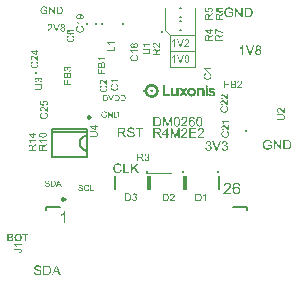
<source format=gto>
G04*
G04 #@! TF.GenerationSoftware,Altium Limited,Altium Designer,23.8.1 (32)*
G04*
G04 Layer_Color=65535*
%FSLAX44Y44*%
%MOMM*%
G71*
G04*
G04 #@! TF.SameCoordinates,2B8CACFB-8808-4C00-8352-55F1F9CD23E6*
G04*
G04*
G04 #@! TF.FilePolarity,Positive*
G04*
G01*
G75*
%ADD10C,0.2500*%
%ADD11C,0.2000*%
%ADD12C,0.2540*%
%ADD13C,0.1000*%
G36*
X15939Y74338D02*
X15949Y74328D01*
X15962Y74283D01*
X15968Y66822D01*
X15978Y66813D01*
X16003Y66806D01*
X20188Y66800D01*
X20210Y66778D01*
X20204Y65056D01*
X20188Y65040D01*
X20137Y65027D01*
X20111Y65034D01*
X18953D01*
X13994Y65040D01*
X13978Y65056D01*
X13972Y65082D01*
X13968Y74248D01*
X13975Y74299D01*
X13991Y74321D01*
X14007Y74338D01*
X14052Y74344D01*
X14125Y74341D01*
X15824Y74344D01*
X15843Y74338D01*
X15907Y74344D01*
X15939Y74338D01*
D02*
G37*
G36*
X51158D02*
X51253Y74331D01*
X51273Y74325D01*
X51314Y74315D01*
X51340Y74309D01*
X51417Y74296D01*
X51449Y74289D01*
X51481Y74277D01*
X51529Y74248D01*
X51574Y74235D01*
X51618Y74209D01*
X51631Y74197D01*
X51644Y74190D01*
X51701Y74158D01*
X51733Y74126D01*
X51746Y74120D01*
X51781Y74091D01*
X51890Y73982D01*
X51909Y73950D01*
X51925Y73928D01*
X51938Y73922D01*
X51986Y73835D01*
X52012Y73797D01*
X52028Y73730D01*
X52063Y73656D01*
X52076Y73605D01*
X52085Y73506D01*
X52092Y73429D01*
X52095Y73317D01*
X52089Y73298D01*
X52079Y73173D01*
X52073Y73122D01*
X52066Y73096D01*
X52053Y73064D01*
X52025Y72997D01*
X52018Y72971D01*
X52002Y72930D01*
X51967Y72882D01*
X51954Y72850D01*
X51948Y72837D01*
X51919Y72802D01*
X51903Y72786D01*
X51877Y72741D01*
X51778Y72642D01*
X51765Y72635D01*
X51730Y72607D01*
X51708Y72584D01*
X51650Y72552D01*
X51631Y72533D01*
X51599Y72520D01*
X51538Y72498D01*
X51529Y72488D01*
X51516Y72482D01*
X51509Y72476D01*
X51503D01*
X51471Y72463D01*
X51445Y72456D01*
X51391Y72447D01*
X51365Y72440D01*
X51292Y72418D01*
X51266Y72411D01*
X51183Y72405D01*
X51094Y72399D01*
X51074Y72405D01*
X50953Y72411D01*
X50934Y72418D01*
X50898Y72428D01*
X50844Y72443D01*
X50818Y72450D01*
X50729Y72469D01*
X50665Y72508D01*
X50604Y72530D01*
X50582Y72546D01*
X50569Y72559D01*
X50556Y72565D01*
X50498Y72597D01*
X50460Y72635D01*
X50447Y72642D01*
X50419Y72664D01*
X50412Y72677D01*
X50396Y72693D01*
X50383Y72699D01*
X50361Y72722D01*
X50354Y72735D01*
X50303Y72786D01*
X50271Y72843D01*
X50246Y72869D01*
X50223Y72930D01*
X50201Y72965D01*
X50175Y73023D01*
X50166Y73077D01*
X50147Y73128D01*
X50131Y73183D01*
X50118Y73272D01*
X50124Y73541D01*
X50131Y73560D01*
X50137Y73586D01*
X50150Y73618D01*
X50169Y73682D01*
X50175Y73707D01*
X50185Y73749D01*
X50211Y73787D01*
X50220Y73797D01*
X50243Y73858D01*
X50268Y73896D01*
X50291Y73918D01*
X50322Y73976D01*
X50361Y74014D01*
X50367Y74027D01*
X50396Y74056D01*
X50409Y74062D01*
X50425Y74078D01*
X50431Y74091D01*
X50441Y74101D01*
X50454Y74107D01*
X50511Y74152D01*
X50524Y74165D01*
X50595Y74203D01*
X50633Y74229D01*
X50713Y74257D01*
X50767Y74286D01*
X50818Y74299D01*
X50886Y74309D01*
X50937Y74321D01*
X50969Y74328D01*
X51007Y74334D01*
X51065Y74341D01*
X51138Y74344D01*
X51158Y74338D01*
D02*
G37*
G36*
X46775Y72264D02*
X47005Y72258D01*
X47024Y72252D01*
X47091Y72242D01*
X47123Y72235D01*
X47162Y72229D01*
X47194Y72223D01*
X47245Y72216D01*
X47302Y72210D01*
X47354Y72203D01*
X47386Y72197D01*
X47411Y72191D01*
X47523Y72156D01*
X47568Y72149D01*
X47610Y72140D01*
X47635Y72133D01*
X47715Y72098D01*
X47766Y72085D01*
X47801Y72076D01*
X47881Y72034D01*
X47933Y72021D01*
X47977Y71996D01*
X48009Y71976D01*
X48080Y71951D01*
X48115Y71922D01*
X48150Y71906D01*
X48192Y71890D01*
X48227Y71855D01*
X48259Y71842D01*
X48304Y71816D01*
X48329Y71791D01*
X48387Y71759D01*
X48419Y71727D01*
X48432Y71720D01*
X48467Y71692D01*
X48483Y71676D01*
X48496Y71669D01*
X48553Y71624D01*
X48585Y71592D01*
X48598Y71586D01*
X48668Y71516D01*
X48681Y71509D01*
X48713Y71471D01*
X48761Y71423D01*
X48768Y71410D01*
X48812Y71365D01*
X48819Y71353D01*
X48864Y71295D01*
X48883Y71276D01*
X48902Y71244D01*
X48934Y71212D01*
X48966Y71154D01*
X48979Y71141D01*
X48985Y71129D01*
X48998Y71116D01*
X49011Y71084D01*
X49030Y71052D01*
X49049Y71033D01*
X49056Y71020D01*
X49075Y70975D01*
X49094Y70943D01*
X49120Y70905D01*
X49142Y70844D01*
X49164Y70809D01*
X49190Y70751D01*
X49196Y70725D01*
X49212Y70684D01*
X49222Y70674D01*
X49228Y70662D01*
X49248Y70617D01*
X49264Y70550D01*
X49276Y70518D01*
X49305Y70450D01*
X49318Y70374D01*
X49324Y70348D01*
X49369Y70207D01*
X49376Y70143D01*
X49391Y70038D01*
X49404Y69974D01*
X49411Y69948D01*
X49417Y69910D01*
X49427Y69823D01*
X49433Y69759D01*
X49440Y69446D01*
X49433Y65050D01*
X49423Y65040D01*
X49391Y65027D01*
X49308Y65034D01*
X47507Y65031D01*
X47485Y65047D01*
X47475Y65056D01*
X47469Y65139D01*
X47462Y69324D01*
X47456Y69343D01*
X47449Y69394D01*
X47443Y69414D01*
X47424Y69478D01*
X47417Y69503D01*
X47408Y69564D01*
X47401Y69596D01*
X47386Y69638D01*
X47354Y69708D01*
X47347Y69734D01*
X47331Y69775D01*
X47315Y69798D01*
X47302Y69810D01*
X47286Y69852D01*
X47274Y69884D01*
X47258Y69900D01*
X47251Y69913D01*
X47238Y69926D01*
X47232Y69938D01*
X47206Y69983D01*
X47168Y70022D01*
X47149Y70054D01*
X47139Y70063D01*
X47126Y70070D01*
X47110Y70086D01*
X47104Y70098D01*
X47069Y70134D01*
X47056Y70140D01*
X47040Y70162D01*
X47024Y70178D01*
X47011Y70185D01*
X46976Y70214D01*
X46954Y70236D01*
X46896Y70268D01*
X46870Y70294D01*
X46838Y70306D01*
X46797Y70322D01*
X46775Y70345D01*
X46762Y70351D01*
X46730Y70364D01*
X46704Y70370D01*
X46663Y70386D01*
X46614Y70415D01*
X46573Y70425D01*
X46541Y70431D01*
X46502Y70437D01*
X46451Y70450D01*
X46419Y70463D01*
X46394Y70469D01*
X46362Y70476D01*
X46275Y70486D01*
X46192Y70492D01*
X45866Y70486D01*
X45847Y70479D01*
X45786Y70469D01*
X45693Y70441D01*
X45668Y70434D01*
X45613Y70425D01*
X45588Y70418D01*
X45556Y70406D01*
X45507Y70377D01*
X45466Y70367D01*
X45440Y70361D01*
X45405Y70338D01*
X45392Y70325D01*
X45348Y70306D01*
X45306Y70290D01*
X45277Y70262D01*
X45264Y70255D01*
X45207Y70223D01*
X45175Y70191D01*
X45162Y70185D01*
X45127Y70156D01*
X45098Y70127D01*
X45085Y70121D01*
X45005Y70041D01*
X44999Y70028D01*
X44954Y69983D01*
X44948Y69970D01*
X44919Y69935D01*
X44909Y69932D01*
X44903Y69919D01*
X44877Y69874D01*
X44848Y69839D01*
X44832Y69804D01*
X44820Y69772D01*
X44813Y69759D01*
X44794Y69740D01*
X44788Y69727D01*
X44775Y69695D01*
X44762Y69644D01*
X44717Y69548D01*
X44711Y69503D01*
X44704Y69478D01*
X44698Y69414D01*
X44692Y69394D01*
X44685Y69369D01*
X44679Y69324D01*
X44672Y69299D01*
X44666Y69177D01*
X44660Y65063D01*
X44644Y65040D01*
X44618Y65034D01*
X42705Y65040D01*
X42689Y65056D01*
X42682Y65120D01*
Y68889D01*
Y68895D01*
X42689Y72069D01*
X42705Y72085D01*
X42750Y72092D01*
X44535Y72085D01*
X44564Y72063D01*
X44570Y72037D01*
X44564Y71935D01*
X44570Y71500D01*
X44586Y71484D01*
X44625Y71490D01*
X44647Y71512D01*
X44653Y71525D01*
X44669Y71541D01*
X44682Y71548D01*
X44698Y71564D01*
X44704Y71576D01*
X44714Y71586D01*
X44727Y71592D01*
X44762Y71621D01*
X44791Y71650D01*
X44804Y71656D01*
X44839Y71685D01*
X44861Y71708D01*
X44919Y71740D01*
X44935Y71749D01*
X44938Y71759D01*
X44951Y71765D01*
X45008Y71797D01*
X45040Y71829D01*
X45072Y71842D01*
X45130Y71874D01*
X45149Y71893D01*
X45210Y71916D01*
X45245Y71938D01*
X45277Y71957D01*
X45303Y71964D01*
X45344Y71980D01*
X45354Y71989D01*
X45367Y71996D01*
X45399Y72015D01*
X45424Y72021D01*
X45469Y72034D01*
X45565Y72079D01*
X45616Y72092D01*
X45651Y72101D01*
X45683Y72114D01*
X45738Y72136D01*
X45764Y72143D01*
X45808Y72149D01*
X45834Y72156D01*
X45875Y72165D01*
X45968Y72194D01*
X45994Y72200D01*
X46039Y72207D01*
X46103Y72213D01*
X46208Y72229D01*
X46247Y72235D01*
X46279Y72242D01*
X46317Y72248D01*
X46368Y72255D01*
X46445Y72261D01*
X46714Y72267D01*
X46755Y72271D01*
X46775Y72264D01*
D02*
G37*
G36*
X4690Y75451D02*
X4946Y75444D01*
X4965Y75438D01*
X5065Y75429D01*
X5103Y75422D01*
X5234Y75406D01*
X5279Y75400D01*
X5429Y75390D01*
X5468Y75384D01*
X5493Y75377D01*
X5529Y75368D01*
X5554Y75361D01*
X5599Y75349D01*
X5644Y75342D01*
X5708Y75336D01*
X5800Y75320D01*
X5832Y75307D01*
X5906Y75285D01*
X5951Y75278D01*
X5976Y75272D01*
X6040Y75265D01*
X6124Y75227D01*
X6149Y75220D01*
X6194Y75214D01*
X6220Y75208D01*
X6268Y75198D01*
X6322Y75169D01*
X6367Y75156D01*
X6392Y75150D01*
X6440Y75141D01*
X6546Y75093D01*
X6600Y75083D01*
X6632Y75070D01*
X6642Y75061D01*
X6655Y75054D01*
X6712Y75029D01*
X6760Y75019D01*
X6792Y75006D01*
X6802Y74997D01*
X6815Y74990D01*
X6872Y74965D01*
X6914Y74955D01*
X6936Y74939D01*
X6949Y74926D01*
X6994Y74907D01*
X7035Y74897D01*
X7058Y74888D01*
X7093Y74859D01*
X7135Y74843D01*
X7170Y74833D01*
X7179Y74824D01*
X7192Y74817D01*
X7211Y74798D01*
X7243Y74785D01*
X7269Y74779D01*
X7314Y74753D01*
X7333Y74734D01*
X7365Y74721D01*
X7407Y74705D01*
X7435Y74677D01*
X7448Y74670D01*
X7512Y74645D01*
X7531Y74626D01*
X7544Y74619D01*
X7557Y74606D01*
X7599Y74590D01*
X7621Y74574D01*
X7640Y74555D01*
X7653Y74549D01*
X7723Y74510D01*
X7749Y74485D01*
X7819Y74446D01*
X7839Y74427D01*
X7851Y74421D01*
X7896Y74395D01*
X7934Y74357D01*
X7979Y74331D01*
X8005Y74306D01*
X8062Y74274D01*
X8101Y74235D01*
X8146Y74209D01*
X8155Y74200D01*
X8162Y74187D01*
X8200Y74162D01*
X8222Y74145D01*
X8261Y74107D01*
X8274Y74101D01*
X8309Y74072D01*
X8338Y74043D01*
X8350Y74037D01*
X8386Y74008D01*
X8414Y73979D01*
X8427Y73973D01*
X8478Y73922D01*
X8491Y73915D01*
X8549Y73858D01*
X8561Y73851D01*
X8577Y73835D01*
X8584Y73822D01*
X8606Y73800D01*
X8619Y73794D01*
X8648Y73765D01*
X8654Y73752D01*
X8664Y73742D01*
X8677Y73736D01*
X8705Y73707D01*
X8712Y73694D01*
X8734Y73672D01*
X8747Y73666D01*
X8763Y73650D01*
X8770Y73637D01*
X8834Y73573D01*
X8840Y73560D01*
X8849Y73551D01*
X8862Y73544D01*
X8878Y73528D01*
X8885Y73515D01*
X8913Y73480D01*
X8942Y73451D01*
X8949Y73439D01*
X8961Y73426D01*
X8968Y73413D01*
X9006Y73375D01*
X9013Y73362D01*
X9025Y73349D01*
X9032Y73336D01*
X9070Y73298D01*
X9077Y73285D01*
X9105Y73250D01*
X9128Y73227D01*
X9134Y73215D01*
X9163Y73179D01*
X9185Y73157D01*
X9192Y73144D01*
X9224Y73099D01*
X9243Y73080D01*
X9275Y73023D01*
X9307Y72991D01*
X9339Y72933D01*
X9371Y72901D01*
X9384Y72869D01*
X9390Y72856D01*
X9419Y72821D01*
X9435Y72805D01*
X9451Y72763D01*
X9460Y72754D01*
X9467Y72741D01*
X9486Y72722D01*
X9492Y72709D01*
X9524Y72651D01*
X9553Y72616D01*
X9572Y72565D01*
X9595Y72536D01*
X9601Y72523D01*
X9614Y72511D01*
X9627Y72479D01*
X9653Y72434D01*
X9678Y72396D01*
X9700Y72335D01*
X9717Y72312D01*
X9729Y72299D01*
X9742Y72267D01*
X9765Y72207D01*
X9787Y72184D01*
X9806Y72140D01*
X9812Y72114D01*
X9844Y72056D01*
X9870Y71999D01*
X9880Y71964D01*
X9889Y71941D01*
X9921Y71896D01*
X9934Y71845D01*
X9944Y71810D01*
X9985Y71730D01*
X10004Y71653D01*
X10030Y71609D01*
X10049Y71564D01*
X10059Y71509D01*
X10065Y71477D01*
X10084Y71439D01*
X10107Y71397D01*
X10113Y71372D01*
X10126Y71288D01*
X10139Y71257D01*
X10164Y71199D01*
X10171Y71173D01*
X10177Y71129D01*
X10193Y71055D01*
X10219Y70985D01*
X10228Y70949D01*
X10235Y70905D01*
X10241Y70879D01*
X10251Y70805D01*
X10264Y70754D01*
X10273Y70719D01*
X10292Y70642D01*
X10305Y70514D01*
X10315Y70434D01*
X10328Y70357D01*
X10334Y70325D01*
X10340Y70300D01*
X10347Y70268D01*
X10356Y70182D01*
X10363Y70041D01*
X10369Y69785D01*
X10375Y69567D01*
X10369Y69350D01*
X10359Y69065D01*
X10353Y68982D01*
X10340Y68899D01*
X10334Y68873D01*
X10321Y68809D01*
X10312Y68723D01*
X10305Y68697D01*
X10296Y68579D01*
X10289Y68540D01*
X10276Y68489D01*
X10260Y68435D01*
X10248Y68383D01*
X10241Y68320D01*
X10235Y68275D01*
X10228Y68249D01*
X10206Y68188D01*
X10190Y68134D01*
X10177Y68057D01*
X10168Y68016D01*
X10148Y67964D01*
X10132Y67929D01*
X10120Y67878D01*
X10110Y67817D01*
X10097Y67785D01*
X10068Y67737D01*
X10059Y67696D01*
X10052Y67657D01*
X10046Y67625D01*
X10033Y67593D01*
X10024Y67584D01*
X10017Y67571D01*
X9998Y67526D01*
X9982Y67459D01*
X9950Y67408D01*
X9940Y67379D01*
X9921Y67302D01*
X9892Y67267D01*
X9876Y67232D01*
X9867Y67190D01*
X9854Y67158D01*
X9844Y67149D01*
X9838Y67136D01*
X9825Y67123D01*
X9812Y67078D01*
X9797Y67037D01*
X9780Y67014D01*
X9755Y66976D01*
X9745Y66941D01*
X9732Y66909D01*
X9723Y66899D01*
X9717Y66886D01*
X9704Y66873D01*
X9691Y66841D01*
X9675Y66800D01*
X9659Y66778D01*
X9646Y66765D01*
X9640Y66752D01*
X9621Y66707D01*
X9601Y66675D01*
X9582Y66656D01*
X9576Y66643D01*
X9563Y66611D01*
X9537Y66566D01*
X9518Y66547D01*
X9512Y66534D01*
X9473Y66464D01*
X9454Y66445D01*
X9416Y66374D01*
X9390Y66349D01*
Y66342D01*
X9387Y66339D01*
X9358Y66285D01*
X9333Y66259D01*
X9326Y66246D01*
X9285Y66186D01*
X9275Y66182D01*
X9269Y66170D01*
X9243Y66125D01*
X9217Y66099D01*
X9211Y66086D01*
X9198Y66074D01*
X9173Y66029D01*
X9134Y65990D01*
X9115Y65958D01*
X9077Y65920D01*
X9057Y65888D01*
X9019Y65850D01*
X9013Y65837D01*
X8984Y65802D01*
X8955Y65773D01*
X8949Y65760D01*
X8936Y65747D01*
X8929Y65735D01*
X8891Y65696D01*
X8885Y65683D01*
X8821Y65619D01*
X8814Y65606D01*
X8792Y65584D01*
X8779Y65578D01*
X8770Y65568D01*
X8763Y65555D01*
X8699Y65491D01*
X8693Y65479D01*
X8677Y65463D01*
X8664Y65456D01*
X8641Y65434D01*
X8635Y65421D01*
X8626Y65411D01*
X8613Y65405D01*
X8542Y65335D01*
X8529Y65328D01*
X8520Y65319D01*
X8514Y65306D01*
X8491Y65283D01*
X8478Y65277D01*
X8427Y65226D01*
X8414Y65219D01*
X8402Y65207D01*
X8389Y65200D01*
X8350Y65162D01*
X8338Y65155D01*
X8325Y65143D01*
X8312Y65136D01*
X8274Y65098D01*
X8261Y65091D01*
X8226Y65063D01*
X8197Y65034D01*
X8165Y65015D01*
X8126Y64976D01*
X8094Y64957D01*
X8062Y64925D01*
X8050Y64919D01*
X8005Y64893D01*
X7973Y64861D01*
X7960Y64855D01*
X7915Y64829D01*
X7906Y64819D01*
X7903Y64810D01*
X7890Y64804D01*
X7877Y64791D01*
X7832Y64765D01*
X7813Y64746D01*
X7800Y64739D01*
X7730Y64701D01*
X7704Y64675D01*
X7634Y64637D01*
X7614Y64618D01*
X7570Y64599D01*
X7557Y64592D01*
X7522Y64563D01*
X7512Y64554D01*
X7487Y64548D01*
X7429Y64516D01*
X7410Y64496D01*
X7346Y64471D01*
X7333Y64464D01*
X7320Y64451D01*
X7307Y64445D01*
X7295Y64432D01*
X7215Y64404D01*
X7199Y64388D01*
X7186Y64381D01*
X7173Y64368D01*
X7147Y64362D01*
X7106Y64346D01*
X7071Y64324D01*
X7058Y64311D01*
X7013Y64298D01*
X6988Y64292D01*
X6943Y64266D01*
X6930Y64253D01*
X6898Y64240D01*
X6856Y64231D01*
X6824Y64218D01*
X6802Y64202D01*
X6744Y64176D01*
X6696Y64167D01*
X6664Y64154D01*
X6642Y64138D01*
X6597Y64119D01*
X6571Y64112D01*
X6530Y64103D01*
X6498Y64090D01*
X6418Y64055D01*
X6373Y64048D01*
X6348Y64042D01*
X6264Y64004D01*
X6213Y63991D01*
X6152Y63981D01*
X6127Y63975D01*
X6056Y63943D01*
X6031Y63936D01*
X5999Y63930D01*
X5948Y63924D01*
X5887Y63914D01*
X5855Y63901D01*
X5813Y63885D01*
X5762Y63872D01*
X5647Y63860D01*
X5577Y63847D01*
X5551Y63840D01*
X5516Y63831D01*
X5439Y63812D01*
X5337Y63805D01*
X5225Y63796D01*
X5173Y63789D01*
X5135Y63783D01*
X5049Y63773D01*
X5023Y63767D01*
X4847Y63751D01*
X4230Y63748D01*
X4210Y63754D01*
X4079Y63764D01*
X4022Y63770D01*
X3938Y63783D01*
X3900Y63789D01*
X3842Y63796D01*
X3766Y63802D01*
X3618Y63815D01*
X3586Y63821D01*
X3510Y63840D01*
X3475Y63850D01*
X3430Y63857D01*
X3404Y63863D01*
X3311Y63872D01*
X3279Y63879D01*
X3254Y63885D01*
X3203Y63904D01*
X3148Y63920D01*
X3084Y63927D01*
X3059Y63933D01*
X3017Y63943D01*
X2985Y63956D01*
X2931Y63978D01*
X2886Y63984D01*
X2860Y63991D01*
X2812Y64000D01*
X2739Y64036D01*
X2688Y64048D01*
X2620Y64064D01*
X2566Y64093D01*
X2521Y64106D01*
X2496Y64112D01*
X2460Y64122D01*
X2438Y64132D01*
X2400Y64157D01*
X2355Y64170D01*
X2329Y64176D01*
X2288Y64192D01*
X2249Y64218D01*
X2220Y64228D01*
X2176Y64240D01*
X2144Y64253D01*
X2099Y64285D01*
X2048Y64298D01*
X2003Y64324D01*
X1964Y64349D01*
X1939Y64356D01*
X1897Y64372D01*
X1875Y64388D01*
X1862Y64400D01*
X1830Y64413D01*
X1779Y64432D01*
X1744Y64461D01*
X1708Y64477D01*
X1667Y64493D01*
X1645Y64509D01*
X1625Y64528D01*
X1593Y64541D01*
X1536Y64573D01*
X1517Y64592D01*
X1485Y64605D01*
X1453Y64624D01*
X1440Y64637D01*
X1427Y64644D01*
X1414Y64656D01*
X1389Y64663D01*
X1344Y64695D01*
X1325Y64714D01*
X1267Y64746D01*
X1232Y64775D01*
X1177Y64804D01*
X1139Y64842D01*
X1094Y64868D01*
X1069Y64893D01*
X1056Y64900D01*
X1011Y64925D01*
X989Y64941D01*
X982Y64954D01*
X944Y64979D01*
X922Y64995D01*
X883Y65034D01*
X851Y65053D01*
X819Y65085D01*
X806Y65091D01*
X794Y65104D01*
X781Y65111D01*
X742Y65149D01*
X729Y65155D01*
X717Y65168D01*
X704Y65175D01*
X659Y65219D01*
X646Y65226D01*
X624Y65242D01*
X618Y65255D01*
X595Y65277D01*
X582Y65283D01*
X518Y65347D01*
X506Y65354D01*
X490Y65370D01*
X483Y65382D01*
X467Y65399D01*
X454Y65405D01*
X419Y65440D01*
X413Y65453D01*
X390Y65469D01*
X362Y65498D01*
X355Y65511D01*
X346Y65520D01*
X333Y65526D01*
X304Y65555D01*
X298Y65568D01*
X269Y65597D01*
X259Y65600D01*
X253Y65613D01*
X240Y65626D01*
X234Y65638D01*
X218Y65655D01*
X205Y65661D01*
X195Y65670D01*
X189Y65683D01*
X176Y65696D01*
X170Y65709D01*
X125Y65754D01*
X119Y65767D01*
X80Y65805D01*
X74Y65818D01*
X61Y65830D01*
X55Y65843D01*
X26Y65879D01*
X-3Y65907D01*
X-10Y65920D01*
X-38Y65955D01*
X-51Y65962D01*
X-83Y66013D01*
X-118Y66048D01*
X-144Y66093D01*
X-173Y66128D01*
X-182Y66138D01*
X-208Y66182D01*
X-240Y66214D01*
X-272Y66272D01*
X-298Y66298D01*
X-336Y66368D01*
X-361Y66393D01*
X-400Y66464D01*
X-419Y66483D01*
X-438Y66528D01*
X-445Y66541D01*
X-461Y66563D01*
X-473Y66569D01*
X-502Y66637D01*
X-509Y66649D01*
X-534Y66675D01*
X-541Y66688D01*
X-560Y66733D01*
X-585Y66778D01*
X-605Y66797D01*
X-617Y66829D01*
X-627Y66864D01*
X-637Y66873D01*
X-643Y66886D01*
X-656Y66899D01*
X-662Y66912D01*
X-681Y66957D01*
X-688Y66982D01*
X-733Y67046D01*
X-745Y67097D01*
X-771Y67142D01*
X-796Y67181D01*
X-806Y67229D01*
X-819Y67261D01*
X-829Y67270D01*
X-835Y67283D01*
X-848Y67296D01*
X-860Y67340D01*
X-870Y67382D01*
X-883Y67414D01*
X-899Y67430D01*
X-912Y67462D01*
X-925Y67507D01*
X-934Y67548D01*
X-976Y67628D01*
X-985Y67670D01*
X-992Y67709D01*
X-1005Y67741D01*
X-1040Y67820D01*
X-1046Y67865D01*
X-1053Y67891D01*
X-1062Y67926D01*
X-1075Y67958D01*
X-1091Y67993D01*
X-1104Y68038D01*
X-1110Y68102D01*
X-1116Y68128D01*
X-1126Y68163D01*
X-1139Y68195D01*
X-1155Y68236D01*
X-1161Y68262D01*
X-1168Y68307D01*
X-1177Y68387D01*
X-1184Y68419D01*
X-1196Y68451D01*
X-1209Y68464D01*
X-1241Y68476D01*
X-1286Y68483D01*
X-2927Y68479D01*
X-2946Y68499D01*
X-2953Y68544D01*
X-2946Y68563D01*
X-2950Y70684D01*
X-2943Y70710D01*
X-2911Y70722D01*
X-2831Y70719D01*
X-1312Y70722D01*
X-1293Y70716D01*
X-1267Y70722D01*
X-1228Y70729D01*
X-1193Y70757D01*
X-1181Y70789D01*
X-1174Y70853D01*
X-1168Y70898D01*
X-1158Y70959D01*
X-1145Y70991D01*
X-1123Y71045D01*
X-1110Y71122D01*
X-1101Y71177D01*
X-1094Y71202D01*
X-1059Y71282D01*
X-1053Y71308D01*
X-1046Y71353D01*
X-1040Y71378D01*
X-1030Y71413D01*
X-1020Y71423D01*
X-995Y71480D01*
X-979Y71554D01*
X-972Y71580D01*
X-931Y71660D01*
X-915Y71733D01*
X-867Y71826D01*
X-851Y71893D01*
X-829Y71928D01*
X-803Y71986D01*
X-793Y72021D01*
X-771Y72056D01*
X-745Y72095D01*
X-736Y72143D01*
X-704Y72194D01*
X-688Y72223D01*
X-665Y72284D01*
X-649Y72306D01*
X-637Y72319D01*
X-617Y72364D01*
X-611Y72389D01*
X-560Y72466D01*
X-544Y72508D01*
X-528Y72530D01*
X-509Y72549D01*
X-496Y72581D01*
X-480Y72623D01*
X-445Y72658D01*
X-425Y72703D01*
X-419Y72715D01*
X-406Y72728D01*
X-400Y72741D01*
X-381Y72760D01*
X-365Y72802D01*
X-333Y72840D01*
X-317Y72856D01*
X-301Y72898D01*
X-285Y72914D01*
X-278Y72927D01*
X-259Y72946D01*
X-234Y72991D01*
X-224Y73007D01*
X-211Y73013D01*
X-166Y73083D01*
X-137Y73112D01*
X-131Y73125D01*
X-105Y73170D01*
X-83Y73186D01*
X-48Y73240D01*
X-3Y73285D01*
X16Y73317D01*
X55Y73355D01*
X61Y73368D01*
X90Y73403D01*
X119Y73432D01*
X125Y73445D01*
X154Y73480D01*
X189Y73515D01*
X195Y73528D01*
X246Y73579D01*
X253Y73592D01*
X275Y73615D01*
X288Y73621D01*
X298Y73630D01*
X304Y73643D01*
X317Y73656D01*
X320Y73666D01*
X333Y73672D01*
X374Y73714D01*
X381Y73726D01*
X419Y73758D01*
X432Y73771D01*
X438Y73784D01*
X448Y73794D01*
X461Y73800D01*
X525Y73864D01*
X538Y73870D01*
X554Y73886D01*
X560Y73899D01*
X576Y73915D01*
X589Y73922D01*
X640Y73973D01*
X653Y73979D01*
X666Y73992D01*
X678Y73998D01*
X717Y74037D01*
X729Y74043D01*
X742Y74056D01*
X755Y74062D01*
X800Y74107D01*
X832Y74126D01*
X870Y74165D01*
X883Y74171D01*
X918Y74200D01*
X941Y74222D01*
X953Y74229D01*
X989Y74257D01*
X1011Y74280D01*
X1069Y74312D01*
X1101Y74344D01*
X1155Y74373D01*
X1161Y74385D01*
X1177Y74401D01*
X1248Y74440D01*
X1267Y74459D01*
X1280Y74465D01*
X1337Y74497D01*
X1347Y74507D01*
X1350Y74517D01*
X1363Y74523D01*
X1433Y74562D01*
X1453Y74581D01*
X1465Y74587D01*
X1536Y74626D01*
X1555Y74645D01*
X1619Y74670D01*
X1654Y74699D01*
X1664Y74709D01*
X1734Y74734D01*
X1769Y74763D01*
X1805Y74779D01*
X1846Y74795D01*
X1868Y74811D01*
X1907Y74837D01*
X1948Y74846D01*
X2000Y74878D01*
X2009Y74888D01*
X2041Y74901D01*
X2083Y74910D01*
X2134Y74942D01*
X2169Y74958D01*
X2195Y74965D01*
X2256Y74987D01*
X2272Y75003D01*
X2316Y75022D01*
X2384Y75038D01*
X2406Y75048D01*
X2444Y75073D01*
X2476Y75086D01*
X2531Y75096D01*
X2556Y75102D01*
X2623Y75137D01*
X2668Y75150D01*
X2716Y75160D01*
X2742Y75166D01*
X2815Y75201D01*
X2841Y75208D01*
X2908Y75217D01*
X2934Y75224D01*
X2966Y75237D01*
X3020Y75259D01*
X3046Y75265D01*
X3135Y75278D01*
X3177Y75288D01*
X3209Y75300D01*
X3283Y75323D01*
X3327Y75329D01*
X3353Y75336D01*
X3443Y75342D01*
X3462Y75349D01*
X3503Y75358D01*
X3529Y75364D01*
X3564Y75374D01*
X3590Y75381D01*
X3634Y75387D01*
X3660Y75393D01*
X3817Y75403D01*
X3881Y75409D01*
X3964Y75422D01*
X3996Y75429D01*
X4047Y75435D01*
X4118Y75441D01*
X4201Y75448D01*
X4367Y75454D01*
X4671Y75457D01*
X4690Y75451D01*
D02*
G37*
G36*
X55598Y72252D02*
X55854Y72245D01*
X55873Y72239D01*
X56014Y72226D01*
X56059Y72220D01*
X56177Y72210D01*
X56248Y72203D01*
X56325Y72191D01*
X56360Y72181D01*
X56405Y72168D01*
X56456Y72156D01*
X56574Y72140D01*
X56600Y72133D01*
X56632Y72120D01*
X56673Y72104D01*
X56718Y72092D01*
X56779Y72082D01*
X56804Y72076D01*
X56872Y72040D01*
X56923Y72028D01*
X56964Y72018D01*
X56996Y72005D01*
X57012Y71989D01*
X57057Y71970D01*
X57083Y71964D01*
X57118Y71954D01*
X57156Y71928D01*
X57166Y71919D01*
X57198Y71906D01*
X57224Y71900D01*
X57268Y71874D01*
X57281Y71861D01*
X57294Y71855D01*
X57326Y71842D01*
X57371Y71816D01*
X57390Y71797D01*
X57473Y71752D01*
X57499Y71727D01*
X57543Y71701D01*
X57575Y71669D01*
X57633Y71637D01*
X57671Y71599D01*
X57684Y71592D01*
X57719Y71564D01*
X57761Y71522D01*
X57774Y71516D01*
X57806Y71477D01*
X57819Y71465D01*
X57831Y71458D01*
X57841Y71448D01*
X57847Y71436D01*
X57860Y71423D01*
X57867Y71410D01*
X57876Y71400D01*
X57889Y71394D01*
X57899Y71385D01*
X57905Y71372D01*
X57937Y71327D01*
X57956Y71308D01*
X57962Y71295D01*
X57975Y71282D01*
X58001Y71237D01*
X58033Y71205D01*
X58046Y71173D01*
X58052Y71161D01*
X58071Y71141D01*
X58078Y71129D01*
X58091Y71116D01*
X58113Y71055D01*
X58123Y71045D01*
X58129Y71033D01*
X58148Y71013D01*
X58161Y70969D01*
X58177Y70927D01*
X58193Y70905D01*
X58218Y70847D01*
X58235Y70780D01*
X58257Y70738D01*
X58263Y70719D01*
X58247Y70690D01*
X58235Y70684D01*
X58203Y70671D01*
X58167Y70662D01*
X58087Y70620D01*
X58020Y70604D01*
X57988Y70591D01*
X57979Y70581D01*
X57934Y70562D01*
X57883Y70550D01*
X57847Y70540D01*
X57809Y70514D01*
X57767Y70498D01*
X57726Y70489D01*
X57700Y70482D01*
X57668Y70469D01*
X57659Y70460D01*
X57646Y70454D01*
X57601Y70434D01*
X57534Y70418D01*
X57454Y70377D01*
X57412Y70367D01*
X57387Y70361D01*
X57355Y70348D01*
X57307Y70319D01*
X57256Y70306D01*
X57220Y70297D01*
X57188Y70284D01*
X57179Y70274D01*
X57134Y70255D01*
X57083Y70242D01*
X57048Y70233D01*
X57009Y70207D01*
X56974Y70191D01*
X56907Y70175D01*
X56875Y70162D01*
X56820Y70134D01*
X56744Y70114D01*
X56686Y70082D01*
X56654Y70070D01*
X56612Y70066D01*
X56580Y70079D01*
X56561Y70124D01*
X56555Y70162D01*
X56523Y70207D01*
X56497Y70265D01*
X56478Y70297D01*
X56452Y70322D01*
X56427Y70367D01*
X56398Y70402D01*
X56382Y70418D01*
X56376Y70431D01*
X56357Y70450D01*
X56350Y70463D01*
X56340Y70473D01*
X56328Y70479D01*
X56270Y70537D01*
X56257Y70543D01*
X56200Y70588D01*
X56187Y70601D01*
X56104Y70645D01*
X56091Y70658D01*
X56059Y70671D01*
X56017Y70681D01*
X55969Y70703D01*
X55912Y70729D01*
X55806Y70745D01*
X55768Y70751D01*
X55736Y70757D01*
X55697Y70764D01*
X55665Y70770D01*
X55608Y70777D01*
X55490Y70780D01*
X55470Y70773D01*
X55349Y70767D01*
X55329Y70761D01*
X55275Y70751D01*
X55122Y70725D01*
X55090Y70713D01*
X55048Y70690D01*
X55016Y70677D01*
X54981Y70668D01*
X54942Y70636D01*
X54894Y70607D01*
X54882Y70601D01*
X54840Y70559D01*
X54834Y70546D01*
X54802Y70521D01*
X54795Y70508D01*
X54757Y70437D01*
X54731Y70399D01*
X54718Y70348D01*
X54709Y70255D01*
X54706Y70175D01*
X54712Y70156D01*
X54722Y70063D01*
X54728Y70038D01*
X54750Y70002D01*
X54776Y69964D01*
X54802Y69919D01*
X54901Y69820D01*
X54914Y69814D01*
X54971Y69769D01*
X55042Y69731D01*
X55061Y69711D01*
X55106Y69692D01*
X55141Y69682D01*
X55176Y69660D01*
X55233Y69634D01*
X55269Y69625D01*
X55301Y69612D01*
X55381Y69577D01*
X55406Y69570D01*
X55473Y69555D01*
X55547Y69519D01*
X55624Y69507D01*
X55649Y69500D01*
X55691Y69484D01*
X55723Y69471D01*
X55765Y69455D01*
X55809Y69449D01*
X55883Y69433D01*
X55918Y69417D01*
X55950Y69404D01*
X56001Y69391D01*
X56046Y69385D01*
X56072Y69378D01*
X56107Y69369D01*
X56139Y69356D01*
X56181Y69340D01*
X56232Y69327D01*
X56286Y69318D01*
X56312Y69311D01*
X56376Y69286D01*
X56405Y69276D01*
X56456Y69263D01*
X56510Y69254D01*
X56561Y69235D01*
X56596Y69219D01*
X56641Y69206D01*
X56667Y69199D01*
X56705Y69193D01*
X56788Y69155D01*
X56833Y69142D01*
X56875Y69132D01*
X56907Y69119D01*
X56955Y69091D01*
X56990Y69081D01*
X57022Y69075D01*
X57063Y69059D01*
X57102Y69033D01*
X57134Y69020D01*
X57175Y69011D01*
X57227Y68979D01*
X57262Y68963D01*
X57288Y68956D01*
X57345Y68924D01*
X57358Y68911D01*
X57390Y68899D01*
X57432Y68883D01*
X57499Y68835D01*
X57524Y68828D01*
X57569Y68796D01*
X57582Y68783D01*
X57652Y68745D01*
X57678Y68720D01*
X57723Y68694D01*
X57755Y68662D01*
X57767Y68656D01*
X57825Y68611D01*
X57844Y68591D01*
X57857Y68585D01*
X57892Y68556D01*
X57934Y68515D01*
X57947Y68508D01*
X57969Y68486D01*
X57975Y68473D01*
X58027Y68422D01*
X58033Y68409D01*
X58046Y68396D01*
X58052Y68383D01*
X58091Y68345D01*
X58097Y68332D01*
X58129Y68288D01*
X58155Y68262D01*
X58186Y68204D01*
X58206Y68185D01*
X58225Y68140D01*
X58250Y68096D01*
X58263Y68083D01*
X58270Y68070D01*
X58282Y68038D01*
X58305Y67977D01*
X58314Y67968D01*
X58321Y67955D01*
X58340Y67910D01*
X58347Y67884D01*
X58356Y67843D01*
X58375Y67804D01*
X58391Y67763D01*
X58404Y67712D01*
X58414Y67645D01*
X58420Y67613D01*
X58426Y67587D01*
X58433Y67555D01*
X58439Y67529D01*
X58446Y67491D01*
X58452Y67465D01*
X58462Y67379D01*
X58468Y67065D01*
X58458Y66877D01*
X58452Y66825D01*
X58439Y66761D01*
X58430Y66726D01*
X58417Y66675D01*
X58411Y66630D01*
X58404Y66605D01*
X58398Y66547D01*
X58391Y66528D01*
X58359Y66458D01*
X58347Y66413D01*
X58337Y66365D01*
X58318Y66326D01*
X58295Y66285D01*
X58282Y66240D01*
X58267Y66198D01*
X58250Y66182D01*
X58244Y66170D01*
X58218Y66112D01*
X58196Y66070D01*
X58186Y66067D01*
X58180Y66054D01*
X58167Y66042D01*
X58161Y66016D01*
X58097Y65926D01*
X58078Y65894D01*
X58046Y65862D01*
X58017Y65814D01*
X58004Y65808D01*
X57994Y65799D01*
X57988Y65786D01*
X57975Y65773D01*
X57969Y65760D01*
X57918Y65709D01*
X57911Y65696D01*
X57844Y65629D01*
X57831Y65623D01*
X57780Y65571D01*
X57767Y65565D01*
X57723Y65520D01*
X57691Y65501D01*
X57652Y65463D01*
X57607Y65437D01*
X57575Y65405D01*
X57505Y65367D01*
X57486Y65347D01*
X57403Y65303D01*
X57390Y65290D01*
X57377Y65283D01*
X57345Y65271D01*
X57304Y65255D01*
X57281Y65232D01*
X57268Y65226D01*
X57236Y65213D01*
X57175Y65191D01*
X57166Y65181D01*
X57153Y65175D01*
X57121Y65155D01*
X57095Y65149D01*
X57060Y65139D01*
X57028Y65127D01*
X56980Y65098D01*
X56939Y65088D01*
X56907Y65082D01*
X56881Y65075D01*
X56808Y65040D01*
X56756Y65027D01*
X56696Y65018D01*
X56625Y64992D01*
X56571Y64976D01*
X56545Y64970D01*
X56472Y64960D01*
X56395Y64947D01*
X56363Y64941D01*
X56286Y64922D01*
X56254Y64915D01*
X56168Y64906D01*
X56104Y64900D01*
X55966Y64890D01*
X55902Y64883D01*
X55864Y64877D01*
X55781Y64871D01*
X55646Y64864D01*
X55342Y64861D01*
X55323Y64868D01*
X55157Y64874D01*
X55138Y64880D01*
X55026Y64890D01*
X54936Y64896D01*
X54782Y64909D01*
X54731Y64915D01*
X54667Y64928D01*
X54613Y64944D01*
X54587Y64951D01*
X54542Y64957D01*
X54517Y64963D01*
X54440Y64970D01*
X54421Y64976D01*
X54386Y64986D01*
X54331Y65008D01*
X54280Y65021D01*
X54235Y65027D01*
X54194Y65037D01*
X54162Y65050D01*
X54095Y65079D01*
X54069Y65085D01*
X54027Y65095D01*
X53995Y65107D01*
X53922Y65143D01*
X53880Y65152D01*
X53848Y65165D01*
X53839Y65175D01*
X53826Y65181D01*
X53794Y65200D01*
X53743Y65213D01*
X53698Y65239D01*
X53685Y65251D01*
X53672Y65258D01*
X53640Y65271D01*
X53599Y65287D01*
X53576Y65309D01*
X53563Y65315D01*
X53519Y65335D01*
X53487Y65354D01*
X53467Y65373D01*
X53455Y65379D01*
X53384Y65418D01*
X53359Y65443D01*
X53346Y65450D01*
X53301Y65482D01*
X53275Y65507D01*
X53231Y65533D01*
X53199Y65565D01*
X53186Y65571D01*
X53131Y65613D01*
X53125Y65626D01*
X53096Y65648D01*
X53084Y65655D01*
X53068Y65670D01*
X53061Y65683D01*
X53045Y65699D01*
X53032Y65706D01*
X52997Y65741D01*
X52991Y65754D01*
X52981Y65763D01*
X52968Y65770D01*
X52946Y65792D01*
X52940Y65805D01*
X52888Y65856D01*
X52882Y65869D01*
X52853Y65910D01*
X52844Y65914D01*
X52837Y65926D01*
X52818Y65946D01*
X52792Y65990D01*
X52760Y66022D01*
X52735Y66067D01*
X52709Y66093D01*
X52703Y66106D01*
X52664Y66176D01*
X52645Y66195D01*
X52632Y66227D01*
X52600Y66285D01*
X52588Y66298D01*
X52575Y66330D01*
Y66336D01*
X52568Y66355D01*
X52537Y66413D01*
X52524Y66425D01*
X52505Y66490D01*
X52453Y66598D01*
X52437Y66666D01*
X52428Y66694D01*
X52434Y66726D01*
X52444Y66736D01*
X52476Y66749D01*
X52511Y66758D01*
X52572Y66793D01*
X52649Y66813D01*
X52690Y66829D01*
X52700Y66838D01*
X52712Y66845D01*
X52757Y66864D01*
X52824Y66880D01*
X52904Y66921D01*
X52946Y66931D01*
X52972Y66937D01*
X53004Y66950D01*
X53052Y66979D01*
X53103Y66992D01*
X53138Y67001D01*
X53170Y67014D01*
X53179Y67024D01*
X53224Y67043D01*
X53275Y67056D01*
X53311Y67065D01*
X53349Y67091D01*
X53391Y67107D01*
X53432Y67117D01*
X53458Y67123D01*
X53512Y67152D01*
X53557Y67171D01*
X53624Y67187D01*
X53704Y67229D01*
X53746Y67238D01*
X53771Y67245D01*
X53803Y67257D01*
X53851Y67286D01*
X53903Y67299D01*
X53938Y67309D01*
X54043Y67357D01*
X54088Y67350D01*
X54104Y67334D01*
X54114Y67280D01*
X54120Y67254D01*
X54146Y67216D01*
X54162Y67181D01*
X54168Y67155D01*
X54181Y67123D01*
X54210Y67088D01*
X54226Y67053D01*
X54258Y66995D01*
X54283Y66969D01*
X54309Y66925D01*
X54347Y66886D01*
X54354Y66873D01*
X54366Y66861D01*
X54373Y66848D01*
X54472Y66749D01*
X54485Y66742D01*
X54498Y66729D01*
X54510Y66723D01*
X54542Y66691D01*
X54555Y66685D01*
X54600Y66653D01*
X54619Y66634D01*
X54664Y66614D01*
X54677Y66608D01*
X54712Y66579D01*
X54747Y66563D01*
X54782Y66554D01*
X54834Y66522D01*
X54875Y66505D01*
X54917Y66496D01*
X54949Y66490D01*
X54981Y66477D01*
X55048Y66448D01*
X55109Y66438D01*
X55166Y66432D01*
X55243Y66419D01*
X55307Y66406D01*
X55394Y66397D01*
X55419Y66390D01*
X55608Y66387D01*
X55710Y66393D01*
X55768Y66400D01*
X55832Y66413D01*
X55857Y66419D01*
X55889Y66425D01*
X55966Y66438D01*
X56027Y66448D01*
X56084Y66480D01*
X56116Y66493D01*
X56152Y66502D01*
X56174Y66512D01*
X56209Y66541D01*
X56264Y66569D01*
X56299Y66598D01*
X56328Y66627D01*
X56340Y66634D01*
X56369Y66662D01*
X56376Y66675D01*
X56420Y66733D01*
X56446Y66790D01*
X56462Y66832D01*
X56478Y66861D01*
X56491Y66905D01*
X56497Y66950D01*
X56491Y67168D01*
X56440Y67277D01*
X56414Y67321D01*
X56395Y67340D01*
X56389Y67353D01*
X56357Y67398D01*
X56328Y67427D01*
X56318Y67430D01*
X56312Y67443D01*
X56283Y67472D01*
X56270Y67478D01*
X56213Y67523D01*
X56200Y67536D01*
X56142Y67568D01*
X56097Y67600D01*
X56072Y67606D01*
X56027Y67632D01*
X56014Y67645D01*
X55969Y67664D01*
X55934Y67673D01*
X55902Y67686D01*
X55886Y67702D01*
X55841Y67721D01*
X55800Y67731D01*
X55774Y67737D01*
X55694Y67779D01*
X55669Y67785D01*
X55627Y67795D01*
X55601Y67801D01*
X55509Y67843D01*
X55409Y67865D01*
X55377Y67878D01*
X55310Y67907D01*
X55256Y67916D01*
X55224Y67923D01*
X55192Y67936D01*
X55125Y67964D01*
X55070Y67974D01*
X55038Y67980D01*
X55013Y67987D01*
X54933Y68022D01*
X54882Y68035D01*
X54834Y68044D01*
X54782Y68064D01*
X54747Y68080D01*
X54702Y68092D01*
X54654Y68102D01*
X54629Y68108D01*
X54606Y68118D01*
X54536Y68150D01*
X54510Y68156D01*
X54472Y68163D01*
X54376Y68208D01*
X54325Y68220D01*
X54286Y68227D01*
X54222Y68265D01*
X54178Y68278D01*
X54152Y68284D01*
X54111Y68300D01*
X54101Y68310D01*
X54088Y68316D01*
X54031Y68342D01*
X53995Y68352D01*
X53960Y68374D01*
X53890Y68406D01*
X53864Y68412D01*
X53829Y68441D01*
X53762Y68470D01*
X53730Y68489D01*
X53711Y68508D01*
X53666Y68527D01*
X53621Y68553D01*
X53595Y68579D01*
X53538Y68611D01*
X53525Y68623D01*
X53512Y68630D01*
X53499Y68643D01*
X53442Y68675D01*
X53410Y68707D01*
X53397Y68713D01*
X53362Y68742D01*
X53359Y68751D01*
X53346Y68758D01*
X53333Y68771D01*
X53320Y68777D01*
X53256Y68841D01*
X53247Y68844D01*
X53240Y68857D01*
X53205Y68892D01*
X53192Y68899D01*
X53160Y68943D01*
X53148Y68950D01*
X53125Y68972D01*
X53106Y69004D01*
X53068Y69043D01*
X53042Y69087D01*
X53016Y69113D01*
X52972Y69196D01*
X52952Y69215D01*
X52924Y69295D01*
X52914Y69305D01*
X52908Y69318D01*
X52895Y69331D01*
X52876Y69394D01*
X52869Y69420D01*
X52824Y69516D01*
X52818Y69561D01*
X52812Y69587D01*
X52796Y69654D01*
X52789Y69679D01*
X52780Y69714D01*
X52773Y69740D01*
X52767Y69785D01*
X52760Y69810D01*
X52754Y69951D01*
X52748Y70201D01*
X52754Y70220D01*
X52760Y70418D01*
X52767Y70437D01*
X52773Y70489D01*
X52786Y70521D01*
X52792Y70546D01*
X52805Y70591D01*
X52812Y70636D01*
X52818Y70662D01*
X52828Y70716D01*
X52840Y70748D01*
X52869Y70815D01*
X52876Y70841D01*
X52885Y70876D01*
X52898Y70908D01*
X52914Y70924D01*
X52933Y70969D01*
X52956Y71029D01*
X52965Y71039D01*
X52972Y71052D01*
X52984Y71065D01*
X52997Y71097D01*
X53029Y71154D01*
X53048Y71173D01*
X53087Y71244D01*
X53112Y71269D01*
X53119Y71282D01*
X53151Y71327D01*
X53170Y71346D01*
X53176Y71359D01*
X53205Y71400D01*
X53218Y71407D01*
X53240Y71429D01*
X53247Y71442D01*
X53346Y71541D01*
X53359Y71548D01*
X53375Y71564D01*
X53381Y71576D01*
X53391Y71586D01*
X53404Y71592D01*
X53439Y71621D01*
X53467Y71650D01*
X53512Y71676D01*
X53544Y71708D01*
X53602Y71740D01*
X53634Y71772D01*
X53666Y71784D01*
X53698Y71804D01*
X53717Y71823D01*
X53730Y71829D01*
X53762Y71842D01*
X53819Y71874D01*
X53839Y71893D01*
X53874Y71903D01*
X53925Y71922D01*
X53947Y71944D01*
X53979Y71957D01*
X54005Y71964D01*
X54066Y71986D01*
X54075Y71996D01*
X54088Y72002D01*
X54133Y72021D01*
X54207Y72037D01*
X54239Y72050D01*
X54306Y72079D01*
X54331Y72085D01*
X54405Y72101D01*
X54456Y72120D01*
X54510Y72136D01*
X54587Y72149D01*
X54632Y72156D01*
X54674Y72165D01*
X54776Y72191D01*
X54808Y72197D01*
X54894Y72207D01*
X54939Y72213D01*
X55090Y72223D01*
X55141Y72229D01*
X55285Y72245D01*
X55512Y72255D01*
X55579Y72258D01*
X55598Y72252D01*
D02*
G37*
G36*
X35142Y72085D02*
X35158Y72069D01*
X35151Y72037D01*
X35132Y72018D01*
X35126Y72005D01*
X35081Y71960D01*
X35075Y71948D01*
X35039Y71893D01*
X35027Y71887D01*
X34982Y71816D01*
X34959Y71794D01*
X34953Y71781D01*
X34911Y71720D01*
X34899Y71714D01*
X34860Y71650D01*
X34847Y71644D01*
X34838Y71634D01*
X34831Y71621D01*
X34806Y71576D01*
X34774Y71544D01*
X34767Y71532D01*
X34732Y71477D01*
X34719Y71471D01*
X34710Y71461D01*
X34703Y71448D01*
X34671Y71404D01*
X34652Y71385D01*
X34646Y71372D01*
X34620Y71327D01*
X34588Y71295D01*
X34582Y71282D01*
X34550Y71237D01*
X34524Y71212D01*
X34518Y71199D01*
X34486Y71154D01*
X34467Y71135D01*
X34460Y71122D01*
X34435Y71077D01*
X34403Y71045D01*
X34396Y71033D01*
X34364Y70988D01*
X34339Y70962D01*
X34332Y70949D01*
X34300Y70905D01*
X34287Y70892D01*
X34281Y70879D01*
X34255Y70841D01*
X34249Y70828D01*
X34217Y70796D01*
X34211Y70783D01*
X34179Y70738D01*
X34153Y70713D01*
X34128Y70668D01*
X34102Y70642D01*
X34095Y70630D01*
X34054Y70569D01*
X34032Y70546D01*
X34025Y70533D01*
X33993Y70489D01*
X33967Y70463D01*
X33942Y70418D01*
X33916Y70393D01*
X33910Y70380D01*
X33884Y70335D01*
X33846Y70297D01*
X33839Y70284D01*
X33807Y70239D01*
X33782Y70214D01*
X33756Y70169D01*
X33731Y70143D01*
X33724Y70130D01*
X33699Y70086D01*
X33676Y70063D01*
X33673Y70060D01*
X33660Y70047D01*
X33654Y70034D01*
X33622Y69990D01*
X33596Y69964D01*
X33571Y69919D01*
X33552Y69900D01*
X33545Y69887D01*
X33532Y69874D01*
X33507Y69830D01*
X33475Y69798D01*
X33468Y69785D01*
X33436Y69740D01*
X33411Y69714D01*
X33385Y69670D01*
X33360Y69644D01*
X33353Y69631D01*
X33328Y69587D01*
X33289Y69548D01*
X33283Y69535D01*
X33238Y69478D01*
X33212Y69439D01*
X33206Y69426D01*
X33174Y69394D01*
X33168Y69382D01*
X33142Y69337D01*
X33104Y69299D01*
X33097Y69286D01*
X33068Y69251D01*
X33059Y69241D01*
X33052Y69228D01*
X33011Y69167D01*
X32995Y69151D01*
X32989Y69139D01*
X32976Y69126D01*
X32953Y69084D01*
X32940Y69078D01*
X32931Y69068D01*
X32924Y69055D01*
X32892Y69011D01*
X32873Y68991D01*
X32867Y68979D01*
X32825Y68918D01*
X32809Y68902D01*
X32803Y68889D01*
X32758Y68831D01*
X32739Y68812D01*
X32713Y68767D01*
X32688Y68742D01*
X32681Y68729D01*
X32656Y68684D01*
X32617Y68646D01*
X32611Y68633D01*
X32598Y68601D01*
X32605Y68544D01*
X32633Y68508D01*
X32656Y68486D01*
X32688Y68428D01*
X32726Y68390D01*
X32752Y68345D01*
X32761Y68336D01*
X32771Y68332D01*
X32777Y68320D01*
X32790Y68307D01*
X32816Y68262D01*
X32841Y68236D01*
X32848Y68224D01*
X32889Y68163D01*
X32912Y68140D01*
X32931Y68108D01*
X32963Y68076D01*
X32969Y68064D01*
X33001Y68019D01*
X33014Y68006D01*
X33021Y67993D01*
X33033Y67980D01*
X33059Y67936D01*
X33091Y67904D01*
X33117Y67859D01*
X33155Y67820D01*
X33180Y67776D01*
X33206Y67750D01*
X33212Y67737D01*
X33254Y67677D01*
X33276Y67654D01*
X33283Y67641D01*
X33305Y67606D01*
X33318Y67600D01*
X33328Y67590D01*
X33334Y67577D01*
X33376Y67516D01*
X33398Y67494D01*
X33424Y67449D01*
X33456Y67417D01*
X33462Y67404D01*
X33494Y67360D01*
X33520Y67334D01*
X33545Y67289D01*
X33577Y67257D01*
X33609Y67200D01*
X33648Y67161D01*
X33673Y67117D01*
X33683Y67107D01*
X33692Y67104D01*
X33699Y67091D01*
X33731Y67046D01*
X33737Y67033D01*
X33763Y67008D01*
X33769Y66995D01*
X33804Y66941D01*
X33814Y66937D01*
X33820Y66925D01*
X33833Y66912D01*
X33852Y66880D01*
X33884Y66848D01*
X33891Y66835D01*
X33923Y66790D01*
X33942Y66771D01*
X33948Y66758D01*
X33974Y66714D01*
X34012Y66675D01*
X34038Y66630D01*
X34076Y66592D01*
X34102Y66547D01*
X34128Y66522D01*
X34134Y66509D01*
X34175Y66448D01*
X34198Y66425D01*
X34204Y66413D01*
X34233Y66378D01*
X34249Y66361D01*
X34255Y66349D01*
X34297Y66288D01*
X34319Y66266D01*
X34345Y66221D01*
X34377Y66189D01*
X34383Y66176D01*
X34415Y66131D01*
X34441Y66106D01*
X34467Y66061D01*
X34499Y66029D01*
X34531Y65971D01*
X34569Y65933D01*
X34595Y65888D01*
X34604Y65879D01*
X34614Y65875D01*
X34620Y65862D01*
X34646Y65824D01*
X34652Y65811D01*
X34684Y65779D01*
X34690Y65767D01*
X34722Y65722D01*
X34742Y65703D01*
X34748Y65690D01*
X34780Y65645D01*
X34806Y65619D01*
X34812Y65606D01*
X34844Y65562D01*
X34863Y65542D01*
X34870Y65530D01*
X34895Y65485D01*
X34934Y65447D01*
X34959Y65402D01*
X34998Y65363D01*
X35023Y65319D01*
X35055Y65287D01*
X35087Y65229D01*
X35119Y65197D01*
X35126Y65184D01*
X35155Y65149D01*
X35170Y65133D01*
X35177Y65120D01*
X35202Y65082D01*
X35209Y65056D01*
X35193Y65040D01*
X35167Y65034D01*
X33084Y65031D01*
X33059Y65037D01*
X33040Y65056D01*
X33033Y65069D01*
X32982Y65120D01*
X32957Y65165D01*
X32931Y65191D01*
X32924Y65203D01*
X32883Y65264D01*
X32854Y65293D01*
X32835Y65325D01*
X32803Y65357D01*
X32777Y65402D01*
X32749Y65437D01*
X32739Y65447D01*
X32733Y65459D01*
X32701Y65504D01*
X32675Y65530D01*
X32649Y65574D01*
X32611Y65613D01*
X32585Y65658D01*
X32560Y65683D01*
X32553Y65696D01*
X32518Y65750D01*
X32505Y65757D01*
X32477Y65799D01*
X32470Y65811D01*
X32432Y65850D01*
X32406Y65894D01*
X32397Y65910D01*
X32387Y65914D01*
X32381Y65926D01*
X32368Y65939D01*
X32342Y65984D01*
X32304Y66022D01*
X32278Y66067D01*
X32269Y66077D01*
X32259Y66080D01*
X32253Y66093D01*
X32227Y66131D01*
X32221Y66144D01*
X32189Y66176D01*
X32182Y66189D01*
X32147Y66243D01*
X32134Y66250D01*
X32109Y66288D01*
X32093Y66310D01*
X32061Y66342D01*
X32035Y66387D01*
X32009Y66413D01*
X32003Y66425D01*
X31962Y66486D01*
X31939Y66509D01*
X31933Y66522D01*
X31904Y66563D01*
X31891Y66569D01*
X31881Y66579D01*
X31856Y66624D01*
X31827Y66659D01*
X31818Y66669D01*
X31811Y66681D01*
X31779Y66726D01*
X31760Y66746D01*
X31754Y66758D01*
X31722Y66803D01*
X31690Y66835D01*
X31664Y66880D01*
X31632Y66912D01*
X31600Y66969D01*
X31568Y67001D01*
X31542Y67046D01*
X31520Y67062D01*
X31485Y67117D01*
X31453Y67149D01*
X31446Y67161D01*
X31405Y67222D01*
X31360Y67241D01*
X31328Y67222D01*
X31296Y67171D01*
X31267Y67142D01*
X31242Y67097D01*
X31213Y67062D01*
X31197Y67046D01*
X31171Y67001D01*
X31162Y66992D01*
X31152Y66989D01*
X31146Y66976D01*
X31133Y66963D01*
X31114Y66931D01*
X31082Y66899D01*
X31056Y66854D01*
X31024Y66822D01*
X31018Y66809D01*
X30982Y66755D01*
X30970Y66749D01*
X30960Y66739D01*
X30954Y66726D01*
X30922Y66681D01*
X30896Y66656D01*
X30890Y66643D01*
X30858Y66598D01*
X30832Y66573D01*
X30807Y66528D01*
X30775Y66496D01*
X30749Y66451D01*
X30711Y66413D01*
X30704Y66400D01*
X30659Y66342D01*
X30647Y66330D01*
X30621Y66285D01*
X30589Y66253D01*
X30563Y66208D01*
X30525Y66170D01*
X30519Y66157D01*
X30490Y66122D01*
X30474Y66106D01*
X30467Y66093D01*
X30426Y66032D01*
X30403Y66010D01*
X30378Y65965D01*
X30339Y65926D01*
X30333Y65914D01*
X30304Y65879D01*
X30282Y65856D01*
X30256Y65811D01*
X30231Y65786D01*
X30224Y65773D01*
X30199Y65735D01*
X30192Y65722D01*
X30154Y65683D01*
X30135Y65651D01*
X30096Y65613D01*
X30071Y65568D01*
X30039Y65536D01*
X30032Y65523D01*
X29991Y65463D01*
X29968Y65440D01*
X29949Y65408D01*
X29911Y65370D01*
X29885Y65325D01*
X29853Y65293D01*
X29847Y65280D01*
X29815Y65235D01*
X29795Y65216D01*
X29789Y65203D01*
X29757Y65159D01*
X29725Y65127D01*
X29700Y65082D01*
X29690Y65072D01*
X29677Y65066D01*
X29652Y65040D01*
X29600Y65027D01*
X29556Y65034D01*
X27607Y65031D01*
X27585Y65040D01*
X27582Y65075D01*
X27626Y65120D01*
X27652Y65165D01*
X27684Y65197D01*
X27716Y65255D01*
X27748Y65287D01*
X27754Y65299D01*
X27783Y65335D01*
X27806Y65357D01*
X27831Y65402D01*
X27863Y65434D01*
X27895Y65491D01*
X27933Y65530D01*
X27959Y65574D01*
X27982Y65591D01*
X28017Y65645D01*
X28026Y65661D01*
X28036Y65664D01*
X28042Y65677D01*
X28055Y65690D01*
X28081Y65735D01*
X28113Y65767D01*
X28119Y65779D01*
X28151Y65824D01*
X28177Y65850D01*
X28202Y65894D01*
X28234Y65926D01*
X28241Y65939D01*
X28273Y65984D01*
X28292Y66003D01*
X28298Y66016D01*
X28330Y66061D01*
X28356Y66086D01*
X28362Y66099D01*
X28394Y66144D01*
X28420Y66170D01*
X28445Y66214D01*
X28474Y66250D01*
X28484Y66259D01*
X28490Y66272D01*
X28519Y66314D01*
X28532Y66320D01*
X28541Y66330D01*
X28567Y66374D01*
X28599Y66406D01*
X28605Y66419D01*
X28647Y66480D01*
X28669Y66502D01*
X28695Y66547D01*
X28733Y66585D01*
X28753Y66617D01*
X28778Y66643D01*
X28784Y66656D01*
X28826Y66717D01*
X28849Y66739D01*
X28855Y66752D01*
X28887Y66797D01*
X28912Y66822D01*
X28938Y66867D01*
X28977Y66905D01*
X29002Y66950D01*
X29034Y66982D01*
X29066Y67040D01*
X29076Y67049D01*
X29088Y67056D01*
X29124Y67110D01*
X29156Y67142D01*
X29162Y67155D01*
X29204Y67216D01*
X29220Y67232D01*
X29226Y67245D01*
X29258Y67289D01*
X29284Y67315D01*
X29303Y67347D01*
X29335Y67379D01*
X29341Y67392D01*
X29383Y67453D01*
X29405Y67475D01*
X29431Y67520D01*
X29463Y67552D01*
X29469Y67565D01*
X29514Y67622D01*
X29527Y67635D01*
X29533Y67648D01*
X29578Y67705D01*
X29591Y67718D01*
X29616Y67763D01*
X29642Y67789D01*
X29648Y67801D01*
X29693Y67859D01*
X29712Y67878D01*
X29738Y67923D01*
X29770Y67955D01*
X29802Y68012D01*
X29840Y68051D01*
X29859Y68083D01*
X29892Y68115D01*
X29917Y68160D01*
X29949Y68192D01*
X29955Y68204D01*
X29997Y68265D01*
X30020Y68288D01*
X30045Y68332D01*
X30083Y68371D01*
X30112Y68419D01*
X30125Y68425D01*
X30151Y68464D01*
X30173Y68499D01*
X30199Y68524D01*
X30205Y68537D01*
X30237Y68582D01*
X30263Y68608D01*
X30269Y68620D01*
X30295Y68678D01*
X30288Y68703D01*
X30263Y68748D01*
X30218Y68793D01*
X30192Y68838D01*
X30160Y68870D01*
X30154Y68883D01*
X30112Y68943D01*
X30090Y68966D01*
X30064Y69011D01*
X30045Y69023D01*
X30039Y69036D01*
X29994Y69094D01*
X29981Y69107D01*
X29975Y69119D01*
X29949Y69164D01*
X29911Y69203D01*
X29885Y69247D01*
X29853Y69279D01*
X29847Y69292D01*
X29815Y69337D01*
X29789Y69363D01*
X29764Y69407D01*
X29738Y69433D01*
X29732Y69446D01*
X29690Y69507D01*
X29677Y69513D01*
X29642Y69567D01*
X29616Y69593D01*
X29610Y69606D01*
X29584Y69644D01*
X29578Y69657D01*
X29546Y69689D01*
X29540Y69702D01*
X29508Y69746D01*
X29482Y69772D01*
X29456Y69817D01*
X29418Y69855D01*
X29392Y69900D01*
X29367Y69926D01*
X29360Y69938D01*
X29319Y69999D01*
X29309Y70002D01*
X29303Y70015D01*
X29290Y70028D01*
X29271Y70060D01*
X29245Y70086D01*
X29239Y70098D01*
X29197Y70159D01*
X29175Y70182D01*
X29149Y70226D01*
X29117Y70258D01*
X29111Y70271D01*
X29079Y70316D01*
X29053Y70342D01*
X29028Y70386D01*
X29002Y70412D01*
X28996Y70425D01*
X28970Y70463D01*
X28964Y70476D01*
X28954Y70486D01*
X28944Y70489D01*
X28938Y70501D01*
X28925Y70514D01*
X28906Y70546D01*
X28874Y70578D01*
X28868Y70591D01*
X28842Y70636D01*
X28810Y70668D01*
X28804Y70681D01*
X28772Y70725D01*
X28746Y70751D01*
X28721Y70796D01*
X28682Y70834D01*
X28657Y70879D01*
X28631Y70905D01*
X28625Y70917D01*
X28583Y70978D01*
X28554Y71007D01*
X28535Y71039D01*
X28503Y71071D01*
X28471Y71129D01*
X28439Y71161D01*
X28413Y71205D01*
X28375Y71244D01*
X28349Y71288D01*
X28317Y71321D01*
X28311Y71333D01*
X28279Y71378D01*
X28260Y71397D01*
X28254Y71410D01*
X28228Y71455D01*
X28189Y71493D01*
X28183Y71506D01*
X28154Y71541D01*
X28138Y71557D01*
X28132Y71570D01*
X28090Y71631D01*
X28068Y71653D01*
X28042Y71698D01*
X28010Y71730D01*
X28004Y71743D01*
X27972Y71788D01*
X27946Y71813D01*
X27921Y71858D01*
X27889Y71890D01*
X27857Y71948D01*
X27825Y71980D01*
X27818Y71992D01*
X27767Y72044D01*
X27774Y72082D01*
X27809Y72092D01*
X29939Y72085D01*
X29962Y72069D01*
X29981Y72037D01*
X30020Y71999D01*
X30045Y71954D01*
X30064Y71935D01*
X30071Y71922D01*
X30083Y71909D01*
X30109Y71864D01*
X30141Y71832D01*
X30167Y71788D01*
X30205Y71749D01*
X30231Y71705D01*
X30263Y71672D01*
X30295Y71615D01*
X30333Y71576D01*
X30355Y71535D01*
X30368Y71529D01*
X30384Y71512D01*
X30410Y71468D01*
X30439Y71432D01*
X30448Y71423D01*
X30474Y71378D01*
X30506Y71346D01*
X30512Y71333D01*
X30544Y71288D01*
X30570Y71263D01*
X30576Y71250D01*
X30608Y71205D01*
X30627Y71186D01*
X30634Y71173D01*
X30659Y71129D01*
X30698Y71090D01*
X30723Y71045D01*
X30733Y71036D01*
X30746Y71029D01*
X30791Y70959D01*
X30819Y70930D01*
X30845Y70885D01*
X30871Y70860D01*
X30877Y70847D01*
X30909Y70802D01*
X30941Y70770D01*
X30966Y70725D01*
X30992Y70700D01*
X30998Y70687D01*
X31024Y70642D01*
X31063Y70604D01*
X31088Y70559D01*
X31126Y70521D01*
X31152Y70476D01*
X31184Y70444D01*
X31216Y70386D01*
X31254Y70348D01*
X31274Y70316D01*
X31306Y70284D01*
X31312Y70271D01*
X31344Y70226D01*
X31357Y70214D01*
X31363Y70201D01*
X31376Y70188D01*
X31402Y70143D01*
X31434Y70111D01*
X31453Y70079D01*
X31482Y70044D01*
X31507Y70018D01*
X31533Y70012D01*
X31555Y70028D01*
X31568Y70060D01*
X31574Y70073D01*
X31603Y70108D01*
X31613Y70118D01*
X31619Y70130D01*
X31651Y70175D01*
X31677Y70201D01*
X31702Y70246D01*
X31734Y70278D01*
X31741Y70290D01*
X31782Y70351D01*
X31805Y70374D01*
X31830Y70418D01*
X31862Y70450D01*
X31888Y70495D01*
X31920Y70527D01*
X31926Y70540D01*
X31968Y70601D01*
X31984Y70617D01*
X31990Y70630D01*
X32022Y70674D01*
X32048Y70700D01*
X32074Y70745D01*
X32106Y70777D01*
X32131Y70821D01*
X32160Y70857D01*
X32169Y70866D01*
X32176Y70879D01*
X32205Y70921D01*
X32214Y70924D01*
X32221Y70937D01*
X32234Y70949D01*
X32259Y70994D01*
X32291Y71026D01*
X32317Y71071D01*
X32342Y71097D01*
X32349Y71109D01*
X32384Y71164D01*
X32397Y71170D01*
X32406Y71180D01*
X32413Y71192D01*
X32454Y71253D01*
X32464Y71257D01*
X32470Y71269D01*
X32496Y71314D01*
X32528Y71346D01*
X32534Y71359D01*
X32579Y71417D01*
X32598Y71436D01*
X32624Y71480D01*
X32637Y71493D01*
X32643Y71506D01*
X32662Y71525D01*
X32688Y71570D01*
X32720Y71602D01*
X32745Y71647D01*
X32784Y71685D01*
X32809Y71730D01*
X32835Y71756D01*
X32841Y71768D01*
X32867Y71813D01*
X32905Y71852D01*
X32931Y71896D01*
X32969Y71935D01*
X32995Y71980D01*
X33021Y72005D01*
X33027Y72018D01*
X33052Y72063D01*
X33068Y72079D01*
X33094Y72085D01*
X33139Y72092D01*
X35142Y72085D01*
D02*
G37*
G36*
X27239D02*
X27255Y72069D01*
X27262Y72024D01*
X27255Y71941D01*
X27259Y65098D01*
X27252Y65059D01*
X27239Y65040D01*
X27214Y65034D01*
X25422Y65040D01*
X25412Y65050D01*
X25400Y65082D01*
X25393Y65658D01*
X25371Y65661D01*
X25313Y65629D01*
X25297Y65613D01*
X25291Y65600D01*
X25268Y65578D01*
X25256Y65571D01*
X25205Y65520D01*
X25192Y65514D01*
X25157Y65485D01*
X25134Y65463D01*
X25089Y65437D01*
X25057Y65405D01*
X25000Y65373D01*
X24968Y65341D01*
X24897Y65303D01*
X24878Y65283D01*
X24846Y65271D01*
X24801Y65245D01*
X24782Y65226D01*
X24750Y65213D01*
X24709Y65197D01*
X24686Y65181D01*
X24648Y65155D01*
X24613Y65146D01*
X24571Y65130D01*
X24526Y65098D01*
X24491Y65088D01*
X24440Y65075D01*
X24360Y65034D01*
X24286Y65018D01*
X24261Y65011D01*
X24187Y64976D01*
X24110Y64963D01*
X24085Y64957D01*
X24037Y64947D01*
X23944Y64919D01*
X23918Y64912D01*
X23854Y64906D01*
X23810Y64900D01*
X23710Y64890D01*
X23659Y64883D01*
X23573Y64874D01*
X23547Y64868D01*
X23407Y64861D01*
X23099Y64868D01*
X23080Y64874D01*
X22981Y64883D01*
X22895Y64893D01*
X22850Y64900D01*
X22738Y64909D01*
X22699Y64915D01*
X22648Y64928D01*
X22619Y64938D01*
X22575Y64951D01*
X22549Y64957D01*
X22456Y64973D01*
X22431Y64979D01*
X22392Y64999D01*
X22360Y65011D01*
X22325Y65021D01*
X22277Y65031D01*
X22252Y65037D01*
X22171Y65079D01*
X22146Y65085D01*
X22111Y65095D01*
X22060Y65127D01*
X22024Y65143D01*
X21999Y65149D01*
X21941Y65181D01*
X21928Y65194D01*
X21896Y65207D01*
X21839Y65239D01*
X21826Y65251D01*
X21813Y65258D01*
X21743Y65296D01*
X21717Y65322D01*
X21672Y65347D01*
X21647Y65373D01*
X21634Y65379D01*
X21596Y65405D01*
X21583Y65411D01*
X21544Y65450D01*
X21532Y65456D01*
X21497Y65485D01*
X21461Y65520D01*
X21449Y65526D01*
X21426Y65549D01*
X21420Y65562D01*
X21410Y65571D01*
X21397Y65578D01*
X21362Y65613D01*
X21356Y65626D01*
X21340Y65642D01*
X21327Y65648D01*
X21311Y65664D01*
X21305Y65677D01*
X21253Y65728D01*
X21247Y65741D01*
X21218Y65776D01*
X21196Y65799D01*
X21164Y65856D01*
X21132Y65888D01*
X21125Y65901D01*
X21084Y65962D01*
X21068Y65978D01*
X21055Y66010D01*
X21026Y66058D01*
X21017Y66061D01*
X21010Y66074D01*
X20991Y66118D01*
X20965Y66163D01*
X20946Y66182D01*
X20933Y66227D01*
X20917Y66269D01*
X20895Y66291D01*
X20876Y66336D01*
X20869Y66374D01*
X20837Y66432D01*
X20818Y66477D01*
X20809Y66518D01*
X20802Y66544D01*
X20789Y66576D01*
X20767Y66617D01*
X20754Y66669D01*
X20748Y66714D01*
X20741Y66739D01*
X20719Y66800D01*
X20703Y66841D01*
X20697Y66886D01*
X20690Y66912D01*
X20681Y66992D01*
X20674Y67030D01*
X20649Y67133D01*
X20639Y67219D01*
X20633Y67283D01*
X20626Y67385D01*
X20620Y67641D01*
X20613Y67686D01*
X20610Y72040D01*
X20617Y72066D01*
X20636Y72085D01*
X20681Y72092D01*
X22575Y72085D01*
X22591Y72069D01*
X22597Y72044D01*
X22594Y71964D01*
X22600Y67772D01*
X22607Y67715D01*
X22613Y67677D01*
X22629Y67622D01*
X22642Y67577D01*
X22655Y67526D01*
X22661Y67475D01*
X22712Y67366D01*
X22722Y67331D01*
X22735Y67299D01*
X22763Y67270D01*
X22779Y67229D01*
X22792Y67197D01*
X22827Y67161D01*
X22834Y67149D01*
X22866Y67104D01*
X22891Y67078D01*
X22898Y67065D01*
X22911Y67053D01*
X22917Y67040D01*
X22984Y66973D01*
X22997Y66966D01*
X23003Y66953D01*
X23016Y66947D01*
X23035Y66928D01*
X23048Y66921D01*
X23061Y66909D01*
X23070Y66905D01*
X23077Y66893D01*
X23087Y66883D01*
X23099Y66877D01*
X23144Y66851D01*
X23170Y66825D01*
X23182Y66819D01*
X23227Y66800D01*
X23272Y66774D01*
X23304Y66755D01*
X23349Y66742D01*
X23375Y66736D01*
X23470Y66691D01*
X23515Y66685D01*
X23576Y66675D01*
X23608Y66669D01*
X23634Y66662D01*
X23669Y66653D01*
X23714Y66646D01*
X23739Y66640D01*
X23803Y66634D01*
X23931Y66627D01*
X23937D01*
X24078Y66634D01*
X24104Y66640D01*
X24165Y66649D01*
X24197Y66656D01*
X24274Y66675D01*
X24312Y66681D01*
X24363Y66688D01*
X24414Y66707D01*
X24481Y66736D01*
X24533Y66749D01*
X24590Y66781D01*
X24686Y66832D01*
X24731Y66864D01*
X24776Y66889D01*
X24801Y66915D01*
X24814Y66921D01*
X24862Y66957D01*
X24869Y66969D01*
X24885Y66985D01*
X24897Y66992D01*
X24933Y67027D01*
X24939Y67040D01*
X24949Y67049D01*
X24961Y67056D01*
X24984Y67078D01*
X25003Y67110D01*
X25035Y67142D01*
X25041Y67155D01*
X25073Y67213D01*
X25099Y67238D01*
X25112Y67270D01*
X25128Y67312D01*
X25144Y67328D01*
X25150Y67340D01*
X25169Y67385D01*
X25176Y67411D01*
X25198Y67472D01*
X25208Y67481D01*
X25220Y67513D01*
X25227Y67539D01*
X25246Y67673D01*
X25252Y67699D01*
X25265Y67776D01*
X25272Y67801D01*
X25278Y67961D01*
X25275Y72053D01*
X25291Y72076D01*
X25326Y72092D01*
X27239Y72085D01*
D02*
G37*
G36*
X52066D02*
X52089Y72069D01*
X52095Y72044D01*
Y69075D01*
Y69068D01*
X52089Y65063D01*
X52073Y65040D01*
X52047Y65034D01*
X52015Y65027D01*
X51996Y65034D01*
X50163Y65031D01*
X50137Y65037D01*
X50124Y65050D01*
X50118Y65075D01*
X50115Y65104D01*
X50118Y71992D01*
X50111Y72012D01*
X50118Y72069D01*
X50134Y72085D01*
X50159Y72092D01*
X52066Y72085D01*
D02*
G37*
G36*
X38399Y72252D02*
X38616Y72245D01*
X38635Y72239D01*
X38741Y72229D01*
X38856Y72216D01*
X38946Y72210D01*
X39010Y72203D01*
X39093Y72191D01*
X39118Y72184D01*
X39154Y72175D01*
X39198Y72162D01*
X39224Y72156D01*
X39304Y72146D01*
X39342Y72140D01*
X39368Y72133D01*
X39419Y72114D01*
X39474Y72098D01*
X39499Y72092D01*
X39553Y72082D01*
X39579Y72076D01*
X39611Y72063D01*
X39678Y72034D01*
X39752Y72018D01*
X39784Y72005D01*
X39832Y71976D01*
X39873Y71967D01*
X39925Y71954D01*
X39963Y71928D01*
X39973Y71919D01*
X40043Y71900D01*
X40088Y71874D01*
X40126Y71848D01*
X40165Y71842D01*
X40222Y71810D01*
X40241Y71791D01*
X40312Y71765D01*
X40347Y71736D01*
X40382Y71720D01*
X40427Y71695D01*
X40440Y71682D01*
X40453Y71676D01*
X40523Y71637D01*
X40555Y71605D01*
X40587Y71592D01*
X40600Y71586D01*
X40635Y71557D01*
X40644Y71548D01*
X40657Y71541D01*
X40702Y71516D01*
X40718Y71500D01*
X40721Y71490D01*
X40734Y71484D01*
X40792Y71439D01*
X40811Y71420D01*
X40843Y71400D01*
X40869Y71375D01*
X40881Y71368D01*
X40901Y71349D01*
X40913Y71343D01*
X40949Y71314D01*
X40984Y71279D01*
X40996Y71273D01*
X41019Y71250D01*
X41025Y71237D01*
X41048Y71221D01*
X41204Y71065D01*
X41211Y71052D01*
X41256Y71007D01*
X41262Y70994D01*
X41275Y70981D01*
X41281Y70969D01*
X41320Y70930D01*
X41326Y70917D01*
X41361Y70869D01*
X41374Y70863D01*
X41400Y70825D01*
X41416Y70802D01*
X41448Y70770D01*
X41473Y70725D01*
X41492Y70706D01*
X41499Y70693D01*
X41531Y70636D01*
X41563Y70604D01*
X41601Y70533D01*
X41614Y70521D01*
X41620Y70508D01*
X41665Y70425D01*
X41678Y70412D01*
X41684Y70399D01*
X41710Y70335D01*
X41716Y70322D01*
X41729Y70310D01*
X41736Y70297D01*
X41748Y70284D01*
X41755Y70258D01*
X41768Y70226D01*
X41793Y70182D01*
X41819Y70124D01*
X41825Y70098D01*
X41838Y70066D01*
X41870Y70022D01*
X41880Y69986D01*
X41886Y69954D01*
X41892Y69929D01*
X41927Y69862D01*
X41940Y69817D01*
X41947Y69791D01*
X41953Y69753D01*
X41985Y69682D01*
X41998Y69638D01*
X42004Y69612D01*
X42014Y69551D01*
X42020Y69526D01*
X42055Y69414D01*
X42062Y69369D01*
X42068Y69343D01*
X42078Y69251D01*
X42084Y69219D01*
X42103Y69142D01*
X42110Y69110D01*
X42119Y69023D01*
X42126Y68940D01*
X42132Y68742D01*
X42139Y68505D01*
X42132Y68326D01*
X42123Y68118D01*
X42116Y68054D01*
X42103Y67977D01*
X42091Y67926D01*
X42078Y67862D01*
X42071Y67824D01*
X42065Y67766D01*
X42052Y67689D01*
X42017Y67577D01*
X42011Y67552D01*
X42004Y67507D01*
X41995Y67465D01*
X41988Y67440D01*
X41953Y67360D01*
X41947Y67334D01*
X41931Y67267D01*
X41921Y67245D01*
X41889Y67174D01*
X41876Y67123D01*
X41844Y67065D01*
X41825Y67021D01*
X41816Y66985D01*
X41803Y66953D01*
X41787Y66931D01*
X41761Y66873D01*
X41748Y66841D01*
X41742Y66829D01*
X41713Y66793D01*
X41687Y66729D01*
X41662Y66691D01*
X41646Y66675D01*
X41624Y66614D01*
X41601Y66592D01*
X41595Y66579D01*
X41582Y66566D01*
X41575Y66541D01*
X41543Y66496D01*
X41524Y66477D01*
X41492Y66419D01*
X41473Y66400D01*
X41467Y66387D01*
X41441Y66342D01*
X41403Y66304D01*
X41396Y66291D01*
X41368Y66250D01*
X41355Y66243D01*
X41345Y66234D01*
X41339Y66221D01*
X41294Y66163D01*
X41268Y66138D01*
X41262Y66125D01*
X41249Y66112D01*
X41243Y66099D01*
X41198Y66054D01*
X41192Y66042D01*
X41028Y65879D01*
X41016Y65872D01*
X41000Y65850D01*
X40990Y65840D01*
X40977Y65834D01*
X40958Y65814D01*
X40945Y65808D01*
X40901Y65763D01*
X40888Y65757D01*
X40852Y65728D01*
X40830Y65706D01*
X40817Y65699D01*
X40782Y65670D01*
X40760Y65648D01*
X40747Y65642D01*
X40725Y65626D01*
X40721Y65623D01*
X40689Y65591D01*
X40619Y65552D01*
X40593Y65526D01*
X40536Y65494D01*
X40510Y65469D01*
X40427Y65424D01*
X40408Y65405D01*
X40366Y65389D01*
X40315Y65357D01*
X40305Y65347D01*
X40273Y65335D01*
X40232Y65319D01*
X40222Y65309D01*
X40209Y65303D01*
X40190Y65283D01*
X40145Y65271D01*
X40104Y65255D01*
X40094Y65245D01*
X40081Y65239D01*
X40069Y65226D01*
X40037Y65213D01*
X39995Y65203D01*
X39963Y65191D01*
X39953Y65181D01*
X39941Y65175D01*
X39883Y65149D01*
X39845Y65143D01*
X39736Y65091D01*
X39691Y65085D01*
X39630Y65063D01*
X39595Y65047D01*
X39531Y65027D01*
X39470Y65018D01*
X39445Y65011D01*
X39413Y64999D01*
X39362Y64979D01*
X39336Y64973D01*
X39298Y64967D01*
X39240Y64960D01*
X39202Y64954D01*
X39125Y64935D01*
X39090Y64925D01*
X39013Y64912D01*
X38987Y64906D01*
X38843Y64896D01*
X38779Y64890D01*
X38722Y64883D01*
X38658Y64877D01*
X38600Y64871D01*
X38517Y64864D01*
X38155Y64861D01*
X38136Y64868D01*
X38015Y64874D01*
X37996Y64880D01*
X37884Y64890D01*
X37819Y64896D01*
X37659Y64909D01*
X37583Y64922D01*
X37531Y64935D01*
X37496Y64944D01*
X37445Y64957D01*
X37365Y64967D01*
X37327Y64973D01*
X37301Y64979D01*
X37269Y64992D01*
X37196Y65015D01*
X37170Y65021D01*
X37125Y65027D01*
X37100Y65034D01*
X37058Y65050D01*
X36991Y65079D01*
X36917Y65095D01*
X36885Y65107D01*
X36837Y65136D01*
X36796Y65146D01*
X36744Y65159D01*
X36709Y65181D01*
X36652Y65207D01*
X36616Y65216D01*
X36585Y65229D01*
X36562Y65251D01*
X36530Y65264D01*
X36469Y65287D01*
X36447Y65303D01*
X36409Y65328D01*
X36373Y65338D01*
X36338Y65360D01*
X36325Y65373D01*
X36313Y65379D01*
X36268Y65399D01*
X36255Y65405D01*
X36220Y65434D01*
X36210Y65443D01*
X36178Y65456D01*
X36133Y65482D01*
X36108Y65507D01*
X36050Y65539D01*
X36025Y65565D01*
X36012Y65571D01*
X35967Y65597D01*
X35935Y65629D01*
X35922Y65635D01*
X35877Y65667D01*
X35852Y65693D01*
X35839Y65699D01*
X35804Y65728D01*
X35775Y65757D01*
X35762Y65763D01*
X35746Y65773D01*
X35740Y65786D01*
X35711Y65814D01*
X35698Y65821D01*
X35641Y65879D01*
X35628Y65885D01*
X35535Y65978D01*
X35532Y65987D01*
X35519Y65994D01*
X35490Y66022D01*
X35484Y66035D01*
X35426Y66093D01*
X35420Y66106D01*
X35369Y66157D01*
X35362Y66170D01*
X35318Y66214D01*
X35298Y66246D01*
X35266Y66278D01*
X35260Y66291D01*
X35218Y66352D01*
X35202Y66368D01*
X35196Y66381D01*
X35170Y66425D01*
X35132Y66464D01*
X35116Y66505D01*
X35106Y66515D01*
X35100Y66528D01*
X35075Y66554D01*
X35062Y66585D01*
X35036Y66630D01*
X35017Y66649D01*
X35004Y66681D01*
X34972Y66739D01*
X34959Y66752D01*
X34940Y66797D01*
X34924Y66838D01*
X34908Y66861D01*
X34889Y66893D01*
X34860Y66973D01*
X34850Y66982D01*
X34844Y66995D01*
X34818Y67053D01*
X34809Y67088D01*
X34796Y67120D01*
X34767Y67168D01*
X34758Y67209D01*
X34751Y67235D01*
X34732Y67286D01*
X34703Y67353D01*
X34681Y67459D01*
X34659Y67513D01*
X34646Y67545D01*
X34639Y67590D01*
X34633Y67616D01*
X34623Y67683D01*
X34617Y67709D01*
X34595Y67782D01*
X34582Y67833D01*
X34569Y67974D01*
X34563Y68019D01*
X34556Y68083D01*
X34550Y68108D01*
X34540Y68163D01*
X34534Y68214D01*
X34527Y68284D01*
X34521Y68374D01*
X34518Y68403D01*
X34524Y68422D01*
X34518Y68447D01*
X34521Y68720D01*
X34518Y68742D01*
X34524Y68761D01*
X34534Y68899D01*
X34540Y68950D01*
X34553Y69027D01*
X34563Y69113D01*
X34569Y69158D01*
X34579Y69257D01*
X34591Y69327D01*
X34598Y69353D01*
X34620Y69426D01*
X34627Y69452D01*
X34643Y69558D01*
X34668Y69628D01*
X34690Y69702D01*
X34706Y69775D01*
X34719Y69807D01*
X34748Y69874D01*
X34767Y69951D01*
X34799Y70002D01*
X34818Y70066D01*
X34834Y70108D01*
X34860Y70146D01*
X34876Y70188D01*
X34883Y70214D01*
X34908Y70258D01*
X34934Y70297D01*
X34943Y70332D01*
X34953Y70354D01*
X34982Y70389D01*
X35027Y70479D01*
X35043Y70495D01*
X35049Y70508D01*
X35087Y70578D01*
X35106Y70598D01*
X35113Y70610D01*
X35145Y70668D01*
X35177Y70700D01*
X35209Y70757D01*
X35234Y70783D01*
X35241Y70796D01*
X35266Y70841D01*
X35311Y70885D01*
X35330Y70917D01*
X35369Y70956D01*
X35375Y70969D01*
X35426Y71020D01*
X35433Y71033D01*
X35484Y71084D01*
X35490Y71097D01*
X35628Y71234D01*
X35641Y71241D01*
X35705Y71304D01*
X35717Y71311D01*
X35762Y71356D01*
X35775Y71362D01*
X35820Y71407D01*
X35833Y71413D01*
X35868Y71442D01*
X35890Y71465D01*
X35903Y71471D01*
X35948Y71503D01*
X35967Y71522D01*
X35980Y71529D01*
X36025Y71554D01*
X36057Y71586D01*
X36114Y71618D01*
X36140Y71644D01*
X36172Y71656D01*
X36217Y71682D01*
X36236Y71701D01*
X36249Y71708D01*
X36293Y71727D01*
X36306Y71733D01*
X36341Y71762D01*
X36377Y71778D01*
X36418Y71794D01*
X36441Y71810D01*
X36453Y71823D01*
X36466Y71829D01*
X36498Y71842D01*
X36533Y71852D01*
X36569Y71874D01*
X36581Y71887D01*
X36613Y71900D01*
X36655Y71909D01*
X36687Y71922D01*
X36697Y71932D01*
X36709Y71938D01*
X36767Y71964D01*
X36809Y71973D01*
X36841Y71986D01*
X36882Y72008D01*
X36914Y72021D01*
X36959Y72028D01*
X37039Y72056D01*
X37074Y72072D01*
X37119Y72085D01*
X37180Y72095D01*
X37205Y72101D01*
X37256Y72120D01*
X37288Y72133D01*
X37352Y72146D01*
X37410Y72152D01*
X37448Y72159D01*
X37480Y72165D01*
X37516Y72175D01*
X37560Y72188D01*
X37586Y72194D01*
X37695Y72207D01*
X37759Y72213D01*
X37871Y72223D01*
X38043Y72242D01*
X38107Y72248D01*
X38299Y72255D01*
X38379Y72258D01*
X38399Y72252D01*
D02*
G37*
G36*
X-99840Y-52378D02*
X-101726D01*
Y-57697D01*
X-103016D01*
Y-52378D01*
X-104916D01*
Y-51296D01*
X-99840D01*
Y-52378D01*
D02*
G37*
G36*
X-114977Y-51303D02*
X-114894D01*
X-114707Y-51310D01*
X-114520Y-51324D01*
X-114340Y-51345D01*
X-114263Y-51352D01*
X-114187Y-51366D01*
X-114173D01*
X-114152Y-51373D01*
X-114124Y-51379D01*
X-114055Y-51393D01*
X-113965Y-51421D01*
X-113861Y-51456D01*
X-113750Y-51504D01*
X-113632Y-51560D01*
X-113521Y-51629D01*
X-113514D01*
X-113507Y-51636D01*
X-113473Y-51664D01*
X-113417Y-51712D01*
X-113348Y-51768D01*
X-113272Y-51851D01*
X-113188Y-51941D01*
X-113105Y-52045D01*
X-113029Y-52163D01*
Y-52170D01*
X-113022Y-52177D01*
X-113008Y-52198D01*
X-112994Y-52218D01*
X-112966Y-52288D01*
X-112925Y-52378D01*
X-112890Y-52489D01*
X-112856Y-52621D01*
X-112835Y-52759D01*
X-112828Y-52912D01*
Y-52919D01*
Y-52933D01*
Y-52954D01*
X-112835Y-52988D01*
Y-53030D01*
X-112842Y-53071D01*
X-112856Y-53182D01*
X-112890Y-53314D01*
X-112932Y-53453D01*
X-112987Y-53591D01*
X-113070Y-53737D01*
Y-53744D01*
X-113084Y-53751D01*
X-113098Y-53772D01*
X-113112Y-53800D01*
X-113168Y-53862D01*
X-113244Y-53945D01*
X-113341Y-54035D01*
X-113452Y-54132D01*
X-113584Y-54222D01*
X-113729Y-54299D01*
X-113722D01*
X-113701Y-54306D01*
X-113674Y-54320D01*
X-113632Y-54334D01*
X-113584Y-54354D01*
X-113528Y-54375D01*
X-113396Y-54437D01*
X-113258Y-54514D01*
X-113105Y-54618D01*
X-112960Y-54736D01*
X-112835Y-54881D01*
X-112828Y-54888D01*
X-112821Y-54902D01*
X-112807Y-54923D01*
X-112786Y-54951D01*
X-112759Y-54992D01*
X-112731Y-55041D01*
X-112703Y-55096D01*
X-112675Y-55152D01*
X-112620Y-55297D01*
X-112564Y-55457D01*
X-112530Y-55644D01*
X-112516Y-55741D01*
Y-55845D01*
Y-55852D01*
Y-55866D01*
Y-55887D01*
Y-55921D01*
X-112523Y-55956D01*
X-112530Y-56005D01*
X-112543Y-56116D01*
X-112564Y-56247D01*
X-112606Y-56386D01*
X-112654Y-56539D01*
X-112724Y-56698D01*
Y-56705D01*
X-112731Y-56719D01*
X-112745Y-56740D01*
X-112759Y-56767D01*
X-112807Y-56844D01*
X-112869Y-56934D01*
X-112946Y-57038D01*
X-113043Y-57149D01*
X-113154Y-57260D01*
X-113279Y-57357D01*
X-113286D01*
X-113292Y-57364D01*
X-113313Y-57378D01*
X-113341Y-57398D01*
X-113376Y-57412D01*
X-113417Y-57433D01*
X-113514Y-57482D01*
X-113639Y-57537D01*
X-113792Y-57586D01*
X-113958Y-57627D01*
X-114145Y-57655D01*
X-114180D01*
X-114215Y-57662D01*
X-114256D01*
X-114312Y-57669D01*
X-114381D01*
X-114457Y-57676D01*
X-114554D01*
X-114665Y-57683D01*
X-114790D01*
X-114936Y-57690D01*
X-115276D01*
X-115477Y-57697D01*
X-117876D01*
Y-51296D01*
X-115061D01*
X-114977Y-51303D01*
D02*
G37*
G36*
X-108452Y-51199D02*
X-108355Y-51206D01*
X-108237Y-51220D01*
X-108099Y-51241D01*
X-107946Y-51269D01*
X-107780Y-51303D01*
X-107599Y-51352D01*
X-107419Y-51407D01*
X-107232Y-51477D01*
X-107038Y-51567D01*
X-106851Y-51664D01*
X-106670Y-51782D01*
X-106497Y-51920D01*
X-106330Y-52073D01*
X-106323Y-52080D01*
X-106296Y-52115D01*
X-106254Y-52163D01*
X-106199Y-52232D01*
X-106129Y-52323D01*
X-106060Y-52434D01*
X-105984Y-52558D01*
X-105901Y-52711D01*
X-105824Y-52870D01*
X-105748Y-53058D01*
X-105672Y-53259D01*
X-105609Y-53474D01*
X-105554Y-53709D01*
X-105512Y-53959D01*
X-105485Y-54229D01*
X-105478Y-54514D01*
Y-54521D01*
Y-54535D01*
Y-54555D01*
Y-54583D01*
Y-54618D01*
X-105485Y-54659D01*
X-105491Y-54770D01*
X-105505Y-54902D01*
X-105519Y-55048D01*
X-105547Y-55221D01*
X-105582Y-55401D01*
X-105630Y-55589D01*
X-105686Y-55790D01*
X-105755Y-55991D01*
X-105831Y-56192D01*
X-105928Y-56393D01*
X-106046Y-56587D01*
X-106171Y-56767D01*
X-106323Y-56941D01*
X-106330Y-56948D01*
X-106365Y-56975D01*
X-106407Y-57024D01*
X-106476Y-57079D01*
X-106559Y-57142D01*
X-106663Y-57218D01*
X-106781Y-57294D01*
X-106920Y-57378D01*
X-107072Y-57461D01*
X-107239Y-57537D01*
X-107426Y-57613D01*
X-107627Y-57676D01*
X-107842Y-57731D01*
X-108071Y-57780D01*
X-108321Y-57807D01*
X-108577Y-57814D01*
X-108640D01*
X-108716Y-57807D01*
X-108813Y-57801D01*
X-108931Y-57787D01*
X-109076Y-57766D01*
X-109229Y-57745D01*
X-109395Y-57703D01*
X-109576Y-57662D01*
X-109756Y-57600D01*
X-109950Y-57530D01*
X-110137Y-57447D01*
X-110325Y-57350D01*
X-110505Y-57232D01*
X-110678Y-57100D01*
X-110845Y-56948D01*
X-110852Y-56934D01*
X-110879Y-56906D01*
X-110921Y-56858D01*
X-110976Y-56788D01*
X-111039Y-56698D01*
X-111108Y-56587D01*
X-111184Y-56462D01*
X-111261Y-56317D01*
X-111344Y-56157D01*
X-111420Y-55977D01*
X-111489Y-55783D01*
X-111552Y-55568D01*
X-111607Y-55339D01*
X-111649Y-55089D01*
X-111677Y-54826D01*
X-111684Y-54548D01*
Y-54535D01*
Y-54507D01*
Y-54451D01*
X-111677Y-54382D01*
Y-54299D01*
X-111670Y-54202D01*
X-111656Y-54098D01*
X-111649Y-53973D01*
X-111628Y-53848D01*
X-111614Y-53716D01*
X-111559Y-53439D01*
X-111489Y-53169D01*
X-111441Y-53030D01*
X-111392Y-52905D01*
Y-52898D01*
X-111385Y-52884D01*
X-111372Y-52856D01*
X-111351Y-52822D01*
X-111330Y-52780D01*
X-111302Y-52732D01*
X-111240Y-52607D01*
X-111157Y-52475D01*
X-111053Y-52323D01*
X-110935Y-52177D01*
X-110803Y-52024D01*
X-110796Y-52017D01*
X-110782Y-52010D01*
X-110761Y-51990D01*
X-110734Y-51962D01*
X-110699Y-51927D01*
X-110657Y-51893D01*
X-110553Y-51809D01*
X-110435Y-51712D01*
X-110290Y-51615D01*
X-110137Y-51525D01*
X-109971Y-51449D01*
X-109964D01*
X-109943Y-51435D01*
X-109909Y-51428D01*
X-109867Y-51407D01*
X-109811Y-51386D01*
X-109742Y-51366D01*
X-109666Y-51345D01*
X-109576Y-51317D01*
X-109479Y-51296D01*
X-109375Y-51276D01*
X-109257Y-51255D01*
X-109139Y-51234D01*
X-108875Y-51206D01*
X-108591Y-51192D01*
X-108529D01*
X-108452Y-51199D01*
D02*
G37*
G36*
X76641Y-7976D02*
X76736Y-7987D01*
X76852Y-7997D01*
X76979Y-8018D01*
X77116Y-8050D01*
X77422Y-8124D01*
X77570Y-8177D01*
X77740Y-8240D01*
X77898Y-8314D01*
X78046Y-8409D01*
X78194Y-8504D01*
X78342Y-8621D01*
X78352Y-8631D01*
X78373Y-8652D01*
X78416Y-8684D01*
X78458Y-8737D01*
X78521Y-8800D01*
X78585Y-8885D01*
X78659Y-8980D01*
X78733Y-9086D01*
X78807Y-9202D01*
X78881Y-9339D01*
X78955Y-9487D01*
X79029Y-9646D01*
X79092Y-9815D01*
X79145Y-9994D01*
X79198Y-10185D01*
X79229Y-10396D01*
X78035Y-10491D01*
Y-10480D01*
X78025Y-10459D01*
X78014Y-10428D01*
X78004Y-10375D01*
X77972Y-10248D01*
X77919Y-10100D01*
X77856Y-9931D01*
X77771Y-9762D01*
X77687Y-9603D01*
X77581Y-9466D01*
X77570Y-9455D01*
X77560Y-9445D01*
X77528Y-9413D01*
X77497Y-9381D01*
X77391Y-9297D01*
X77243Y-9202D01*
X77074Y-9107D01*
X76863Y-9033D01*
X76630Y-8969D01*
X76503Y-8959D01*
X76376Y-8948D01*
X76281D01*
X76165Y-8969D01*
X76028Y-8990D01*
X75869Y-9033D01*
X75700Y-9086D01*
X75531Y-9170D01*
X75362Y-9276D01*
X75352D01*
X75341Y-9297D01*
X75309Y-9318D01*
X75267Y-9350D01*
X75172Y-9445D01*
X75045Y-9582D01*
X74897Y-9751D01*
X74749Y-9963D01*
X74612Y-10206D01*
X74475Y-10480D01*
Y-10491D01*
X74464Y-10512D01*
X74443Y-10565D01*
X74422Y-10628D01*
X74401Y-10702D01*
X74369Y-10808D01*
X74337Y-10924D01*
X74305Y-11051D01*
X74274Y-11199D01*
X74253Y-11368D01*
X74221Y-11558D01*
X74189Y-11759D01*
X74168Y-11970D01*
X74158Y-12203D01*
X74147Y-12456D01*
X74137Y-12709D01*
X74158Y-12689D01*
X74179Y-12657D01*
X74210Y-12615D01*
X74305Y-12499D01*
X74422Y-12351D01*
X74580Y-12192D01*
X74760Y-12034D01*
X74960Y-11886D01*
X75182Y-11748D01*
X75193D01*
X75214Y-11738D01*
X75246Y-11717D01*
X75288Y-11695D01*
X75352Y-11674D01*
X75415Y-11643D01*
X75584Y-11579D01*
X75785Y-11526D01*
X76007Y-11474D01*
X76250Y-11431D01*
X76503Y-11421D01*
X76556D01*
X76620Y-11431D01*
X76704D01*
X76810Y-11452D01*
X76926Y-11463D01*
X77063Y-11495D01*
X77211Y-11526D01*
X77359Y-11579D01*
X77528Y-11632D01*
X77697Y-11706D01*
X77866Y-11791D01*
X78046Y-11896D01*
X78215Y-12012D01*
X78384Y-12150D01*
X78542Y-12308D01*
X78553Y-12319D01*
X78574Y-12351D01*
X78616Y-12393D01*
X78680Y-12467D01*
X78743Y-12551D01*
X78807Y-12657D01*
X78891Y-12784D01*
X78965Y-12921D01*
X79039Y-13080D01*
X79124Y-13249D01*
X79187Y-13439D01*
X79261Y-13640D01*
X79314Y-13851D01*
X79356Y-14083D01*
X79377Y-14326D01*
X79388Y-14580D01*
Y-14591D01*
Y-14622D01*
Y-14665D01*
X79377Y-14739D01*
Y-14813D01*
X79367Y-14908D01*
X79356Y-15024D01*
X79335Y-15140D01*
X79293Y-15404D01*
X79219Y-15690D01*
X79124Y-15985D01*
X78986Y-16292D01*
Y-16302D01*
X78965Y-16323D01*
X78944Y-16366D01*
X78912Y-16419D01*
X78870Y-16482D01*
X78828Y-16556D01*
X78701Y-16736D01*
X78553Y-16926D01*
X78363Y-17127D01*
X78141Y-17327D01*
X77898Y-17496D01*
X77887D01*
X77866Y-17517D01*
X77824Y-17539D01*
X77771Y-17560D01*
X77708Y-17592D01*
X77634Y-17623D01*
X77539Y-17665D01*
X77444Y-17697D01*
X77211Y-17782D01*
X76936Y-17845D01*
X76641Y-17887D01*
X76324Y-17909D01*
X76260D01*
X76176Y-17898D01*
X76070Y-17887D01*
X75943Y-17877D01*
X75795Y-17845D01*
X75637Y-17813D01*
X75457Y-17771D01*
X75267Y-17708D01*
X75066Y-17644D01*
X74865Y-17549D01*
X74665Y-17444D01*
X74453Y-17317D01*
X74263Y-17169D01*
X74062Y-17000D01*
X73883Y-16810D01*
X73872Y-16799D01*
X73840Y-16757D01*
X73798Y-16693D01*
X73735Y-16598D01*
X73661Y-16482D01*
X73587Y-16334D01*
X73502Y-16155D01*
X73418Y-15943D01*
X73323Y-15711D01*
X73238Y-15446D01*
X73164Y-15151D01*
X73090Y-14823D01*
X73027Y-14464D01*
X72985Y-14073D01*
X72953Y-13650D01*
X72942Y-13196D01*
Y-13185D01*
Y-13164D01*
Y-13122D01*
Y-13069D01*
Y-13006D01*
X72953Y-12921D01*
Y-12837D01*
X72964Y-12731D01*
X72974Y-12499D01*
X72995Y-12234D01*
X73027Y-11939D01*
X73069Y-11622D01*
X73133Y-11283D01*
X73196Y-10945D01*
X73281Y-10607D01*
X73386Y-10269D01*
X73502Y-9941D01*
X73640Y-9624D01*
X73809Y-9339D01*
X73988Y-9086D01*
X73999Y-9075D01*
X74031Y-9033D01*
X74083Y-8980D01*
X74158Y-8906D01*
X74242Y-8821D01*
X74358Y-8726D01*
X74485Y-8631D01*
X74633Y-8526D01*
X74802Y-8420D01*
X74992Y-8325D01*
X75193Y-8230D01*
X75415Y-8145D01*
X75647Y-8071D01*
X75901Y-8018D01*
X76165Y-7976D01*
X76450Y-7965D01*
X76567D01*
X76641Y-7976D01*
D02*
G37*
G36*
X68885D02*
X69001Y-7987D01*
X69138Y-8008D01*
X69297Y-8029D01*
X69455Y-8061D01*
X69635Y-8103D01*
X69815Y-8156D01*
X70005Y-8219D01*
X70184Y-8293D01*
X70375Y-8388D01*
X70554Y-8494D01*
X70723Y-8610D01*
X70882Y-8747D01*
X70893Y-8758D01*
X70914Y-8779D01*
X70956Y-8832D01*
X71009Y-8885D01*
X71072Y-8959D01*
X71146Y-9054D01*
X71220Y-9160D01*
X71294Y-9286D01*
X71368Y-9413D01*
X71442Y-9561D01*
X71516Y-9719D01*
X71579Y-9889D01*
X71632Y-10079D01*
X71674Y-10269D01*
X71695Y-10470D01*
X71706Y-10681D01*
Y-10692D01*
Y-10702D01*
Y-10734D01*
Y-10776D01*
X71695Y-10892D01*
X71674Y-11040D01*
X71643Y-11220D01*
X71600Y-11410D01*
X71548Y-11622D01*
X71463Y-11833D01*
Y-11843D01*
X71452Y-11854D01*
X71442Y-11886D01*
X71421Y-11928D01*
X71357Y-12044D01*
X71273Y-12192D01*
X71157Y-12372D01*
X71019Y-12572D01*
X70861Y-12784D01*
X70660Y-13016D01*
X70649Y-13027D01*
X70639Y-13048D01*
X70597Y-13080D01*
X70554Y-13132D01*
X70491Y-13196D01*
X70417Y-13270D01*
X70332Y-13365D01*
X70227Y-13460D01*
X70100Y-13576D01*
X69963Y-13703D01*
X69815Y-13851D01*
X69646Y-13999D01*
X69466Y-14168D01*
X69265Y-14337D01*
X69043Y-14527D01*
X68811Y-14728D01*
X68800Y-14739D01*
X68769Y-14770D01*
X68705Y-14813D01*
X68642Y-14876D01*
X68547Y-14950D01*
X68452Y-15034D01*
X68230Y-15225D01*
X67997Y-15425D01*
X67775Y-15637D01*
X67670Y-15732D01*
X67575Y-15816D01*
X67490Y-15901D01*
X67427Y-15964D01*
X67416Y-15975D01*
X67374Y-16017D01*
X67321Y-16080D01*
X67247Y-16165D01*
X67162Y-16260D01*
X67078Y-16366D01*
X66909Y-16598D01*
X71717D01*
Y-17750D01*
X65261D01*
Y-17729D01*
Y-17676D01*
Y-17592D01*
X65271Y-17486D01*
X65282Y-17359D01*
X65313Y-17222D01*
X65345Y-17074D01*
X65398Y-16926D01*
Y-16915D01*
X65409Y-16894D01*
X65419Y-16862D01*
X65440Y-16810D01*
X65472Y-16757D01*
X65504Y-16683D01*
X65588Y-16514D01*
X65694Y-16313D01*
X65831Y-16091D01*
X65990Y-15859D01*
X66180Y-15626D01*
X66190Y-15616D01*
X66201Y-15595D01*
X66233Y-15563D01*
X66286Y-15510D01*
X66338Y-15457D01*
X66412Y-15383D01*
X66486Y-15299D01*
X66581Y-15203D01*
X66687Y-15098D01*
X66803Y-14992D01*
X66930Y-14865D01*
X67078Y-14739D01*
X67226Y-14601D01*
X67395Y-14464D01*
X67564Y-14316D01*
X67754Y-14157D01*
X67775Y-14147D01*
X67828Y-14094D01*
X67902Y-14031D01*
X68008Y-13936D01*
X68135Y-13830D01*
X68283Y-13703D01*
X68452Y-13566D01*
X68621Y-13407D01*
X68980Y-13080D01*
X69329Y-12731D01*
X69498Y-12562D01*
X69656Y-12393D01*
X69794Y-12234D01*
X69910Y-12086D01*
X69920Y-12076D01*
X69931Y-12055D01*
X69963Y-12012D01*
X69994Y-11960D01*
X70047Y-11886D01*
X70089Y-11812D01*
X70195Y-11622D01*
X70301Y-11400D01*
X70396Y-11157D01*
X70459Y-10903D01*
X70470Y-10776D01*
X70480Y-10649D01*
Y-10639D01*
Y-10618D01*
Y-10575D01*
X70470Y-10533D01*
Y-10470D01*
X70449Y-10396D01*
X70417Y-10237D01*
X70354Y-10047D01*
X70258Y-9846D01*
X70206Y-9741D01*
X70132Y-9646D01*
X70058Y-9550D01*
X69963Y-9455D01*
X69952Y-9445D01*
X69942Y-9434D01*
X69910Y-9413D01*
X69868Y-9381D01*
X69815Y-9339D01*
X69751Y-9297D01*
X69603Y-9202D01*
X69403Y-9117D01*
X69181Y-9033D01*
X68917Y-8980D01*
X68769Y-8959D01*
X68536D01*
X68473Y-8969D01*
X68399D01*
X68314Y-8990D01*
X68124Y-9022D01*
X67902Y-9086D01*
X67670Y-9181D01*
X67554Y-9244D01*
X67437Y-9307D01*
X67332Y-9392D01*
X67226Y-9487D01*
X67215Y-9498D01*
X67205Y-9508D01*
X67184Y-9540D01*
X67141Y-9582D01*
X67110Y-9635D01*
X67067Y-9698D01*
X67015Y-9772D01*
X66972Y-9857D01*
X66919Y-9952D01*
X66877Y-10058D01*
X66793Y-10311D01*
X66729Y-10586D01*
X66719Y-10745D01*
X66708Y-10913D01*
X65483Y-10787D01*
Y-10766D01*
X65493Y-10723D01*
X65504Y-10660D01*
X65514Y-10565D01*
X65535Y-10449D01*
X65567Y-10311D01*
X65599Y-10163D01*
X65651Y-10005D01*
X65704Y-9846D01*
X65768Y-9667D01*
X65852Y-9498D01*
X65937Y-9329D01*
X66042Y-9149D01*
X66159Y-8990D01*
X66286Y-8832D01*
X66433Y-8695D01*
X66444Y-8684D01*
X66476Y-8663D01*
X66518Y-8631D01*
X66581Y-8578D01*
X66666Y-8526D01*
X66772Y-8462D01*
X66888Y-8399D01*
X67025Y-8325D01*
X67173Y-8261D01*
X67342Y-8198D01*
X67522Y-8135D01*
X67723Y-8082D01*
X67934Y-8029D01*
X68156Y-7997D01*
X68399Y-7976D01*
X68652Y-7965D01*
X68790D01*
X68885Y-7976D01*
D02*
G37*
G36*
X29392Y93398D02*
X28518D01*
X26036Y99798D01*
X26958D01*
X28622Y95145D01*
Y95138D01*
X28629Y95117D01*
X28643Y95090D01*
X28657Y95048D01*
X28671Y95000D01*
X28691Y94944D01*
X28712Y94882D01*
X28740Y94805D01*
X28789Y94646D01*
X28844Y94473D01*
X28900Y94285D01*
X28955Y94098D01*
Y94105D01*
X28962Y94119D01*
X28969Y94154D01*
X28983Y94188D01*
X28997Y94237D01*
X29011Y94292D01*
X29031Y94355D01*
X29052Y94424D01*
X29101Y94584D01*
X29163Y94764D01*
X29232Y94951D01*
X29302Y95145D01*
X31028Y99798D01*
X31888D01*
X29392Y93398D01*
D02*
G37*
G36*
X24358D02*
X23574D01*
Y98397D01*
X23560Y98383D01*
X23526Y98349D01*
X23463Y98300D01*
X23373Y98231D01*
X23269Y98148D01*
X23137Y98057D01*
X22992Y97961D01*
X22825Y97856D01*
X22818D01*
X22804Y97843D01*
X22784Y97829D01*
X22749Y97815D01*
X22707Y97787D01*
X22659Y97766D01*
X22548Y97704D01*
X22423Y97641D01*
X22284Y97572D01*
X22139Y97510D01*
X22000Y97454D01*
Y98210D01*
X22007Y98217D01*
X22028Y98224D01*
X22062Y98245D01*
X22111Y98266D01*
X22166Y98293D01*
X22236Y98335D01*
X22312Y98377D01*
X22388Y98418D01*
X22569Y98529D01*
X22763Y98661D01*
X22964Y98799D01*
X23151Y98959D01*
X23158Y98966D01*
X23172Y98980D01*
X23200Y99001D01*
X23234Y99035D01*
X23269Y99077D01*
X23317Y99118D01*
X23421Y99236D01*
X23539Y99361D01*
X23657Y99507D01*
X23761Y99659D01*
X23851Y99819D01*
X24358D01*
Y93398D01*
D02*
G37*
G36*
X34551Y99812D02*
X34599Y99805D01*
X34724Y99791D01*
X34863Y99770D01*
X35015Y99729D01*
X35168Y99680D01*
X35321Y99611D01*
X35327D01*
X35341Y99604D01*
X35362Y99590D01*
X35390Y99569D01*
X35459Y99528D01*
X35549Y99458D01*
X35653Y99375D01*
X35757Y99271D01*
X35868Y99146D01*
X35965Y99008D01*
Y99001D01*
X35979Y98987D01*
X35986Y98966D01*
X36007Y98938D01*
X36028Y98904D01*
X36056Y98855D01*
X36076Y98799D01*
X36111Y98744D01*
X36174Y98605D01*
X36236Y98446D01*
X36305Y98259D01*
X36361Y98057D01*
Y98051D01*
X36368Y98030D01*
X36375Y98002D01*
X36381Y97954D01*
X36395Y97898D01*
X36409Y97829D01*
X36423Y97752D01*
X36437Y97662D01*
X36444Y97558D01*
X36458Y97447D01*
X36472Y97323D01*
X36486Y97191D01*
X36493Y97045D01*
X36499Y96893D01*
X36506Y96726D01*
Y96553D01*
Y96539D01*
Y96504D01*
Y96442D01*
Y96366D01*
X36499Y96269D01*
X36493Y96165D01*
X36486Y96040D01*
X36479Y95908D01*
X36465Y95762D01*
X36451Y95617D01*
X36409Y95312D01*
X36347Y95013D01*
X36312Y94868D01*
X36271Y94736D01*
Y94729D01*
X36257Y94708D01*
X36250Y94667D01*
X36229Y94625D01*
X36201Y94563D01*
X36174Y94500D01*
X36139Y94424D01*
X36097Y94341D01*
X36000Y94167D01*
X35882Y93994D01*
X35744Y93821D01*
X35660Y93744D01*
X35577Y93668D01*
X35570Y93661D01*
X35556Y93654D01*
X35529Y93633D01*
X35494Y93613D01*
X35452Y93585D01*
X35397Y93550D01*
X35334Y93516D01*
X35258Y93481D01*
X35182Y93446D01*
X35092Y93412D01*
X35002Y93384D01*
X34898Y93349D01*
X34787Y93328D01*
X34669Y93308D01*
X34551Y93301D01*
X34419Y93294D01*
X34378D01*
X34329Y93301D01*
X34267Y93308D01*
X34190Y93315D01*
X34100Y93328D01*
X34003Y93349D01*
X33892Y93377D01*
X33781Y93412D01*
X33663Y93453D01*
X33538Y93509D01*
X33421Y93571D01*
X33303Y93647D01*
X33185Y93737D01*
X33074Y93835D01*
X32970Y93953D01*
X32963Y93959D01*
X32942Y93987D01*
X32914Y94036D01*
X32873Y94105D01*
X32824Y94195D01*
X32769Y94299D01*
X32713Y94431D01*
X32658Y94577D01*
X32595Y94750D01*
X32540Y94937D01*
X32485Y95152D01*
X32436Y95388D01*
X32394Y95644D01*
X32367Y95922D01*
X32346Y96227D01*
X32339Y96553D01*
Y96567D01*
Y96601D01*
Y96664D01*
X32346Y96740D01*
Y96837D01*
X32353Y96948D01*
X32360Y97073D01*
X32367Y97205D01*
X32380Y97350D01*
X32394Y97496D01*
X32436Y97801D01*
X32491Y98099D01*
X32526Y98245D01*
X32568Y98377D01*
Y98383D01*
X32582Y98404D01*
X32595Y98446D01*
X32609Y98494D01*
X32637Y98550D01*
X32665Y98619D01*
X32699Y98689D01*
X32741Y98772D01*
X32838Y98945D01*
X32963Y99118D01*
X33102Y99292D01*
X33178Y99368D01*
X33261Y99444D01*
X33268Y99451D01*
X33282Y99458D01*
X33310Y99479D01*
X33344Y99500D01*
X33386Y99535D01*
X33441Y99562D01*
X33504Y99597D01*
X33580Y99632D01*
X33656Y99666D01*
X33747Y99701D01*
X33844Y99736D01*
X33941Y99763D01*
X34052Y99784D01*
X34169Y99805D01*
X34294Y99812D01*
X34419Y99819D01*
X34502D01*
X34551Y99812D01*
D02*
G37*
G36*
X29392Y107000D02*
X28518D01*
X26036Y113400D01*
X26958D01*
X28622Y108747D01*
Y108741D01*
X28629Y108720D01*
X28643Y108692D01*
X28657Y108650D01*
X28671Y108602D01*
X28691Y108546D01*
X28712Y108484D01*
X28740Y108408D01*
X28789Y108248D01*
X28844Y108075D01*
X28900Y107888D01*
X28955Y107700D01*
Y107707D01*
X28962Y107721D01*
X28969Y107756D01*
X28983Y107790D01*
X28997Y107839D01*
X29011Y107894D01*
X29031Y107957D01*
X29052Y108026D01*
X29101Y108186D01*
X29163Y108366D01*
X29232Y108553D01*
X29302Y108747D01*
X31028Y113400D01*
X31888D01*
X29392Y107000D01*
D02*
G37*
G36*
X34606Y113414D02*
X34683Y113407D01*
X34773Y113393D01*
X34877Y113379D01*
X34981Y113359D01*
X35099Y113331D01*
X35217Y113296D01*
X35341Y113255D01*
X35459Y113206D01*
X35584Y113144D01*
X35702Y113074D01*
X35813Y112998D01*
X35917Y112908D01*
X35924Y112901D01*
X35938Y112887D01*
X35965Y112852D01*
X36000Y112818D01*
X36042Y112769D01*
X36090Y112707D01*
X36139Y112638D01*
X36187Y112554D01*
X36236Y112471D01*
X36284Y112374D01*
X36333Y112270D01*
X36375Y112159D01*
X36409Y112034D01*
X36437Y111909D01*
X36451Y111778D01*
X36458Y111639D01*
Y111632D01*
Y111625D01*
Y111604D01*
Y111577D01*
X36451Y111500D01*
X36437Y111403D01*
X36416Y111285D01*
X36388Y111160D01*
X36354Y111022D01*
X36298Y110883D01*
Y110876D01*
X36291Y110869D01*
X36284Y110849D01*
X36271Y110821D01*
X36229Y110744D01*
X36174Y110647D01*
X36097Y110529D01*
X36007Y110398D01*
X35903Y110259D01*
X35771Y110106D01*
X35764Y110100D01*
X35757Y110086D01*
X35730Y110065D01*
X35702Y110030D01*
X35660Y109989D01*
X35612Y109940D01*
X35556Y109878D01*
X35487Y109815D01*
X35404Y109739D01*
X35314Y109656D01*
X35217Y109559D01*
X35106Y109462D01*
X34988Y109351D01*
X34856Y109240D01*
X34710Y109115D01*
X34558Y108983D01*
X34551Y108976D01*
X34530Y108955D01*
X34488Y108928D01*
X34447Y108886D01*
X34385Y108838D01*
X34322Y108782D01*
X34176Y108657D01*
X34024Y108525D01*
X33878Y108387D01*
X33809Y108324D01*
X33747Y108269D01*
X33691Y108214D01*
X33649Y108172D01*
X33642Y108165D01*
X33615Y108137D01*
X33580Y108096D01*
X33532Y108040D01*
X33476Y107978D01*
X33421Y107908D01*
X33310Y107756D01*
X36465D01*
Y107000D01*
X32228D01*
Y107014D01*
Y107049D01*
Y107104D01*
X32235Y107173D01*
X32242Y107257D01*
X32263Y107347D01*
X32283Y107444D01*
X32318Y107541D01*
Y107548D01*
X32325Y107562D01*
X32332Y107583D01*
X32346Y107617D01*
X32367Y107652D01*
X32387Y107700D01*
X32443Y107811D01*
X32512Y107943D01*
X32602Y108089D01*
X32706Y108241D01*
X32831Y108394D01*
X32838Y108401D01*
X32845Y108415D01*
X32866Y108435D01*
X32901Y108470D01*
X32935Y108505D01*
X32984Y108553D01*
X33032Y108609D01*
X33095Y108671D01*
X33164Y108741D01*
X33240Y108810D01*
X33324Y108893D01*
X33421Y108976D01*
X33518Y109066D01*
X33629Y109157D01*
X33740Y109254D01*
X33864Y109358D01*
X33878Y109365D01*
X33913Y109399D01*
X33962Y109441D01*
X34031Y109503D01*
X34114Y109573D01*
X34211Y109656D01*
X34322Y109746D01*
X34433Y109850D01*
X34669Y110065D01*
X34898Y110294D01*
X35008Y110405D01*
X35113Y110516D01*
X35203Y110620D01*
X35279Y110717D01*
X35286Y110724D01*
X35293Y110737D01*
X35314Y110765D01*
X35334Y110800D01*
X35369Y110849D01*
X35397Y110897D01*
X35466Y111022D01*
X35536Y111167D01*
X35598Y111327D01*
X35640Y111493D01*
X35647Y111577D01*
X35653Y111660D01*
Y111667D01*
Y111681D01*
Y111708D01*
X35647Y111736D01*
Y111778D01*
X35633Y111826D01*
X35612Y111930D01*
X35570Y112055D01*
X35508Y112187D01*
X35473Y112256D01*
X35425Y112318D01*
X35376Y112381D01*
X35314Y112443D01*
X35307Y112450D01*
X35300Y112457D01*
X35279Y112471D01*
X35251Y112492D01*
X35217Y112520D01*
X35175Y112547D01*
X35078Y112610D01*
X34946Y112665D01*
X34801Y112721D01*
X34627Y112755D01*
X34530Y112769D01*
X34378D01*
X34336Y112762D01*
X34287D01*
X34232Y112748D01*
X34107Y112728D01*
X33962Y112686D01*
X33809Y112624D01*
X33733Y112582D01*
X33656Y112540D01*
X33587Y112485D01*
X33518Y112423D01*
X33511Y112416D01*
X33504Y112409D01*
X33490Y112388D01*
X33462Y112360D01*
X33441Y112325D01*
X33414Y112284D01*
X33379Y112235D01*
X33351Y112180D01*
X33317Y112117D01*
X33289Y112048D01*
X33233Y111882D01*
X33192Y111701D01*
X33185Y111597D01*
X33178Y111486D01*
X32373Y111570D01*
Y111583D01*
X32380Y111611D01*
X32387Y111653D01*
X32394Y111715D01*
X32408Y111791D01*
X32429Y111882D01*
X32450Y111979D01*
X32485Y112083D01*
X32519Y112187D01*
X32561Y112305D01*
X32616Y112416D01*
X32672Y112527D01*
X32741Y112644D01*
X32817Y112748D01*
X32901Y112852D01*
X32998Y112943D01*
X33005Y112949D01*
X33025Y112963D01*
X33053Y112984D01*
X33095Y113019D01*
X33150Y113054D01*
X33219Y113095D01*
X33296Y113137D01*
X33386Y113185D01*
X33483Y113227D01*
X33594Y113268D01*
X33712Y113310D01*
X33844Y113345D01*
X33982Y113379D01*
X34128Y113400D01*
X34287Y113414D01*
X34454Y113421D01*
X34544D01*
X34606Y113414D01*
D02*
G37*
G36*
X24358Y107000D02*
X23574D01*
Y112000D01*
X23560Y111986D01*
X23526Y111951D01*
X23463Y111903D01*
X23373Y111833D01*
X23269Y111750D01*
X23137Y111660D01*
X22992Y111563D01*
X22825Y111459D01*
X22818D01*
X22804Y111445D01*
X22784Y111431D01*
X22749Y111417D01*
X22707Y111389D01*
X22659Y111369D01*
X22548Y111306D01*
X22423Y111244D01*
X22284Y111174D01*
X22139Y111112D01*
X22000Y111056D01*
Y111812D01*
X22007Y111819D01*
X22028Y111826D01*
X22062Y111847D01*
X22111Y111868D01*
X22166Y111896D01*
X22236Y111937D01*
X22312Y111979D01*
X22388Y112020D01*
X22569Y112131D01*
X22763Y112263D01*
X22964Y112402D01*
X23151Y112561D01*
X23158Y112568D01*
X23172Y112582D01*
X23200Y112603D01*
X23234Y112638D01*
X23269Y112679D01*
X23317Y112721D01*
X23421Y112839D01*
X23539Y112963D01*
X23657Y113109D01*
X23761Y113262D01*
X23851Y113421D01*
X24358D01*
Y107000D01*
D02*
G37*
G36*
X-12901Y38697D02*
X-12804Y38688D01*
X-12707Y38680D01*
X-12593Y38671D01*
X-12346Y38636D01*
X-12073Y38583D01*
X-11799Y38503D01*
X-11535Y38407D01*
X-11526D01*
X-11509Y38389D01*
X-11465Y38380D01*
X-11421Y38354D01*
X-11368Y38318D01*
X-11297Y38283D01*
X-11147Y38195D01*
X-10971Y38072D01*
X-10795Y37922D01*
X-10627Y37754D01*
X-10477Y37552D01*
X-10469Y37543D01*
X-10460Y37525D01*
X-10442Y37499D01*
X-10416Y37455D01*
X-10389Y37402D01*
X-10354Y37340D01*
X-10328Y37261D01*
X-10283Y37181D01*
X-10213Y36996D01*
X-10151Y36776D01*
X-10098Y36538D01*
X-10072Y36274D01*
X-11103Y36194D01*
Y36203D01*
X-11112Y36230D01*
Y36265D01*
X-11121Y36318D01*
X-11138Y36388D01*
X-11156Y36459D01*
X-11209Y36626D01*
X-11279Y36811D01*
X-11385Y37005D01*
X-11509Y37190D01*
X-11588Y37269D01*
X-11676Y37349D01*
X-11685Y37358D01*
X-11694Y37366D01*
X-11729Y37384D01*
X-11764Y37411D01*
X-11817Y37437D01*
X-11879Y37472D01*
X-11949Y37508D01*
X-12029Y37552D01*
X-12126Y37587D01*
X-12231Y37622D01*
X-12346Y37657D01*
X-12469Y37684D01*
X-12610Y37710D01*
X-12760Y37728D01*
X-12919Y37745D01*
X-13174D01*
X-13245Y37737D01*
X-13324D01*
X-13412Y37728D01*
X-13518Y37719D01*
X-13624Y37701D01*
X-13862Y37657D01*
X-14091Y37596D01*
X-14311Y37508D01*
X-14417Y37446D01*
X-14505Y37384D01*
X-14514D01*
X-14523Y37366D01*
X-14576Y37322D01*
X-14646Y37243D01*
X-14726Y37137D01*
X-14805Y37014D01*
X-14876Y36864D01*
X-14928Y36705D01*
X-14937Y36617D01*
X-14946Y36520D01*
Y36511D01*
Y36503D01*
X-14937Y36450D01*
X-14928Y36370D01*
X-14911Y36274D01*
X-14867Y36159D01*
X-14814Y36036D01*
X-14743Y35921D01*
X-14638Y35806D01*
X-14620Y35798D01*
X-14602Y35780D01*
X-14567Y35754D01*
X-14523Y35727D01*
X-14470Y35701D01*
X-14400Y35665D01*
X-14320Y35621D01*
X-14223Y35577D01*
X-14109Y35533D01*
X-13977Y35489D01*
X-13827Y35436D01*
X-13650Y35383D01*
X-13465Y35331D01*
X-13254Y35269D01*
X-13016Y35216D01*
X-12998D01*
X-12954Y35207D01*
X-12892Y35189D01*
X-12804Y35163D01*
X-12699Y35145D01*
X-12575Y35110D01*
X-12443Y35084D01*
X-12302Y35040D01*
X-12002Y34960D01*
X-11703Y34881D01*
X-11561Y34837D01*
X-11438Y34793D01*
X-11315Y34749D01*
X-11218Y34705D01*
X-11209D01*
X-11183Y34687D01*
X-11147Y34669D01*
X-11103Y34643D01*
X-11042Y34617D01*
X-10971Y34573D01*
X-10821Y34476D01*
X-10645Y34361D01*
X-10477Y34220D01*
X-10310Y34053D01*
X-10239Y33964D01*
X-10169Y33876D01*
Y33867D01*
X-10151Y33850D01*
X-10134Y33823D01*
X-10116Y33788D01*
X-10090Y33744D01*
X-10063Y33682D01*
X-9993Y33541D01*
X-9931Y33374D01*
X-9878Y33180D01*
X-9843Y32960D01*
X-9825Y32722D01*
Y32713D01*
Y32695D01*
Y32660D01*
X-9834Y32616D01*
Y32554D01*
X-9843Y32492D01*
X-9869Y32325D01*
X-9913Y32140D01*
X-9984Y31937D01*
X-10081Y31726D01*
X-10134Y31611D01*
X-10204Y31505D01*
Y31497D01*
X-10222Y31479D01*
X-10239Y31452D01*
X-10275Y31408D01*
X-10354Y31311D01*
X-10477Y31179D01*
X-10627Y31038D01*
X-10812Y30888D01*
X-11024Y30747D01*
X-11271Y30615D01*
X-11279D01*
X-11306Y30598D01*
X-11341Y30589D01*
X-11394Y30562D01*
X-11456Y30545D01*
X-11535Y30518D01*
X-11623Y30483D01*
X-11729Y30457D01*
X-11835Y30430D01*
X-11958Y30395D01*
X-12223Y30351D01*
X-12513Y30315D01*
X-12831Y30298D01*
X-12937D01*
X-13016Y30307D01*
X-13113D01*
X-13218Y30315D01*
X-13342Y30324D01*
X-13483Y30342D01*
X-13774Y30377D01*
X-14082Y30430D01*
X-14391Y30509D01*
X-14690Y30615D01*
X-14699D01*
X-14726Y30633D01*
X-14761Y30650D01*
X-14814Y30677D01*
X-14876Y30712D01*
X-14946Y30747D01*
X-15114Y30853D01*
X-15299Y30985D01*
X-15493Y31153D01*
X-15686Y31347D01*
X-15854Y31576D01*
X-15863Y31585D01*
X-15871Y31602D01*
X-15889Y31637D01*
X-15915Y31690D01*
X-15951Y31752D01*
X-15986Y31823D01*
X-16030Y31911D01*
X-16065Y32008D01*
X-16109Y32105D01*
X-16145Y32219D01*
X-16215Y32475D01*
X-16268Y32748D01*
X-16286Y32898D01*
X-16294Y33048D01*
X-15281Y33136D01*
Y33127D01*
Y33109D01*
X-15272Y33074D01*
X-15263Y33030D01*
X-15254Y32977D01*
X-15246Y32924D01*
X-15210Y32775D01*
X-15166Y32616D01*
X-15114Y32448D01*
X-15043Y32281D01*
X-14955Y32122D01*
X-14946Y32105D01*
X-14902Y32061D01*
X-14840Y31990D01*
X-14752Y31902D01*
X-14638Y31796D01*
X-14497Y31699D01*
X-14329Y31593D01*
X-14135Y31497D01*
X-14126D01*
X-14109Y31488D01*
X-14082Y31479D01*
X-14038Y31461D01*
X-13985Y31444D01*
X-13924Y31417D01*
X-13853Y31400D01*
X-13774Y31382D01*
X-13589Y31338D01*
X-13368Y31294D01*
X-13139Y31267D01*
X-12884Y31258D01*
X-12778D01*
X-12725Y31267D01*
X-12663D01*
X-12522Y31285D01*
X-12355Y31303D01*
X-12170Y31329D01*
X-11985Y31373D01*
X-11808Y31435D01*
X-11799D01*
X-11791Y31444D01*
X-11764Y31452D01*
X-11729Y31470D01*
X-11650Y31514D01*
X-11544Y31567D01*
X-11429Y31637D01*
X-11306Y31726D01*
X-11200Y31823D01*
X-11103Y31937D01*
X-11094Y31955D01*
X-11068Y31990D01*
X-11024Y32061D01*
X-10980Y32149D01*
X-10945Y32255D01*
X-10900Y32369D01*
X-10874Y32501D01*
X-10865Y32634D01*
Y32642D01*
Y32651D01*
Y32695D01*
X-10874Y32775D01*
X-10892Y32863D01*
X-10918Y32968D01*
X-10962Y33083D01*
X-11015Y33198D01*
X-11094Y33303D01*
X-11103Y33312D01*
X-11138Y33347D01*
X-11191Y33400D01*
X-11271Y33471D01*
X-11368Y33541D01*
X-11500Y33621D01*
X-11650Y33700D01*
X-11826Y33779D01*
X-11844Y33788D01*
X-11861Y33797D01*
X-11896Y33806D01*
X-11932Y33814D01*
X-11985Y33832D01*
X-12055Y33859D01*
X-12126Y33876D01*
X-12223Y33903D01*
X-12320Y33938D01*
X-12443Y33964D01*
X-12575Y34000D01*
X-12725Y34044D01*
X-12884Y34079D01*
X-13069Y34132D01*
X-13271Y34176D01*
X-13280D01*
X-13316Y34185D01*
X-13377Y34202D01*
X-13448Y34220D01*
X-13545Y34246D01*
X-13650Y34273D01*
X-13756Y34308D01*
X-13880Y34343D01*
X-14144Y34423D01*
X-14400Y34511D01*
X-14523Y34555D01*
X-14638Y34599D01*
X-14743Y34643D01*
X-14831Y34687D01*
X-14840D01*
X-14858Y34705D01*
X-14884Y34722D01*
X-14928Y34740D01*
X-15034Y34802D01*
X-15158Y34890D01*
X-15307Y35004D01*
X-15448Y35128D01*
X-15589Y35278D01*
X-15704Y35436D01*
Y35445D01*
X-15713Y35454D01*
X-15730Y35480D01*
X-15748Y35516D01*
X-15792Y35612D01*
X-15845Y35736D01*
X-15898Y35886D01*
X-15942Y36062D01*
X-15977Y36256D01*
X-15986Y36459D01*
Y36467D01*
Y36485D01*
Y36520D01*
X-15977Y36564D01*
Y36617D01*
X-15968Y36679D01*
X-15942Y36838D01*
X-15898Y37014D01*
X-15845Y37199D01*
X-15757Y37402D01*
X-15642Y37604D01*
Y37613D01*
X-15625Y37631D01*
X-15607Y37657D01*
X-15581Y37693D01*
X-15493Y37789D01*
X-15378Y37913D01*
X-15237Y38045D01*
X-15061Y38177D01*
X-14858Y38310D01*
X-14620Y38424D01*
X-14611D01*
X-14593Y38433D01*
X-14549Y38451D01*
X-14505Y38468D01*
X-14444Y38486D01*
X-14364Y38512D01*
X-14276Y38539D01*
X-14179Y38565D01*
X-14073Y38592D01*
X-13959Y38618D01*
X-13712Y38662D01*
X-13430Y38697D01*
X-13130Y38706D01*
X-12981D01*
X-12901Y38697D01*
D02*
G37*
G36*
X-2536Y37604D02*
X-5216D01*
Y30430D01*
X-6291D01*
Y37604D01*
X-8970D01*
Y38565D01*
X-2536D01*
Y37604D01*
D02*
G37*
G36*
X-20252Y38556D02*
X-20155D01*
X-20040Y38547D01*
X-19908Y38539D01*
X-19644Y38512D01*
X-19370Y38468D01*
X-19106Y38415D01*
X-18992Y38380D01*
X-18877Y38345D01*
X-18868D01*
X-18851Y38336D01*
X-18824Y38318D01*
X-18780Y38301D01*
X-18674Y38248D01*
X-18551Y38168D01*
X-18401Y38063D01*
X-18251Y37922D01*
X-18101Y37763D01*
X-17969Y37569D01*
Y37560D01*
X-17952Y37543D01*
X-17934Y37516D01*
X-17916Y37472D01*
X-17890Y37419D01*
X-17863Y37358D01*
X-17828Y37287D01*
X-17793Y37208D01*
X-17731Y37023D01*
X-17678Y36820D01*
X-17643Y36591D01*
X-17625Y36344D01*
Y36335D01*
Y36309D01*
Y36256D01*
X-17634Y36203D01*
X-17643Y36124D01*
X-17652Y36036D01*
X-17670Y35939D01*
X-17696Y35833D01*
X-17766Y35604D01*
X-17810Y35480D01*
X-17863Y35357D01*
X-17925Y35234D01*
X-18004Y35110D01*
X-18092Y34996D01*
X-18190Y34881D01*
X-18198Y34872D01*
X-18216Y34855D01*
X-18251Y34828D01*
X-18295Y34784D01*
X-18357Y34740D01*
X-18427Y34687D01*
X-18516Y34625D01*
X-18621Y34564D01*
X-18736Y34502D01*
X-18859Y34440D01*
X-19000Y34379D01*
X-19159Y34317D01*
X-19326Y34264D01*
X-19512Y34211D01*
X-19714Y34167D01*
X-19926Y34132D01*
X-19917D01*
X-19908Y34123D01*
X-19855Y34097D01*
X-19776Y34053D01*
X-19679Y34000D01*
X-19573Y33938D01*
X-19468Y33876D01*
X-19362Y33797D01*
X-19274Y33726D01*
X-19265Y33718D01*
X-19256Y33709D01*
X-19230Y33682D01*
X-19194Y33647D01*
X-19150Y33603D01*
X-19097Y33550D01*
X-18983Y33427D01*
X-18851Y33268D01*
X-18701Y33083D01*
X-18542Y32871D01*
X-18383Y32642D01*
X-16973Y30430D01*
X-18322D01*
X-19397Y32122D01*
X-19406Y32131D01*
X-19415Y32157D01*
X-19441Y32193D01*
X-19476Y32246D01*
X-19512Y32307D01*
X-19564Y32378D01*
X-19670Y32536D01*
X-19794Y32722D01*
X-19917Y32907D01*
X-20049Y33083D01*
X-20173Y33242D01*
Y33250D01*
X-20190Y33259D01*
X-20226Y33303D01*
X-20278Y33374D01*
X-20358Y33453D01*
X-20437Y33541D01*
X-20534Y33629D01*
X-20631Y33718D01*
X-20719Y33779D01*
X-20728Y33788D01*
X-20763Y33806D01*
X-20807Y33832D01*
X-20869Y33867D01*
X-20948Y33903D01*
X-21028Y33938D01*
X-21116Y33973D01*
X-21213Y34000D01*
X-21221D01*
X-21248Y34008D01*
X-21292Y34017D01*
X-21354Y34026D01*
X-21442D01*
X-21548Y34035D01*
X-21671Y34044D01*
X-23055D01*
Y30430D01*
X-24130D01*
Y38565D01*
X-20349D01*
X-20252Y38556D01*
D02*
G37*
G36*
X-86285Y141124D02*
X-86216Y141117D01*
X-86139Y141110D01*
X-86049Y141103D01*
X-85855Y141076D01*
X-85640Y141034D01*
X-85425Y140979D01*
X-85210Y140902D01*
X-85203D01*
X-85183Y140896D01*
X-85155Y140882D01*
X-85120Y140861D01*
X-85072Y140840D01*
X-85016Y140812D01*
X-84891Y140743D01*
X-84746Y140653D01*
X-84600Y140549D01*
X-84461Y140424D01*
X-84330Y140278D01*
X-84323Y140271D01*
X-84316Y140258D01*
X-84302Y140237D01*
X-84274Y140209D01*
X-84253Y140167D01*
X-84219Y140119D01*
X-84184Y140063D01*
X-84149Y139994D01*
X-84108Y139925D01*
X-84073Y139848D01*
X-84031Y139758D01*
X-83990Y139668D01*
X-83913Y139460D01*
X-83844Y139231D01*
X-84614Y139023D01*
Y139030D01*
X-84621Y139044D01*
X-84628Y139072D01*
X-84642Y139106D01*
X-84656Y139141D01*
X-84669Y139190D01*
X-84711Y139301D01*
X-84767Y139425D01*
X-84829Y139550D01*
X-84898Y139675D01*
X-84974Y139786D01*
X-84981Y139800D01*
X-85016Y139834D01*
X-85065Y139883D01*
X-85127Y139952D01*
X-85217Y140022D01*
X-85321Y140098D01*
X-85446Y140167D01*
X-85585Y140237D01*
X-85592D01*
X-85605Y140244D01*
X-85626Y140251D01*
X-85654Y140264D01*
X-85689Y140278D01*
X-85737Y140292D01*
X-85841Y140327D01*
X-85973Y140355D01*
X-86119Y140382D01*
X-86285Y140403D01*
X-86458Y140410D01*
X-86556D01*
X-86604Y140403D01*
X-86666D01*
X-86729Y140396D01*
X-86805Y140389D01*
X-86958Y140368D01*
X-87131Y140334D01*
X-87297Y140292D01*
X-87464Y140230D01*
X-87471D01*
X-87485Y140223D01*
X-87506Y140209D01*
X-87533Y140195D01*
X-87610Y140160D01*
X-87707Y140105D01*
X-87817Y140036D01*
X-87928Y139952D01*
X-88046Y139862D01*
X-88150Y139758D01*
X-88164Y139744D01*
X-88192Y139710D01*
X-88240Y139647D01*
X-88296Y139571D01*
X-88358Y139481D01*
X-88428Y139370D01*
X-88490Y139252D01*
X-88546Y139127D01*
Y139120D01*
X-88553Y139100D01*
X-88566Y139072D01*
X-88580Y139023D01*
X-88601Y138968D01*
X-88622Y138905D01*
X-88643Y138829D01*
X-88664Y138746D01*
X-88691Y138656D01*
X-88712Y138552D01*
X-88747Y138337D01*
X-88774Y138094D01*
X-88788Y137837D01*
Y137830D01*
Y137803D01*
Y137754D01*
X-88781Y137699D01*
Y137622D01*
X-88774Y137539D01*
X-88761Y137442D01*
X-88754Y137338D01*
X-88719Y137109D01*
X-88664Y136874D01*
X-88594Y136631D01*
X-88497Y136402D01*
X-88490Y136395D01*
X-88483Y136374D01*
X-88469Y136347D01*
X-88442Y136305D01*
X-88414Y136263D01*
X-88372Y136208D01*
X-88282Y136083D01*
X-88157Y135944D01*
X-88012Y135799D01*
X-87845Y135667D01*
X-87748Y135605D01*
X-87644Y135549D01*
X-87637D01*
X-87616Y135535D01*
X-87589Y135521D01*
X-87547Y135508D01*
X-87492Y135487D01*
X-87429Y135459D01*
X-87360Y135438D01*
X-87284Y135410D01*
X-87200Y135383D01*
X-87103Y135362D01*
X-86902Y135313D01*
X-86680Y135286D01*
X-86445Y135272D01*
X-86389D01*
X-86348Y135279D01*
X-86299D01*
X-86243Y135286D01*
X-86181Y135293D01*
X-86105Y135300D01*
X-85945Y135320D01*
X-85765Y135362D01*
X-85571Y135410D01*
X-85377Y135480D01*
X-85370D01*
X-85356Y135487D01*
X-85328Y135501D01*
X-85287Y135514D01*
X-85245Y135535D01*
X-85196Y135563D01*
X-85078Y135618D01*
X-84947Y135688D01*
X-84815Y135764D01*
X-84690Y135840D01*
X-84579Y135931D01*
Y137130D01*
X-86458D01*
Y137886D01*
X-83747D01*
Y135508D01*
X-83754Y135501D01*
X-83775Y135487D01*
X-83809Y135459D01*
X-83858Y135424D01*
X-83913Y135383D01*
X-83983Y135341D01*
X-84059Y135286D01*
X-84142Y135230D01*
X-84233Y135175D01*
X-84337Y135112D01*
X-84551Y134987D01*
X-84787Y134870D01*
X-85037Y134766D01*
X-85044D01*
X-85065Y134752D01*
X-85099Y134745D01*
X-85155Y134724D01*
X-85210Y134710D01*
X-85287Y134689D01*
X-85363Y134662D01*
X-85453Y134641D01*
X-85557Y134620D01*
X-85661Y134592D01*
X-85890Y134558D01*
X-86139Y134530D01*
X-86396Y134516D01*
X-86486D01*
X-86556Y134523D01*
X-86639Y134530D01*
X-86736Y134537D01*
X-86847Y134551D01*
X-86965Y134565D01*
X-87089Y134585D01*
X-87228Y134613D01*
X-87367Y134648D01*
X-87519Y134689D01*
X-87665Y134731D01*
X-87811Y134786D01*
X-87963Y134849D01*
X-88109Y134918D01*
X-88116Y134925D01*
X-88143Y134939D01*
X-88185Y134960D01*
X-88234Y134994D01*
X-88296Y135036D01*
X-88372Y135085D01*
X-88455Y135147D01*
X-88546Y135216D01*
X-88636Y135293D01*
X-88733Y135383D01*
X-88830Y135473D01*
X-88927Y135577D01*
X-89017Y135695D01*
X-89107Y135813D01*
X-89197Y135944D01*
X-89274Y136083D01*
X-89281Y136090D01*
X-89288Y136118D01*
X-89308Y136159D01*
X-89336Y136215D01*
X-89364Y136291D01*
X-89398Y136374D01*
X-89433Y136471D01*
X-89468Y136582D01*
X-89502Y136700D01*
X-89537Y136832D01*
X-89572Y136978D01*
X-89600Y137123D01*
X-89627Y137283D01*
X-89648Y137442D01*
X-89655Y137616D01*
X-89662Y137789D01*
Y137803D01*
Y137830D01*
Y137879D01*
X-89655Y137948D01*
X-89648Y138032D01*
X-89641Y138129D01*
X-89627Y138240D01*
X-89614Y138357D01*
X-89593Y138489D01*
X-89565Y138628D01*
X-89496Y138919D01*
X-89454Y139072D01*
X-89398Y139224D01*
X-89343Y139377D01*
X-89274Y139529D01*
X-89267Y139536D01*
X-89253Y139564D01*
X-89232Y139606D01*
X-89204Y139661D01*
X-89163Y139731D01*
X-89114Y139807D01*
X-89052Y139890D01*
X-88989Y139987D01*
X-88913Y140084D01*
X-88830Y140181D01*
X-88740Y140278D01*
X-88636Y140382D01*
X-88532Y140479D01*
X-88414Y140569D01*
X-88289Y140660D01*
X-88157Y140736D01*
X-88150Y140743D01*
X-88123Y140750D01*
X-88081Y140771D01*
X-88026Y140798D01*
X-87956Y140826D01*
X-87873Y140861D01*
X-87776Y140896D01*
X-87672Y140937D01*
X-87554Y140972D01*
X-87422Y141006D01*
X-87284Y141041D01*
X-87131Y141069D01*
X-86979Y141096D01*
X-86812Y141117D01*
X-86639Y141124D01*
X-86465Y141131D01*
X-86348D01*
X-86285Y141124D01*
D02*
G37*
G36*
X-77465Y134620D02*
X-78338D01*
X-81695Y139640D01*
Y134620D01*
X-82506D01*
Y141020D01*
X-81639D01*
X-78276Y135993D01*
Y141020D01*
X-77465D01*
Y134620D01*
D02*
G37*
G36*
X-73589Y141013D02*
X-73505D01*
X-73422Y141006D01*
X-73235Y140999D01*
X-73048Y140979D01*
X-72860Y140958D01*
X-72777Y140937D01*
X-72701Y140923D01*
X-72694D01*
X-72673Y140916D01*
X-72646Y140909D01*
X-72611Y140896D01*
X-72562Y140882D01*
X-72507Y140868D01*
X-72375Y140819D01*
X-72229Y140757D01*
X-72077Y140681D01*
X-71917Y140583D01*
X-71765Y140465D01*
X-71758Y140459D01*
X-71744Y140445D01*
X-71716Y140424D01*
X-71682Y140389D01*
X-71640Y140348D01*
X-71592Y140292D01*
X-71536Y140237D01*
X-71480Y140167D01*
X-71418Y140091D01*
X-71356Y140008D01*
X-71293Y139918D01*
X-71231Y139821D01*
X-71113Y139606D01*
X-71009Y139370D01*
Y139363D01*
X-70995Y139342D01*
X-70988Y139301D01*
X-70967Y139252D01*
X-70947Y139190D01*
X-70926Y139113D01*
X-70905Y139030D01*
X-70877Y138933D01*
X-70856Y138822D01*
X-70836Y138704D01*
X-70815Y138579D01*
X-70794Y138448D01*
X-70773Y138309D01*
X-70766Y138163D01*
X-70752Y137851D01*
Y137844D01*
Y137817D01*
Y137782D01*
Y137726D01*
X-70759Y137664D01*
Y137588D01*
X-70766Y137505D01*
X-70773Y137415D01*
X-70794Y137213D01*
X-70829Y136998D01*
X-70870Y136777D01*
X-70926Y136555D01*
Y136548D01*
X-70933Y136527D01*
X-70947Y136499D01*
X-70953Y136465D01*
X-70974Y136416D01*
X-70995Y136361D01*
X-71044Y136229D01*
X-71106Y136083D01*
X-71182Y135924D01*
X-71266Y135771D01*
X-71363Y135625D01*
Y135618D01*
X-71377Y135612D01*
X-71390Y135591D01*
X-71411Y135563D01*
X-71460Y135501D01*
X-71536Y135417D01*
X-71619Y135320D01*
X-71716Y135223D01*
X-71827Y135133D01*
X-71945Y135043D01*
X-71952D01*
X-71959Y135036D01*
X-72001Y135008D01*
X-72070Y134974D01*
X-72160Y134925D01*
X-72271Y134877D01*
X-72403Y134821D01*
X-72555Y134773D01*
X-72715Y134724D01*
X-72722D01*
X-72736Y134717D01*
X-72756D01*
X-72791Y134710D01*
X-72833Y134703D01*
X-72888Y134689D01*
X-72944Y134682D01*
X-73006Y134676D01*
X-73159Y134655D01*
X-73332Y134634D01*
X-73526Y134627D01*
X-73734Y134620D01*
X-76043D01*
Y141020D01*
X-73658D01*
X-73589Y141013D01*
D02*
G37*
G36*
X-29515Y61000D02*
X-30213D01*
X-32195Y66111D01*
X-31459D01*
X-30130Y62395D01*
Y62390D01*
X-30124Y62373D01*
X-30113Y62351D01*
X-30102Y62318D01*
X-30091Y62279D01*
X-30075Y62235D01*
X-30058Y62185D01*
X-30036Y62124D01*
X-29997Y61997D01*
X-29953Y61858D01*
X-29908Y61709D01*
X-29864Y61559D01*
Y61565D01*
X-29859Y61576D01*
X-29853Y61604D01*
X-29842Y61631D01*
X-29831Y61670D01*
X-29820Y61714D01*
X-29803Y61764D01*
X-29787Y61820D01*
X-29748Y61947D01*
X-29698Y62091D01*
X-29643Y62240D01*
X-29587Y62395D01*
X-28209Y66111D01*
X-27522D01*
X-29515Y61000D01*
D02*
G37*
G36*
X-19798Y66105D02*
X-19731D01*
X-19665Y66100D01*
X-19515Y66094D01*
X-19366Y66078D01*
X-19216Y66061D01*
X-19150Y66044D01*
X-19089Y66033D01*
X-19083D01*
X-19067Y66028D01*
X-19045Y66022D01*
X-19017Y66011D01*
X-18978Y66000D01*
X-18934Y65989D01*
X-18829Y65950D01*
X-18712Y65900D01*
X-18591Y65840D01*
X-18463Y65762D01*
X-18341Y65668D01*
X-18336Y65662D01*
X-18325Y65651D01*
X-18303Y65635D01*
X-18275Y65607D01*
X-18242Y65574D01*
X-18203Y65529D01*
X-18159Y65485D01*
X-18114Y65430D01*
X-18064Y65369D01*
X-18015Y65302D01*
X-17965Y65230D01*
X-17915Y65153D01*
X-17821Y64981D01*
X-17738Y64793D01*
Y64787D01*
X-17727Y64771D01*
X-17721Y64738D01*
X-17704Y64699D01*
X-17688Y64649D01*
X-17671Y64588D01*
X-17655Y64522D01*
X-17632Y64444D01*
X-17616Y64356D01*
X-17599Y64261D01*
X-17583Y64162D01*
X-17566Y64057D01*
X-17550Y63946D01*
X-17544Y63829D01*
X-17533Y63580D01*
Y63575D01*
Y63553D01*
Y63525D01*
Y63481D01*
X-17538Y63431D01*
Y63370D01*
X-17544Y63303D01*
X-17550Y63232D01*
X-17566Y63071D01*
X-17594Y62899D01*
X-17627Y62722D01*
X-17671Y62545D01*
Y62539D01*
X-17677Y62523D01*
X-17688Y62501D01*
X-17693Y62473D01*
X-17710Y62434D01*
X-17727Y62390D01*
X-17765Y62285D01*
X-17815Y62168D01*
X-17876Y62041D01*
X-17943Y61919D01*
X-18020Y61803D01*
Y61797D01*
X-18031Y61792D01*
X-18042Y61775D01*
X-18059Y61753D01*
X-18098Y61703D01*
X-18159Y61637D01*
X-18225Y61559D01*
X-18303Y61482D01*
X-18391Y61410D01*
X-18485Y61338D01*
X-18491D01*
X-18496Y61332D01*
X-18530Y61310D01*
X-18585Y61282D01*
X-18657Y61244D01*
X-18745Y61205D01*
X-18851Y61161D01*
X-18973Y61122D01*
X-19100Y61083D01*
X-19105D01*
X-19116Y61077D01*
X-19133D01*
X-19161Y61072D01*
X-19194Y61066D01*
X-19238Y61055D01*
X-19283Y61050D01*
X-19332Y61044D01*
X-19454Y61028D01*
X-19593Y61011D01*
X-19748Y61006D01*
X-19914Y61000D01*
X-21758D01*
Y66111D01*
X-19853D01*
X-19798Y66105D01*
D02*
G37*
G36*
X-24953D02*
X-24886D01*
X-24820Y66100D01*
X-24670Y66094D01*
X-24521Y66078D01*
X-24371Y66061D01*
X-24305Y66044D01*
X-24244Y66033D01*
X-24238D01*
X-24222Y66028D01*
X-24200Y66022D01*
X-24172Y66011D01*
X-24133Y66000D01*
X-24089Y65989D01*
X-23984Y65950D01*
X-23867Y65900D01*
X-23746Y65840D01*
X-23618Y65762D01*
X-23496Y65668D01*
X-23491Y65662D01*
X-23480Y65651D01*
X-23458Y65635D01*
X-23430Y65607D01*
X-23397Y65574D01*
X-23358Y65529D01*
X-23314Y65485D01*
X-23269Y65430D01*
X-23220Y65369D01*
X-23170Y65302D01*
X-23120Y65230D01*
X-23070Y65153D01*
X-22976Y64981D01*
X-22893Y64793D01*
Y64787D01*
X-22882Y64771D01*
X-22876Y64738D01*
X-22860Y64699D01*
X-22843Y64649D01*
X-22826Y64588D01*
X-22810Y64522D01*
X-22788Y64444D01*
X-22771Y64356D01*
X-22754Y64261D01*
X-22738Y64162D01*
X-22721Y64057D01*
X-22705Y63946D01*
X-22699Y63829D01*
X-22688Y63580D01*
Y63575D01*
Y63553D01*
Y63525D01*
Y63481D01*
X-22694Y63431D01*
Y63370D01*
X-22699Y63303D01*
X-22705Y63232D01*
X-22721Y63071D01*
X-22749Y62899D01*
X-22782Y62722D01*
X-22826Y62545D01*
Y62539D01*
X-22832Y62523D01*
X-22843Y62501D01*
X-22849Y62473D01*
X-22865Y62434D01*
X-22882Y62390D01*
X-22921Y62285D01*
X-22970Y62168D01*
X-23031Y62041D01*
X-23098Y61919D01*
X-23175Y61803D01*
Y61797D01*
X-23186Y61792D01*
X-23197Y61775D01*
X-23214Y61753D01*
X-23253Y61703D01*
X-23314Y61637D01*
X-23380Y61559D01*
X-23458Y61482D01*
X-23546Y61410D01*
X-23640Y61338D01*
X-23646D01*
X-23651Y61332D01*
X-23685Y61310D01*
X-23740Y61282D01*
X-23812Y61244D01*
X-23901Y61205D01*
X-24006Y61161D01*
X-24128Y61122D01*
X-24255Y61083D01*
X-24261D01*
X-24272Y61077D01*
X-24288D01*
X-24316Y61072D01*
X-24349Y61066D01*
X-24393Y61055D01*
X-24438Y61050D01*
X-24488Y61044D01*
X-24609Y61028D01*
X-24748Y61011D01*
X-24903Y61006D01*
X-25069Y61000D01*
X-26913D01*
Y66111D01*
X-25008D01*
X-24953Y66105D01*
D02*
G37*
G36*
X-34870D02*
X-34803D01*
X-34737Y66100D01*
X-34587Y66094D01*
X-34438Y66078D01*
X-34288Y66061D01*
X-34222Y66044D01*
X-34161Y66033D01*
X-34155D01*
X-34139Y66028D01*
X-34117Y66022D01*
X-34089Y66011D01*
X-34050Y66000D01*
X-34006Y65989D01*
X-33901Y65950D01*
X-33784Y65900D01*
X-33663Y65840D01*
X-33535Y65762D01*
X-33414Y65668D01*
X-33408Y65662D01*
X-33397Y65651D01*
X-33375Y65635D01*
X-33347Y65607D01*
X-33314Y65574D01*
X-33275Y65529D01*
X-33231Y65485D01*
X-33187Y65430D01*
X-33137Y65369D01*
X-33087Y65302D01*
X-33037Y65230D01*
X-32987Y65153D01*
X-32893Y64981D01*
X-32810Y64793D01*
Y64787D01*
X-32799Y64771D01*
X-32793Y64738D01*
X-32777Y64699D01*
X-32760Y64649D01*
X-32743Y64588D01*
X-32727Y64522D01*
X-32705Y64444D01*
X-32688Y64356D01*
X-32672Y64261D01*
X-32655Y64162D01*
X-32638Y64057D01*
X-32622Y63946D01*
X-32616Y63829D01*
X-32605Y63580D01*
Y63575D01*
Y63553D01*
Y63525D01*
Y63481D01*
X-32611Y63431D01*
Y63370D01*
X-32616Y63303D01*
X-32622Y63232D01*
X-32638Y63071D01*
X-32666Y62899D01*
X-32699Y62722D01*
X-32743Y62545D01*
Y62539D01*
X-32749Y62523D01*
X-32760Y62501D01*
X-32766Y62473D01*
X-32782Y62434D01*
X-32799Y62390D01*
X-32838Y62285D01*
X-32887Y62168D01*
X-32948Y62041D01*
X-33015Y61919D01*
X-33092Y61803D01*
Y61797D01*
X-33103Y61792D01*
X-33115Y61775D01*
X-33131Y61753D01*
X-33170Y61703D01*
X-33231Y61637D01*
X-33297Y61559D01*
X-33375Y61482D01*
X-33463Y61410D01*
X-33558Y61338D01*
X-33563D01*
X-33569Y61332D01*
X-33602Y61310D01*
X-33657Y61282D01*
X-33729Y61244D01*
X-33818Y61205D01*
X-33923Y61161D01*
X-34045Y61122D01*
X-34172Y61083D01*
X-34178D01*
X-34189Y61077D01*
X-34205D01*
X-34233Y61072D01*
X-34266Y61066D01*
X-34311Y61055D01*
X-34355Y61050D01*
X-34405Y61044D01*
X-34527Y61028D01*
X-34665Y61011D01*
X-34820Y61006D01*
X-34986Y61000D01*
X-36830D01*
Y66111D01*
X-34925D01*
X-34870Y66105D01*
D02*
G37*
G36*
X-35403Y52184D02*
X-35348Y52178D01*
X-35287Y52173D01*
X-35215Y52167D01*
X-35060Y52145D01*
X-34888Y52112D01*
X-34717Y52068D01*
X-34545Y52007D01*
X-34540D01*
X-34523Y52001D01*
X-34501Y51990D01*
X-34473Y51974D01*
X-34434Y51957D01*
X-34390Y51935D01*
X-34290Y51879D01*
X-34174Y51807D01*
X-34058Y51724D01*
X-33947Y51625D01*
X-33842Y51508D01*
X-33836Y51503D01*
X-33831Y51492D01*
X-33820Y51475D01*
X-33798Y51453D01*
X-33781Y51420D01*
X-33753Y51381D01*
X-33726Y51337D01*
X-33698Y51281D01*
X-33665Y51226D01*
X-33637Y51165D01*
X-33604Y51093D01*
X-33571Y51021D01*
X-33510Y50855D01*
X-33454Y50672D01*
X-34069Y50506D01*
Y50512D01*
X-34074Y50523D01*
X-34080Y50545D01*
X-34091Y50573D01*
X-34102Y50600D01*
X-34113Y50639D01*
X-34146Y50728D01*
X-34191Y50827D01*
X-34241Y50927D01*
X-34296Y51027D01*
X-34357Y51115D01*
X-34362Y51126D01*
X-34390Y51154D01*
X-34429Y51193D01*
X-34479Y51248D01*
X-34551Y51304D01*
X-34634Y51364D01*
X-34733Y51420D01*
X-34844Y51475D01*
X-34850D01*
X-34861Y51481D01*
X-34877Y51486D01*
X-34899Y51497D01*
X-34927Y51508D01*
X-34966Y51519D01*
X-35049Y51547D01*
X-35154Y51569D01*
X-35271Y51591D01*
X-35403Y51608D01*
X-35542Y51614D01*
X-35619D01*
X-35658Y51608D01*
X-35708D01*
X-35758Y51603D01*
X-35819Y51597D01*
X-35940Y51580D01*
X-36079Y51553D01*
X-36212Y51519D01*
X-36345Y51470D01*
X-36350D01*
X-36361Y51464D01*
X-36378Y51453D01*
X-36400Y51442D01*
X-36461Y51414D01*
X-36539Y51370D01*
X-36627Y51315D01*
X-36716Y51248D01*
X-36810Y51176D01*
X-36893Y51093D01*
X-36904Y51082D01*
X-36926Y51054D01*
X-36965Y51005D01*
X-37009Y50944D01*
X-37059Y50872D01*
X-37114Y50783D01*
X-37164Y50689D01*
X-37208Y50589D01*
Y50584D01*
X-37214Y50567D01*
X-37225Y50545D01*
X-37236Y50506D01*
X-37253Y50462D01*
X-37269Y50412D01*
X-37286Y50351D01*
X-37303Y50285D01*
X-37325Y50213D01*
X-37341Y50130D01*
X-37369Y49958D01*
X-37391Y49764D01*
X-37402Y49559D01*
Y49554D01*
Y49532D01*
Y49493D01*
X-37397Y49448D01*
Y49388D01*
X-37391Y49321D01*
X-37380Y49244D01*
X-37375Y49161D01*
X-37347Y48978D01*
X-37303Y48790D01*
X-37247Y48596D01*
X-37170Y48413D01*
X-37164Y48408D01*
X-37159Y48391D01*
X-37148Y48369D01*
X-37125Y48335D01*
X-37103Y48302D01*
X-37070Y48258D01*
X-36998Y48158D01*
X-36898Y48048D01*
X-36782Y47931D01*
X-36649Y47826D01*
X-36572Y47776D01*
X-36489Y47732D01*
X-36483D01*
X-36467Y47721D01*
X-36444Y47710D01*
X-36411Y47699D01*
X-36367Y47682D01*
X-36317Y47660D01*
X-36262Y47643D01*
X-36201Y47621D01*
X-36134Y47599D01*
X-36057Y47583D01*
X-35896Y47544D01*
X-35719Y47522D01*
X-35531Y47510D01*
X-35486D01*
X-35453Y47516D01*
X-35415D01*
X-35370Y47522D01*
X-35320Y47527D01*
X-35259Y47533D01*
X-35132Y47549D01*
X-34988Y47583D01*
X-34833Y47621D01*
X-34678Y47677D01*
X-34673D01*
X-34661Y47682D01*
X-34639Y47693D01*
X-34606Y47704D01*
X-34573Y47721D01*
X-34534Y47743D01*
X-34440Y47787D01*
X-34335Y47843D01*
X-34230Y47904D01*
X-34130Y47965D01*
X-34041Y48036D01*
Y48994D01*
X-35542D01*
Y49598D01*
X-33377D01*
Y47699D01*
X-33382Y47693D01*
X-33399Y47682D01*
X-33427Y47660D01*
X-33465Y47632D01*
X-33510Y47599D01*
X-33565Y47566D01*
X-33626Y47522D01*
X-33692Y47477D01*
X-33764Y47433D01*
X-33847Y47383D01*
X-34019Y47284D01*
X-34207Y47189D01*
X-34407Y47106D01*
X-34412D01*
X-34429Y47095D01*
X-34457Y47090D01*
X-34501Y47073D01*
X-34545Y47062D01*
X-34606Y47045D01*
X-34667Y47023D01*
X-34739Y47007D01*
X-34822Y46990D01*
X-34905Y46968D01*
X-35088Y46940D01*
X-35287Y46918D01*
X-35492Y46907D01*
X-35564D01*
X-35619Y46912D01*
X-35686Y46918D01*
X-35763Y46924D01*
X-35852Y46935D01*
X-35946Y46946D01*
X-36046Y46962D01*
X-36156Y46985D01*
X-36267Y47012D01*
X-36389Y47045D01*
X-36505Y47079D01*
X-36622Y47123D01*
X-36743Y47173D01*
X-36860Y47228D01*
X-36865Y47234D01*
X-36887Y47245D01*
X-36921Y47261D01*
X-36959Y47289D01*
X-37009Y47322D01*
X-37070Y47361D01*
X-37136Y47411D01*
X-37208Y47466D01*
X-37280Y47527D01*
X-37358Y47599D01*
X-37436Y47671D01*
X-37513Y47754D01*
X-37585Y47848D01*
X-37657Y47942D01*
X-37729Y48048D01*
X-37790Y48158D01*
X-37796Y48164D01*
X-37801Y48186D01*
X-37818Y48219D01*
X-37840Y48264D01*
X-37862Y48324D01*
X-37890Y48391D01*
X-37917Y48468D01*
X-37945Y48557D01*
X-37973Y48651D01*
X-38000Y48756D01*
X-38028Y48873D01*
X-38050Y48989D01*
X-38072Y49116D01*
X-38089Y49244D01*
X-38094Y49382D01*
X-38100Y49521D01*
Y49532D01*
Y49554D01*
Y49592D01*
X-38094Y49648D01*
X-38089Y49714D01*
X-38083Y49792D01*
X-38072Y49880D01*
X-38061Y49975D01*
X-38045Y50080D01*
X-38022Y50191D01*
X-37967Y50423D01*
X-37934Y50545D01*
X-37890Y50667D01*
X-37845Y50788D01*
X-37790Y50910D01*
X-37784Y50916D01*
X-37773Y50938D01*
X-37757Y50971D01*
X-37734Y51016D01*
X-37701Y51071D01*
X-37663Y51132D01*
X-37613Y51198D01*
X-37563Y51276D01*
X-37502Y51353D01*
X-37436Y51431D01*
X-37364Y51508D01*
X-37280Y51591D01*
X-37197Y51669D01*
X-37103Y51741D01*
X-37004Y51813D01*
X-36898Y51874D01*
X-36893Y51879D01*
X-36871Y51885D01*
X-36837Y51901D01*
X-36793Y51924D01*
X-36738Y51946D01*
X-36671Y51974D01*
X-36594Y52001D01*
X-36511Y52034D01*
X-36417Y52062D01*
X-36312Y52090D01*
X-36201Y52117D01*
X-36079Y52140D01*
X-35957Y52162D01*
X-35824Y52178D01*
X-35686Y52184D01*
X-35547Y52189D01*
X-35453D01*
X-35403Y52184D01*
D02*
G37*
G36*
X-28360Y46990D02*
X-29058D01*
X-31738Y50999D01*
Y46990D01*
X-32386D01*
Y52101D01*
X-31693D01*
X-29008Y48086D01*
Y52101D01*
X-28360D01*
Y46990D01*
D02*
G37*
G36*
X-25265Y52095D02*
X-25198D01*
X-25132Y52090D01*
X-24982Y52084D01*
X-24833Y52068D01*
X-24683Y52051D01*
X-24617Y52034D01*
X-24556Y52023D01*
X-24550D01*
X-24534Y52018D01*
X-24512Y52012D01*
X-24484Y52001D01*
X-24445Y51990D01*
X-24401Y51979D01*
X-24296Y51940D01*
X-24179Y51890D01*
X-24058Y51830D01*
X-23930Y51752D01*
X-23809Y51658D01*
X-23803Y51652D01*
X-23792Y51641D01*
X-23770Y51625D01*
X-23742Y51597D01*
X-23709Y51564D01*
X-23670Y51519D01*
X-23626Y51475D01*
X-23582Y51420D01*
X-23532Y51359D01*
X-23482Y51292D01*
X-23432Y51220D01*
X-23382Y51143D01*
X-23288Y50971D01*
X-23205Y50783D01*
Y50777D01*
X-23194Y50761D01*
X-23188Y50728D01*
X-23172Y50689D01*
X-23155Y50639D01*
X-23138Y50578D01*
X-23122Y50512D01*
X-23100Y50434D01*
X-23083Y50346D01*
X-23066Y50251D01*
X-23050Y50152D01*
X-23033Y50047D01*
X-23017Y49936D01*
X-23011Y49819D01*
X-23000Y49570D01*
Y49565D01*
Y49543D01*
Y49515D01*
Y49471D01*
X-23006Y49421D01*
Y49360D01*
X-23011Y49293D01*
X-23017Y49222D01*
X-23033Y49061D01*
X-23061Y48889D01*
X-23094Y48712D01*
X-23138Y48535D01*
Y48529D01*
X-23144Y48513D01*
X-23155Y48491D01*
X-23161Y48463D01*
X-23177Y48424D01*
X-23194Y48380D01*
X-23233Y48275D01*
X-23282Y48158D01*
X-23343Y48031D01*
X-23410Y47909D01*
X-23487Y47793D01*
Y47787D01*
X-23498Y47782D01*
X-23510Y47765D01*
X-23526Y47743D01*
X-23565Y47693D01*
X-23626Y47627D01*
X-23692Y47549D01*
X-23770Y47472D01*
X-23858Y47400D01*
X-23953Y47328D01*
X-23958D01*
X-23963Y47322D01*
X-23997Y47300D01*
X-24052Y47272D01*
X-24124Y47234D01*
X-24213Y47195D01*
X-24318Y47151D01*
X-24440Y47112D01*
X-24567Y47073D01*
X-24573D01*
X-24584Y47067D01*
X-24600D01*
X-24628Y47062D01*
X-24661Y47056D01*
X-24706Y47045D01*
X-24750Y47040D01*
X-24800Y47034D01*
X-24922Y47018D01*
X-25060Y47001D01*
X-25215Y46996D01*
X-25381Y46990D01*
X-27225D01*
Y52101D01*
X-25320D01*
X-25265Y52095D01*
D02*
G37*
G36*
X-75714Y119922D02*
X-76588D01*
X-79070Y126322D01*
X-78148D01*
X-76484Y121669D01*
Y121662D01*
X-76477Y121642D01*
X-76463Y121614D01*
X-76449Y121572D01*
X-76435Y121524D01*
X-76414Y121468D01*
X-76393Y121406D01*
X-76366Y121329D01*
X-76317Y121170D01*
X-76262Y120997D01*
X-76206Y120809D01*
X-76151Y120622D01*
Y120629D01*
X-76144Y120643D01*
X-76137Y120678D01*
X-76123Y120712D01*
X-76109Y120761D01*
X-76095Y120816D01*
X-76075Y120879D01*
X-76054Y120948D01*
X-76005Y121108D01*
X-75943Y121288D01*
X-75873Y121475D01*
X-75804Y121669D01*
X-74077Y126322D01*
X-73218D01*
X-75714Y119922D01*
D02*
G37*
G36*
X-81435Y126336D02*
X-81358Y126329D01*
X-81268Y126315D01*
X-81164Y126301D01*
X-81060Y126280D01*
X-80942Y126253D01*
X-80824Y126218D01*
X-80700Y126177D01*
X-80582Y126128D01*
X-80457Y126066D01*
X-80339Y125996D01*
X-80228Y125920D01*
X-80124Y125830D01*
X-80117Y125823D01*
X-80103Y125809D01*
X-80076Y125774D01*
X-80041Y125740D01*
X-79999Y125691D01*
X-79951Y125629D01*
X-79902Y125559D01*
X-79854Y125476D01*
X-79805Y125393D01*
X-79757Y125296D01*
X-79708Y125192D01*
X-79666Y125081D01*
X-79632Y124956D01*
X-79604Y124831D01*
X-79590Y124699D01*
X-79583Y124561D01*
Y124554D01*
Y124547D01*
Y124526D01*
Y124498D01*
X-79590Y124422D01*
X-79604Y124325D01*
X-79625Y124207D01*
X-79653Y124082D01*
X-79687Y123944D01*
X-79743Y123805D01*
Y123798D01*
X-79750Y123791D01*
X-79757Y123770D01*
X-79770Y123743D01*
X-79812Y123666D01*
X-79868Y123569D01*
X-79944Y123451D01*
X-80034Y123320D01*
X-80138Y123181D01*
X-80270Y123028D01*
X-80277Y123021D01*
X-80284Y123008D01*
X-80311Y122987D01*
X-80339Y122952D01*
X-80381Y122910D01*
X-80429Y122862D01*
X-80485Y122800D01*
X-80554Y122737D01*
X-80637Y122661D01*
X-80727Y122578D01*
X-80824Y122481D01*
X-80935Y122383D01*
X-81053Y122273D01*
X-81185Y122162D01*
X-81331Y122037D01*
X-81483Y121905D01*
X-81490Y121898D01*
X-81511Y121877D01*
X-81552Y121850D01*
X-81594Y121808D01*
X-81657Y121759D01*
X-81719Y121704D01*
X-81865Y121579D01*
X-82017Y121447D01*
X-82163Y121309D01*
X-82232Y121246D01*
X-82295Y121191D01*
X-82350Y121135D01*
X-82392Y121094D01*
X-82399Y121087D01*
X-82426Y121059D01*
X-82461Y121018D01*
X-82509Y120962D01*
X-82565Y120900D01*
X-82620Y120830D01*
X-82731Y120678D01*
X-79576D01*
Y119922D01*
X-83813D01*
Y119936D01*
Y119970D01*
Y120026D01*
X-83806Y120095D01*
X-83799Y120178D01*
X-83778Y120269D01*
X-83758Y120366D01*
X-83723Y120463D01*
Y120470D01*
X-83716Y120484D01*
X-83709Y120504D01*
X-83695Y120539D01*
X-83674Y120574D01*
X-83654Y120622D01*
X-83598Y120733D01*
X-83529Y120865D01*
X-83439Y121011D01*
X-83335Y121163D01*
X-83210Y121316D01*
X-83203Y121323D01*
X-83196Y121336D01*
X-83175Y121357D01*
X-83140Y121392D01*
X-83106Y121427D01*
X-83057Y121475D01*
X-83009Y121531D01*
X-82946Y121593D01*
X-82877Y121662D01*
X-82801Y121732D01*
X-82718Y121815D01*
X-82620Y121898D01*
X-82523Y121988D01*
X-82412Y122078D01*
X-82301Y122176D01*
X-82177Y122280D01*
X-82163Y122286D01*
X-82128Y122321D01*
X-82079Y122363D01*
X-82010Y122425D01*
X-81927Y122494D01*
X-81830Y122578D01*
X-81719Y122668D01*
X-81608Y122772D01*
X-81372Y122987D01*
X-81143Y123216D01*
X-81032Y123327D01*
X-80928Y123438D01*
X-80838Y123541D01*
X-80762Y123639D01*
X-80755Y123645D01*
X-80748Y123659D01*
X-80727Y123687D01*
X-80707Y123722D01*
X-80672Y123770D01*
X-80644Y123819D01*
X-80575Y123944D01*
X-80506Y124089D01*
X-80443Y124249D01*
X-80401Y124415D01*
X-80394Y124498D01*
X-80388Y124582D01*
Y124589D01*
Y124602D01*
Y124630D01*
X-80394Y124658D01*
Y124699D01*
X-80408Y124748D01*
X-80429Y124852D01*
X-80471Y124977D01*
X-80533Y125109D01*
X-80568Y125178D01*
X-80616Y125240D01*
X-80665Y125303D01*
X-80727Y125365D01*
X-80734Y125372D01*
X-80741Y125379D01*
X-80762Y125393D01*
X-80790Y125414D01*
X-80824Y125442D01*
X-80866Y125469D01*
X-80963Y125532D01*
X-81095Y125587D01*
X-81241Y125643D01*
X-81414Y125677D01*
X-81511Y125691D01*
X-81664D01*
X-81705Y125684D01*
X-81754D01*
X-81809Y125670D01*
X-81934Y125649D01*
X-82079Y125608D01*
X-82232Y125546D01*
X-82308Y125504D01*
X-82385Y125462D01*
X-82454Y125407D01*
X-82523Y125344D01*
X-82530Y125337D01*
X-82537Y125330D01*
X-82551Y125310D01*
X-82579Y125282D01*
X-82600Y125247D01*
X-82627Y125206D01*
X-82662Y125157D01*
X-82690Y125102D01*
X-82724Y125039D01*
X-82752Y124970D01*
X-82808Y124803D01*
X-82849Y124623D01*
X-82856Y124519D01*
X-82863Y124408D01*
X-83667Y124492D01*
Y124505D01*
X-83660Y124533D01*
X-83654Y124575D01*
X-83647Y124637D01*
X-83633Y124713D01*
X-83612Y124803D01*
X-83591Y124901D01*
X-83556Y125005D01*
X-83522Y125109D01*
X-83480Y125226D01*
X-83425Y125337D01*
X-83369Y125448D01*
X-83300Y125566D01*
X-83224Y125670D01*
X-83140Y125774D01*
X-83043Y125864D01*
X-83036Y125871D01*
X-83016Y125885D01*
X-82988Y125906D01*
X-82946Y125941D01*
X-82891Y125975D01*
X-82822Y126017D01*
X-82745Y126059D01*
X-82655Y126107D01*
X-82558Y126149D01*
X-82447Y126190D01*
X-82329Y126232D01*
X-82197Y126267D01*
X-82059Y126301D01*
X-81913Y126322D01*
X-81754Y126336D01*
X-81587Y126343D01*
X-81497D01*
X-81435Y126336D01*
D02*
G37*
G36*
X-70555D02*
X-70486Y126329D01*
X-70402Y126315D01*
X-70312Y126301D01*
X-70208Y126280D01*
X-70104Y126253D01*
X-69993Y126225D01*
X-69882Y126183D01*
X-69771Y126135D01*
X-69653Y126079D01*
X-69549Y126010D01*
X-69439Y125941D01*
X-69341Y125851D01*
X-69335Y125844D01*
X-69321Y125830D01*
X-69293Y125802D01*
X-69258Y125767D01*
X-69223Y125719D01*
X-69182Y125663D01*
X-69133Y125594D01*
X-69085Y125525D01*
X-69036Y125442D01*
X-68988Y125351D01*
X-68946Y125254D01*
X-68911Y125150D01*
X-68877Y125039D01*
X-68849Y124921D01*
X-68835Y124797D01*
X-68828Y124672D01*
Y124665D01*
Y124651D01*
Y124630D01*
Y124595D01*
X-68835Y124561D01*
X-68842Y124512D01*
X-68856Y124408D01*
X-68884Y124290D01*
X-68925Y124159D01*
X-68988Y124027D01*
X-69064Y123895D01*
Y123888D01*
X-69078Y123881D01*
X-69106Y123840D01*
X-69161Y123784D01*
X-69237Y123708D01*
X-69341Y123632D01*
X-69459Y123541D01*
X-69605Y123465D01*
X-69771Y123389D01*
X-69764D01*
X-69744Y123382D01*
X-69716Y123368D01*
X-69674Y123354D01*
X-69626Y123334D01*
X-69570Y123306D01*
X-69439Y123236D01*
X-69293Y123153D01*
X-69147Y123042D01*
X-69002Y122917D01*
X-68877Y122765D01*
X-68870Y122758D01*
X-68863Y122744D01*
X-68849Y122723D01*
X-68828Y122689D01*
X-68808Y122647D01*
X-68780Y122598D01*
X-68752Y122543D01*
X-68717Y122481D01*
X-68662Y122335D01*
X-68613Y122162D01*
X-68579Y121967D01*
X-68565Y121863D01*
Y121753D01*
Y121746D01*
Y121718D01*
X-68572Y121676D01*
Y121614D01*
X-68586Y121545D01*
X-68593Y121461D01*
X-68613Y121371D01*
X-68634Y121274D01*
X-68669Y121163D01*
X-68703Y121052D01*
X-68752Y120941D01*
X-68808Y120823D01*
X-68877Y120705D01*
X-68953Y120595D01*
X-69043Y120477D01*
X-69147Y120373D01*
X-69154Y120366D01*
X-69175Y120352D01*
X-69210Y120324D01*
X-69251Y120289D01*
X-69314Y120241D01*
X-69383Y120199D01*
X-69466Y120144D01*
X-69556Y120095D01*
X-69660Y120047D01*
X-69778Y119991D01*
X-69903Y119950D01*
X-70035Y119908D01*
X-70180Y119866D01*
X-70333Y119839D01*
X-70499Y119825D01*
X-70673Y119818D01*
X-70714D01*
X-70763Y119825D01*
X-70832D01*
X-70908Y119832D01*
X-71006Y119846D01*
X-71110Y119866D01*
X-71221Y119887D01*
X-71338Y119915D01*
X-71463Y119957D01*
X-71588Y119998D01*
X-71720Y120054D01*
X-71845Y120116D01*
X-71969Y120192D01*
X-72094Y120275D01*
X-72205Y120373D01*
X-72212Y120379D01*
X-72233Y120400D01*
X-72261Y120428D01*
X-72295Y120477D01*
X-72337Y120532D01*
X-72386Y120595D01*
X-72441Y120671D01*
X-72490Y120761D01*
X-72545Y120858D01*
X-72600Y120962D01*
X-72649Y121080D01*
X-72691Y121198D01*
X-72725Y121329D01*
X-72753Y121475D01*
X-72774Y121621D01*
X-72781Y121773D01*
Y121780D01*
Y121801D01*
Y121836D01*
X-72774Y121877D01*
Y121933D01*
X-72767Y121995D01*
X-72753Y122065D01*
X-72739Y122141D01*
X-72705Y122300D01*
X-72649Y122474D01*
X-72573Y122647D01*
X-72524Y122730D01*
X-72469Y122813D01*
X-72462Y122820D01*
X-72455Y122834D01*
X-72434Y122855D01*
X-72406Y122883D01*
X-72379Y122917D01*
X-72337Y122952D01*
X-72288Y123001D01*
X-72233Y123042D01*
X-72108Y123139D01*
X-71956Y123236D01*
X-71775Y123320D01*
X-71567Y123389D01*
X-71574D01*
X-71588Y123396D01*
X-71616Y123410D01*
X-71644Y123424D01*
X-71685Y123438D01*
X-71734Y123465D01*
X-71838Y123521D01*
X-71956Y123590D01*
X-72073Y123680D01*
X-72191Y123777D01*
X-72288Y123895D01*
Y123902D01*
X-72295Y123909D01*
X-72309Y123930D01*
X-72323Y123958D01*
X-72365Y124027D01*
X-72406Y124117D01*
X-72448Y124235D01*
X-72490Y124374D01*
X-72517Y124526D01*
X-72524Y124693D01*
Y124699D01*
Y124720D01*
X-72517Y124762D01*
Y124810D01*
X-72510Y124866D01*
X-72497Y124935D01*
X-72483Y125012D01*
X-72462Y125102D01*
X-72434Y125192D01*
X-72399Y125282D01*
X-72365Y125379D01*
X-72316Y125483D01*
X-72254Y125580D01*
X-72191Y125677D01*
X-72115Y125774D01*
X-72025Y125864D01*
X-72018Y125871D01*
X-72004Y125885D01*
X-71976Y125906D01*
X-71935Y125941D01*
X-71886Y125975D01*
X-71824Y126017D01*
X-71754Y126059D01*
X-71671Y126107D01*
X-71581Y126149D01*
X-71477Y126190D01*
X-71373Y126232D01*
X-71255Y126267D01*
X-71123Y126301D01*
X-70992Y126322D01*
X-70846Y126336D01*
X-70694Y126343D01*
X-70610D01*
X-70555Y126336D01*
D02*
G37*
G36*
X88396Y100000D02*
X87285D01*
X84130Y108135D01*
X85302D01*
X87417Y102221D01*
Y102212D01*
X87426Y102186D01*
X87444Y102151D01*
X87461Y102098D01*
X87479Y102036D01*
X87505Y101966D01*
X87532Y101886D01*
X87567Y101789D01*
X87629Y101587D01*
X87699Y101366D01*
X87770Y101128D01*
X87840Y100890D01*
Y100899D01*
X87849Y100917D01*
X87858Y100961D01*
X87875Y101005D01*
X87893Y101067D01*
X87911Y101137D01*
X87937Y101216D01*
X87964Y101304D01*
X88025Y101507D01*
X88105Y101736D01*
X88193Y101974D01*
X88281Y102221D01*
X90476Y108135D01*
X91568D01*
X88396Y100000D01*
D02*
G37*
G36*
X81997D02*
X81001D01*
Y106355D01*
X80983Y106337D01*
X80939Y106293D01*
X80860Y106231D01*
X80745Y106143D01*
X80613Y106038D01*
X80445Y105923D01*
X80260Y105800D01*
X80049Y105667D01*
X80040D01*
X80022Y105650D01*
X79996Y105632D01*
X79952Y105614D01*
X79899Y105579D01*
X79837Y105553D01*
X79696Y105473D01*
X79538Y105394D01*
X79361Y105306D01*
X79176Y105227D01*
X79000Y105156D01*
Y106117D01*
X79009Y106126D01*
X79035Y106134D01*
X79079Y106161D01*
X79141Y106187D01*
X79212Y106222D01*
X79300Y106275D01*
X79397Y106328D01*
X79494Y106381D01*
X79723Y106522D01*
X79970Y106690D01*
X80225Y106866D01*
X80463Y107069D01*
X80472Y107078D01*
X80490Y107095D01*
X80525Y107122D01*
X80569Y107166D01*
X80613Y107219D01*
X80675Y107271D01*
X80807Y107421D01*
X80957Y107580D01*
X81107Y107765D01*
X81239Y107959D01*
X81353Y108162D01*
X81997D01*
Y100000D01*
D02*
G37*
G36*
X94953Y108153D02*
X95041Y108144D01*
X95147Y108126D01*
X95261Y108109D01*
X95394Y108082D01*
X95526Y108047D01*
X95667Y108012D01*
X95808Y107959D01*
X95949Y107897D01*
X96099Y107827D01*
X96231Y107739D01*
X96372Y107650D01*
X96495Y107536D01*
X96504Y107527D01*
X96522Y107509D01*
X96557Y107474D01*
X96601Y107430D01*
X96645Y107368D01*
X96698Y107298D01*
X96760Y107210D01*
X96821Y107122D01*
X96883Y107016D01*
X96945Y106901D01*
X96998Y106778D01*
X97042Y106646D01*
X97086Y106505D01*
X97121Y106355D01*
X97139Y106196D01*
X97148Y106038D01*
Y106029D01*
Y106011D01*
Y105985D01*
Y105941D01*
X97139Y105896D01*
X97130Y105835D01*
X97112Y105702D01*
X97077Y105553D01*
X97024Y105385D01*
X96945Y105218D01*
X96848Y105050D01*
Y105042D01*
X96830Y105033D01*
X96795Y104980D01*
X96725Y104909D01*
X96628Y104812D01*
X96495Y104715D01*
X96346Y104601D01*
X96160Y104504D01*
X95949Y104407D01*
X95958D01*
X95984Y104398D01*
X96019Y104381D01*
X96072Y104363D01*
X96134Y104336D01*
X96205Y104301D01*
X96372Y104213D01*
X96557Y104107D01*
X96742Y103966D01*
X96927Y103808D01*
X97086Y103614D01*
X97095Y103605D01*
X97104Y103587D01*
X97121Y103561D01*
X97148Y103517D01*
X97174Y103464D01*
X97209Y103402D01*
X97245Y103332D01*
X97289Y103252D01*
X97359Y103067D01*
X97421Y102847D01*
X97465Y102600D01*
X97483Y102468D01*
Y102327D01*
Y102318D01*
Y102283D01*
X97474Y102230D01*
Y102151D01*
X97456Y102062D01*
X97447Y101957D01*
X97421Y101842D01*
X97394Y101719D01*
X97350Y101578D01*
X97306Y101437D01*
X97245Y101296D01*
X97174Y101146D01*
X97086Y100996D01*
X96989Y100855D01*
X96874Y100705D01*
X96742Y100573D01*
X96733Y100564D01*
X96707Y100547D01*
X96663Y100511D01*
X96610Y100467D01*
X96531Y100405D01*
X96442Y100353D01*
X96337Y100282D01*
X96222Y100220D01*
X96090Y100159D01*
X95940Y100088D01*
X95781Y100035D01*
X95614Y99982D01*
X95429Y99930D01*
X95235Y99894D01*
X95023Y99877D01*
X94803Y99868D01*
X94750D01*
X94689Y99877D01*
X94600D01*
X94503Y99885D01*
X94380Y99903D01*
X94248Y99930D01*
X94107Y99956D01*
X93957Y99991D01*
X93798Y100044D01*
X93640Y100097D01*
X93472Y100168D01*
X93314Y100247D01*
X93155Y100344D01*
X92996Y100449D01*
X92855Y100573D01*
X92846Y100582D01*
X92820Y100608D01*
X92785Y100643D01*
X92741Y100705D01*
X92688Y100776D01*
X92626Y100855D01*
X92556Y100952D01*
X92494Y101067D01*
X92423Y101190D01*
X92353Y101322D01*
X92291Y101472D01*
X92238Y101622D01*
X92194Y101789D01*
X92159Y101974D01*
X92133Y102159D01*
X92124Y102353D01*
Y102362D01*
Y102388D01*
Y102433D01*
X92133Y102486D01*
Y102556D01*
X92141Y102635D01*
X92159Y102724D01*
X92177Y102820D01*
X92221Y103023D01*
X92291Y103244D01*
X92388Y103464D01*
X92450Y103570D01*
X92520Y103675D01*
X92529Y103684D01*
X92538Y103702D01*
X92564Y103728D01*
X92600Y103764D01*
X92635Y103808D01*
X92688Y103852D01*
X92750Y103913D01*
X92820Y103966D01*
X92979Y104090D01*
X93173Y104213D01*
X93402Y104319D01*
X93666Y104407D01*
X93657D01*
X93640Y104416D01*
X93604Y104433D01*
X93569Y104451D01*
X93516Y104469D01*
X93455Y104504D01*
X93322Y104574D01*
X93173Y104663D01*
X93023Y104777D01*
X92873Y104901D01*
X92750Y105050D01*
Y105059D01*
X92741Y105068D01*
X92723Y105094D01*
X92705Y105130D01*
X92653Y105218D01*
X92600Y105332D01*
X92547Y105482D01*
X92494Y105659D01*
X92459Y105852D01*
X92450Y106064D01*
Y106073D01*
Y106099D01*
X92459Y106152D01*
Y106214D01*
X92467Y106284D01*
X92485Y106372D01*
X92503Y106469D01*
X92529Y106584D01*
X92564Y106699D01*
X92608Y106813D01*
X92653Y106937D01*
X92714Y107069D01*
X92794Y107192D01*
X92873Y107316D01*
X92970Y107439D01*
X93084Y107553D01*
X93093Y107562D01*
X93111Y107580D01*
X93146Y107606D01*
X93199Y107650D01*
X93261Y107695D01*
X93340Y107747D01*
X93428Y107800D01*
X93534Y107862D01*
X93649Y107915D01*
X93781Y107968D01*
X93913Y108021D01*
X94063Y108065D01*
X94230Y108109D01*
X94398Y108135D01*
X94583Y108153D01*
X94777Y108162D01*
X94882D01*
X94953Y108153D01*
D02*
G37*
G36*
X70292Y140267D02*
X70381Y140259D01*
X70477Y140250D01*
X70592Y140241D01*
X70839Y140206D01*
X71112Y140153D01*
X71385Y140082D01*
X71659Y139985D01*
X71667D01*
X71694Y139977D01*
X71729Y139959D01*
X71773Y139932D01*
X71835Y139906D01*
X71905Y139871D01*
X72064Y139783D01*
X72249Y139668D01*
X72434Y139536D01*
X72610Y139377D01*
X72778Y139192D01*
X72787Y139183D01*
X72795Y139166D01*
X72813Y139139D01*
X72848Y139104D01*
X72875Y139051D01*
X72919Y138989D01*
X72963Y138919D01*
X73007Y138831D01*
X73060Y138743D01*
X73104Y138646D01*
X73157Y138531D01*
X73210Y138416D01*
X73307Y138152D01*
X73395Y137861D01*
X72416Y137597D01*
Y137606D01*
X72408Y137623D01*
X72399Y137658D01*
X72381Y137703D01*
X72364Y137747D01*
X72346Y137808D01*
X72293Y137949D01*
X72222Y138108D01*
X72143Y138267D01*
X72055Y138425D01*
X71958Y138566D01*
X71949Y138584D01*
X71905Y138628D01*
X71844Y138690D01*
X71764Y138778D01*
X71650Y138866D01*
X71517Y138963D01*
X71359Y139051D01*
X71182Y139139D01*
X71174D01*
X71156Y139148D01*
X71130Y139157D01*
X71094Y139174D01*
X71050Y139192D01*
X70989Y139210D01*
X70856Y139254D01*
X70689Y139289D01*
X70504Y139324D01*
X70292Y139351D01*
X70072Y139360D01*
X69949D01*
X69887Y139351D01*
X69808D01*
X69728Y139342D01*
X69631Y139333D01*
X69437Y139307D01*
X69217Y139263D01*
X69005Y139210D01*
X68794Y139130D01*
X68785D01*
X68767Y139122D01*
X68741Y139104D01*
X68706Y139086D01*
X68609Y139042D01*
X68485Y138972D01*
X68344Y138884D01*
X68203Y138778D01*
X68054Y138663D01*
X67921Y138531D01*
X67904Y138513D01*
X67868Y138469D01*
X67807Y138390D01*
X67736Y138293D01*
X67657Y138179D01*
X67569Y138037D01*
X67490Y137888D01*
X67419Y137729D01*
Y137720D01*
X67410Y137694D01*
X67393Y137658D01*
X67375Y137597D01*
X67348Y137526D01*
X67322Y137447D01*
X67296Y137350D01*
X67269Y137244D01*
X67234Y137130D01*
X67207Y136997D01*
X67163Y136724D01*
X67128Y136416D01*
X67111Y136090D01*
Y136081D01*
Y136046D01*
Y135984D01*
X67119Y135913D01*
Y135816D01*
X67128Y135711D01*
X67146Y135587D01*
X67155Y135455D01*
X67199Y135164D01*
X67269Y134865D01*
X67357Y134556D01*
X67481Y134265D01*
X67490Y134256D01*
X67498Y134230D01*
X67516Y134195D01*
X67551Y134142D01*
X67586Y134089D01*
X67639Y134018D01*
X67754Y133860D01*
X67913Y133683D01*
X68098Y133498D01*
X68309Y133331D01*
X68433Y133251D01*
X68565Y133181D01*
X68574D01*
X68600Y133163D01*
X68635Y133146D01*
X68688Y133128D01*
X68759Y133102D01*
X68838Y133067D01*
X68926Y133040D01*
X69023Y133005D01*
X69129Y132970D01*
X69252Y132943D01*
X69508Y132881D01*
X69790Y132846D01*
X70090Y132829D01*
X70160D01*
X70213Y132837D01*
X70275D01*
X70345Y132846D01*
X70424Y132855D01*
X70521Y132864D01*
X70724Y132890D01*
X70953Y132943D01*
X71200Y133005D01*
X71447Y133093D01*
X71456D01*
X71473Y133102D01*
X71509Y133119D01*
X71561Y133137D01*
X71614Y133163D01*
X71676Y133199D01*
X71826Y133269D01*
X71993Y133357D01*
X72161Y133454D01*
X72319Y133551D01*
X72460Y133666D01*
Y135191D01*
X70072D01*
Y136151D01*
X73518D01*
Y133128D01*
X73509Y133119D01*
X73483Y133102D01*
X73439Y133067D01*
X73377Y133022D01*
X73307Y132970D01*
X73218Y132917D01*
X73122Y132846D01*
X73016Y132776D01*
X72901Y132705D01*
X72769Y132626D01*
X72496Y132467D01*
X72196Y132317D01*
X71879Y132185D01*
X71870D01*
X71844Y132168D01*
X71800Y132159D01*
X71729Y132132D01*
X71659Y132115D01*
X71561Y132088D01*
X71465Y132053D01*
X71350Y132026D01*
X71218Y132000D01*
X71086Y131965D01*
X70795Y131921D01*
X70477Y131885D01*
X70151Y131868D01*
X70037D01*
X69949Y131877D01*
X69843Y131885D01*
X69719Y131894D01*
X69578Y131912D01*
X69429Y131930D01*
X69270Y131956D01*
X69094Y131991D01*
X68917Y132035D01*
X68724Y132088D01*
X68538Y132141D01*
X68353Y132212D01*
X68159Y132291D01*
X67974Y132379D01*
X67965Y132388D01*
X67930Y132405D01*
X67877Y132432D01*
X67816Y132476D01*
X67736Y132529D01*
X67639Y132591D01*
X67534Y132670D01*
X67419Y132758D01*
X67304Y132855D01*
X67181Y132970D01*
X67058Y133084D01*
X66934Y133216D01*
X66820Y133366D01*
X66705Y133516D01*
X66590Y133683D01*
X66494Y133860D01*
X66485Y133869D01*
X66476Y133904D01*
X66449Y133957D01*
X66414Y134027D01*
X66379Y134124D01*
X66335Y134230D01*
X66291Y134353D01*
X66247Y134494D01*
X66203Y134644D01*
X66159Y134812D01*
X66115Y134997D01*
X66079Y135182D01*
X66044Y135385D01*
X66018Y135587D01*
X66009Y135808D01*
X66000Y136028D01*
Y136046D01*
Y136081D01*
Y136143D01*
X66009Y136231D01*
X66018Y136336D01*
X66026Y136460D01*
X66044Y136601D01*
X66062Y136751D01*
X66088Y136918D01*
X66123Y137094D01*
X66212Y137465D01*
X66264Y137658D01*
X66335Y137852D01*
X66405Y138046D01*
X66494Y138240D01*
X66502Y138249D01*
X66520Y138284D01*
X66547Y138337D01*
X66582Y138408D01*
X66635Y138496D01*
X66696Y138593D01*
X66776Y138699D01*
X66855Y138822D01*
X66952Y138945D01*
X67058Y139069D01*
X67172Y139192D01*
X67304Y139324D01*
X67437Y139448D01*
X67586Y139562D01*
X67745Y139677D01*
X67913Y139774D01*
X67921Y139783D01*
X67957Y139791D01*
X68010Y139818D01*
X68080Y139853D01*
X68168Y139888D01*
X68274Y139932D01*
X68397Y139977D01*
X68530Y140029D01*
X68679Y140073D01*
X68847Y140118D01*
X69023Y140162D01*
X69217Y140197D01*
X69411Y140232D01*
X69623Y140259D01*
X69843Y140267D01*
X70063Y140276D01*
X70213D01*
X70292Y140267D01*
D02*
G37*
G36*
X81503Y132000D02*
X80393D01*
X76127Y138381D01*
Y132000D01*
X75096D01*
Y140135D01*
X76198D01*
X80472Y133745D01*
Y140135D01*
X81503D01*
Y132000D01*
D02*
G37*
G36*
X86430Y140126D02*
X86536D01*
X86642Y140118D01*
X86880Y140109D01*
X87118Y140082D01*
X87356Y140056D01*
X87462Y140029D01*
X87558Y140012D01*
X87567D01*
X87594Y140003D01*
X87629Y139994D01*
X87673Y139977D01*
X87735Y139959D01*
X87805Y139941D01*
X87973Y139880D01*
X88158Y139800D01*
X88352Y139703D01*
X88554Y139580D01*
X88748Y139430D01*
X88757Y139421D01*
X88775Y139404D01*
X88810Y139377D01*
X88854Y139333D01*
X88907Y139280D01*
X88969Y139210D01*
X89039Y139139D01*
X89110Y139051D01*
X89189Y138954D01*
X89268Y138848D01*
X89348Y138734D01*
X89427Y138610D01*
X89577Y138337D01*
X89709Y138037D01*
Y138029D01*
X89727Y138002D01*
X89736Y137949D01*
X89762Y137888D01*
X89788Y137808D01*
X89815Y137711D01*
X89841Y137606D01*
X89877Y137482D01*
X89903Y137341D01*
X89930Y137191D01*
X89956Y137033D01*
X89982Y136865D01*
X90009Y136689D01*
X90018Y136504D01*
X90035Y136107D01*
Y136098D01*
Y136063D01*
Y136019D01*
Y135949D01*
X90026Y135869D01*
Y135772D01*
X90018Y135667D01*
X90009Y135552D01*
X89982Y135296D01*
X89938Y135023D01*
X89885Y134741D01*
X89815Y134459D01*
Y134450D01*
X89806Y134424D01*
X89788Y134389D01*
X89780Y134345D01*
X89753Y134283D01*
X89727Y134212D01*
X89665Y134045D01*
X89586Y133860D01*
X89489Y133657D01*
X89383Y133463D01*
X89260Y133278D01*
Y133269D01*
X89242Y133260D01*
X89224Y133234D01*
X89198Y133199D01*
X89136Y133119D01*
X89039Y133014D01*
X88933Y132890D01*
X88810Y132767D01*
X88669Y132652D01*
X88519Y132538D01*
X88510D01*
X88502Y132529D01*
X88449Y132494D01*
X88361Y132450D01*
X88246Y132388D01*
X88105Y132326D01*
X87937Y132256D01*
X87744Y132194D01*
X87541Y132132D01*
X87532D01*
X87514Y132123D01*
X87488D01*
X87444Y132115D01*
X87391Y132106D01*
X87321Y132088D01*
X87250Y132079D01*
X87171Y132071D01*
X86977Y132044D01*
X86756Y132018D01*
X86510Y132009D01*
X86245Y132000D01*
X83310D01*
Y140135D01*
X86342D01*
X86430Y140126D01*
D02*
G37*
G36*
X102996Y28267D02*
X103084Y28259D01*
X103181Y28250D01*
X103295Y28241D01*
X103542Y28206D01*
X103815Y28153D01*
X104089Y28082D01*
X104362Y27985D01*
X104371D01*
X104397Y27977D01*
X104432Y27959D01*
X104476Y27932D01*
X104538Y27906D01*
X104609Y27871D01*
X104767Y27783D01*
X104952Y27668D01*
X105137Y27536D01*
X105314Y27377D01*
X105481Y27192D01*
X105490Y27183D01*
X105499Y27166D01*
X105516Y27139D01*
X105552Y27104D01*
X105578Y27051D01*
X105622Y26989D01*
X105666Y26919D01*
X105710Y26831D01*
X105763Y26743D01*
X105807Y26646D01*
X105860Y26531D01*
X105913Y26416D01*
X106010Y26152D01*
X106098Y25861D01*
X105120Y25597D01*
Y25606D01*
X105111Y25623D01*
X105102Y25659D01*
X105084Y25703D01*
X105067Y25747D01*
X105049Y25808D01*
X104996Y25949D01*
X104926Y26108D01*
X104847Y26267D01*
X104758Y26425D01*
X104662Y26566D01*
X104653Y26584D01*
X104609Y26628D01*
X104547Y26690D01*
X104468Y26778D01*
X104353Y26866D01*
X104221Y26963D01*
X104062Y27051D01*
X103886Y27139D01*
X103877D01*
X103859Y27148D01*
X103833Y27157D01*
X103798Y27174D01*
X103754Y27192D01*
X103692Y27210D01*
X103560Y27254D01*
X103392Y27289D01*
X103207Y27324D01*
X102996Y27351D01*
X102775Y27359D01*
X102652D01*
X102590Y27351D01*
X102511D01*
X102432Y27342D01*
X102335Y27333D01*
X102141Y27307D01*
X101920Y27263D01*
X101709Y27210D01*
X101497Y27130D01*
X101489D01*
X101471Y27122D01*
X101444Y27104D01*
X101409Y27086D01*
X101312Y27042D01*
X101189Y26972D01*
X101048Y26884D01*
X100907Y26778D01*
X100757Y26663D01*
X100625Y26531D01*
X100607Y26513D01*
X100572Y26469D01*
X100510Y26390D01*
X100440Y26293D01*
X100360Y26179D01*
X100272Y26037D01*
X100193Y25888D01*
X100122Y25729D01*
Y25720D01*
X100113Y25694D01*
X100096Y25659D01*
X100078Y25597D01*
X100052Y25526D01*
X100025Y25447D01*
X99999Y25350D01*
X99972Y25244D01*
X99937Y25130D01*
X99911Y24997D01*
X99867Y24724D01*
X99831Y24416D01*
X99814Y24090D01*
Y24081D01*
Y24046D01*
Y23984D01*
X99823Y23913D01*
Y23816D01*
X99831Y23711D01*
X99849Y23587D01*
X99858Y23455D01*
X99902Y23164D01*
X99972Y22864D01*
X100061Y22556D01*
X100184Y22265D01*
X100193Y22256D01*
X100202Y22230D01*
X100219Y22195D01*
X100255Y22142D01*
X100290Y22089D01*
X100343Y22018D01*
X100457Y21860D01*
X100616Y21683D01*
X100801Y21498D01*
X101012Y21331D01*
X101136Y21252D01*
X101268Y21181D01*
X101277D01*
X101303Y21163D01*
X101339Y21146D01*
X101391Y21128D01*
X101462Y21102D01*
X101541Y21067D01*
X101629Y21040D01*
X101727Y21005D01*
X101832Y20970D01*
X101956Y20943D01*
X102211Y20881D01*
X102493Y20846D01*
X102793Y20828D01*
X102863D01*
X102916Y20837D01*
X102978D01*
X103048Y20846D01*
X103128Y20855D01*
X103225Y20864D01*
X103427Y20890D01*
X103657Y20943D01*
X103904Y21005D01*
X104150Y21093D01*
X104159D01*
X104177Y21102D01*
X104212Y21119D01*
X104265Y21137D01*
X104318Y21163D01*
X104379Y21199D01*
X104529Y21269D01*
X104697Y21357D01*
X104864Y21454D01*
X105023Y21551D01*
X105164Y21666D01*
Y23191D01*
X102775D01*
Y24151D01*
X106222D01*
Y21128D01*
X106213Y21119D01*
X106186Y21102D01*
X106142Y21067D01*
X106081Y21022D01*
X106010Y20970D01*
X105922Y20917D01*
X105825Y20846D01*
X105719Y20776D01*
X105604Y20705D01*
X105472Y20626D01*
X105199Y20467D01*
X104899Y20317D01*
X104582Y20185D01*
X104573D01*
X104547Y20168D01*
X104503Y20159D01*
X104432Y20132D01*
X104362Y20115D01*
X104265Y20088D01*
X104168Y20053D01*
X104053Y20027D01*
X103921Y20000D01*
X103789Y19965D01*
X103498Y19921D01*
X103181Y19885D01*
X102855Y19868D01*
X102740D01*
X102652Y19877D01*
X102546Y19885D01*
X102423Y19894D01*
X102282Y19912D01*
X102132Y19929D01*
X101973Y19956D01*
X101797Y19991D01*
X101621Y20035D01*
X101427Y20088D01*
X101242Y20141D01*
X101057Y20212D01*
X100863Y20291D01*
X100678Y20379D01*
X100669Y20388D01*
X100634Y20405D01*
X100581Y20432D01*
X100519Y20476D01*
X100440Y20529D01*
X100343Y20591D01*
X100237Y20670D01*
X100122Y20758D01*
X100008Y20855D01*
X99884Y20970D01*
X99761Y21084D01*
X99638Y21216D01*
X99523Y21366D01*
X99408Y21516D01*
X99294Y21683D01*
X99197Y21860D01*
X99188Y21869D01*
X99179Y21904D01*
X99153Y21957D01*
X99118Y22027D01*
X99082Y22124D01*
X99038Y22230D01*
X98994Y22353D01*
X98950Y22494D01*
X98906Y22644D01*
X98862Y22812D01*
X98818Y22997D01*
X98783Y23182D01*
X98747Y23384D01*
X98721Y23587D01*
X98712Y23808D01*
X98703Y24028D01*
Y24046D01*
Y24081D01*
Y24142D01*
X98712Y24231D01*
X98721Y24336D01*
X98730Y24460D01*
X98747Y24601D01*
X98765Y24751D01*
X98792Y24918D01*
X98827Y25094D01*
X98915Y25465D01*
X98968Y25659D01*
X99038Y25852D01*
X99109Y26046D01*
X99197Y26240D01*
X99206Y26249D01*
X99223Y26284D01*
X99250Y26337D01*
X99285Y26408D01*
X99338Y26496D01*
X99400Y26593D01*
X99479Y26699D01*
X99558Y26822D01*
X99655Y26945D01*
X99761Y27069D01*
X99876Y27192D01*
X100008Y27324D01*
X100140Y27448D01*
X100290Y27562D01*
X100449Y27677D01*
X100616Y27774D01*
X100625Y27783D01*
X100660Y27791D01*
X100713Y27818D01*
X100783Y27853D01*
X100871Y27888D01*
X100977Y27932D01*
X101101Y27977D01*
X101233Y28029D01*
X101383Y28073D01*
X101550Y28117D01*
X101727Y28162D01*
X101920Y28197D01*
X102114Y28232D01*
X102326Y28259D01*
X102546Y28267D01*
X102767Y28276D01*
X102916D01*
X102996Y28267D01*
D02*
G37*
G36*
X114207Y20000D02*
X113096D01*
X108830Y26381D01*
Y20000D01*
X107799D01*
Y28135D01*
X108901D01*
X113176Y21745D01*
Y28135D01*
X114207D01*
Y20000D01*
D02*
G37*
G36*
X119134Y28126D02*
X119240D01*
X119345Y28117D01*
X119583Y28109D01*
X119821Y28082D01*
X120059Y28056D01*
X120165Y28029D01*
X120262Y28012D01*
X120271D01*
X120297Y28003D01*
X120332Y27994D01*
X120377Y27977D01*
X120438Y27959D01*
X120509Y27941D01*
X120676Y27880D01*
X120861Y27800D01*
X121055Y27703D01*
X121258Y27580D01*
X121452Y27430D01*
X121461Y27421D01*
X121478Y27404D01*
X121513Y27377D01*
X121558Y27333D01*
X121610Y27280D01*
X121672Y27210D01*
X121743Y27139D01*
X121813Y27051D01*
X121892Y26954D01*
X121972Y26848D01*
X122051Y26734D01*
X122130Y26610D01*
X122280Y26337D01*
X122413Y26037D01*
Y26029D01*
X122430Y26002D01*
X122439Y25949D01*
X122465Y25888D01*
X122492Y25808D01*
X122518Y25711D01*
X122545Y25606D01*
X122580Y25482D01*
X122606Y25341D01*
X122633Y25191D01*
X122659Y25033D01*
X122686Y24865D01*
X122712Y24689D01*
X122721Y24504D01*
X122739Y24107D01*
Y24098D01*
Y24063D01*
Y24019D01*
Y23949D01*
X122730Y23869D01*
Y23772D01*
X122721Y23667D01*
X122712Y23552D01*
X122686Y23296D01*
X122642Y23023D01*
X122589Y22741D01*
X122518Y22459D01*
Y22450D01*
X122509Y22424D01*
X122492Y22389D01*
X122483Y22345D01*
X122457Y22283D01*
X122430Y22212D01*
X122368Y22045D01*
X122289Y21860D01*
X122192Y21657D01*
X122086Y21463D01*
X121963Y21278D01*
Y21269D01*
X121945Y21260D01*
X121928Y21234D01*
X121901Y21199D01*
X121840Y21119D01*
X121743Y21014D01*
X121637Y20890D01*
X121513Y20767D01*
X121372Y20652D01*
X121223Y20538D01*
X121214D01*
X121205Y20529D01*
X121152Y20494D01*
X121064Y20450D01*
X120949Y20388D01*
X120808Y20326D01*
X120641Y20256D01*
X120447Y20194D01*
X120244Y20132D01*
X120235D01*
X120218Y20123D01*
X120191D01*
X120147Y20115D01*
X120094Y20106D01*
X120024Y20088D01*
X119953Y20079D01*
X119874Y20071D01*
X119680Y20044D01*
X119460Y20018D01*
X119213Y20009D01*
X118949Y20000D01*
X116014D01*
Y28135D01*
X119046D01*
X119134Y28126D01*
D02*
G37*
G36*
X66614Y27153D02*
X66676Y27144D01*
X66843Y27126D01*
X67028Y27091D01*
X67240Y27038D01*
X67451Y26968D01*
X67663Y26871D01*
X67672D01*
X67689Y26862D01*
X67716Y26844D01*
X67760Y26818D01*
X67857Y26756D01*
X67980Y26668D01*
X68121Y26553D01*
X68262Y26421D01*
X68403Y26271D01*
X68527Y26095D01*
Y26086D01*
X68535Y26077D01*
X68553Y26042D01*
X68571Y26007D01*
X68597Y25963D01*
X68624Y25910D01*
X68676Y25778D01*
X68729Y25619D01*
X68782Y25443D01*
X68818Y25249D01*
X68826Y25046D01*
Y25037D01*
Y25020D01*
Y24993D01*
Y24958D01*
X68809Y24852D01*
X68791Y24729D01*
X68756Y24579D01*
X68703Y24420D01*
X68632Y24253D01*
X68535Y24086D01*
Y24077D01*
X68527Y24068D01*
X68482Y24015D01*
X68421Y23936D01*
X68324Y23839D01*
X68209Y23724D01*
X68060Y23610D01*
X67892Y23504D01*
X67698Y23398D01*
X67707D01*
X67733Y23389D01*
X67769Y23380D01*
X67821Y23363D01*
X67874Y23345D01*
X67945Y23319D01*
X68112Y23248D01*
X68289Y23151D01*
X68474Y23037D01*
X68659Y22887D01*
X68818Y22702D01*
X68826Y22693D01*
X68835Y22675D01*
X68853Y22649D01*
X68879Y22605D01*
X68914Y22561D01*
X68950Y22499D01*
X68985Y22429D01*
X69020Y22340D01*
X69055Y22252D01*
X69091Y22155D01*
X69161Y21935D01*
X69205Y21679D01*
X69223Y21538D01*
Y21397D01*
Y21388D01*
Y21353D01*
X69214Y21292D01*
Y21221D01*
X69197Y21124D01*
X69179Y21018D01*
X69161Y20904D01*
X69126Y20772D01*
X69082Y20631D01*
X69029Y20489D01*
X68967Y20340D01*
X68888Y20190D01*
X68800Y20031D01*
X68694Y19881D01*
X68580Y19732D01*
X68439Y19591D01*
X68430Y19582D01*
X68403Y19555D01*
X68359Y19520D01*
X68298Y19476D01*
X68227Y19423D01*
X68130Y19361D01*
X68024Y19291D01*
X67901Y19229D01*
X67769Y19159D01*
X67619Y19088D01*
X67460Y19026D01*
X67284Y18973D01*
X67099Y18930D01*
X66905Y18894D01*
X66702Y18868D01*
X66482Y18859D01*
X66438D01*
X66376Y18868D01*
X66305D01*
X66209Y18877D01*
X66103Y18894D01*
X65988Y18912D01*
X65856Y18938D01*
X65715Y18973D01*
X65574Y19018D01*
X65424Y19062D01*
X65274Y19123D01*
X65125Y19203D01*
X64984Y19282D01*
X64834Y19379D01*
X64701Y19494D01*
X64693Y19502D01*
X64675Y19520D01*
X64640Y19555D01*
X64587Y19608D01*
X64534Y19670D01*
X64472Y19749D01*
X64411Y19837D01*
X64340Y19943D01*
X64269Y20049D01*
X64199Y20181D01*
X64128Y20313D01*
X64067Y20463D01*
X64014Y20622D01*
X63961Y20789D01*
X63926Y20965D01*
X63899Y21151D01*
X64895Y21283D01*
Y21274D01*
X64904Y21247D01*
X64913Y21203D01*
X64931Y21142D01*
X64948Y21071D01*
X64966Y20992D01*
X65027Y20807D01*
X65107Y20604D01*
X65204Y20401D01*
X65327Y20216D01*
X65398Y20137D01*
X65468Y20058D01*
X65477D01*
X65486Y20040D01*
X65512Y20022D01*
X65539Y19996D01*
X65627Y19943D01*
X65750Y19873D01*
X65900Y19802D01*
X66068Y19749D01*
X66270Y19705D01*
X66482Y19688D01*
X66552D01*
X66605Y19696D01*
X66658Y19705D01*
X66737Y19714D01*
X66896Y19749D01*
X67090Y19802D01*
X67293Y19890D01*
X67390Y19952D01*
X67487Y20014D01*
X67583Y20084D01*
X67681Y20172D01*
X67689Y20181D01*
X67698Y20199D01*
X67725Y20225D01*
X67760Y20260D01*
X67795Y20304D01*
X67830Y20366D01*
X67874Y20428D01*
X67927Y20507D01*
X68015Y20683D01*
X68086Y20886D01*
X68148Y21124D01*
X68156Y21247D01*
X68165Y21380D01*
Y21388D01*
Y21406D01*
Y21450D01*
X68156Y21494D01*
X68148Y21556D01*
X68139Y21618D01*
X68112Y21776D01*
X68051Y21961D01*
X67971Y22146D01*
X67919Y22243D01*
X67857Y22332D01*
X67786Y22420D01*
X67707Y22508D01*
X67698Y22517D01*
X67689Y22525D01*
X67663Y22552D01*
X67628Y22578D01*
X67583Y22614D01*
X67531Y22649D01*
X67398Y22737D01*
X67231Y22816D01*
X67037Y22887D01*
X66817Y22940D01*
X66693Y22949D01*
X66570Y22957D01*
X66517D01*
X66455Y22949D01*
X66376D01*
X66270Y22931D01*
X66156Y22913D01*
X66015Y22887D01*
X65865Y22852D01*
X65971Y23724D01*
X65988D01*
X66032Y23715D01*
X66085Y23707D01*
X66200D01*
X66244Y23715D01*
X66305D01*
X66367Y23724D01*
X66517Y23751D01*
X66693Y23786D01*
X66887Y23848D01*
X67090Y23927D01*
X67284Y24042D01*
X67293D01*
X67310Y24059D01*
X67328Y24077D01*
X67363Y24103D01*
X67451Y24183D01*
X67548Y24297D01*
X67636Y24438D01*
X67725Y24614D01*
X67760Y24711D01*
X67777Y24826D01*
X67795Y24941D01*
X67804Y25064D01*
Y25073D01*
Y25090D01*
Y25117D01*
X67795Y25161D01*
X67786Y25258D01*
X67760Y25390D01*
X67716Y25531D01*
X67645Y25681D01*
X67548Y25840D01*
X67495Y25910D01*
X67425Y25981D01*
X67407Y25998D01*
X67354Y26033D01*
X67275Y26095D01*
X67169Y26166D01*
X67028Y26227D01*
X66861Y26289D01*
X66676Y26324D01*
X66464Y26342D01*
X66411D01*
X66367Y26333D01*
X66314D01*
X66262Y26324D01*
X66120Y26298D01*
X65971Y26254D01*
X65803Y26183D01*
X65644Y26095D01*
X65486Y25972D01*
X65468Y25954D01*
X65424Y25901D01*
X65354Y25822D01*
X65283Y25698D01*
X65195Y25549D01*
X65116Y25355D01*
X65045Y25134D01*
X64992Y24879D01*
X63996Y25055D01*
Y25064D01*
X64005Y25099D01*
X64014Y25152D01*
X64032Y25222D01*
X64058Y25302D01*
X64085Y25399D01*
X64120Y25505D01*
X64164Y25619D01*
X64278Y25875D01*
X64340Y25998D01*
X64419Y26130D01*
X64507Y26254D01*
X64605Y26377D01*
X64710Y26500D01*
X64825Y26606D01*
X64834Y26615D01*
X64851Y26633D01*
X64895Y26659D01*
X64939Y26694D01*
X65010Y26739D01*
X65080Y26783D01*
X65169Y26835D01*
X65274Y26888D01*
X65380Y26932D01*
X65504Y26985D01*
X65636Y27029D01*
X65777Y27073D01*
X65935Y27109D01*
X66094Y27135D01*
X66262Y27153D01*
X66438Y27162D01*
X66552D01*
X66614Y27153D01*
D02*
G37*
G36*
X52715D02*
X52776Y27144D01*
X52944Y27126D01*
X53129Y27091D01*
X53340Y27038D01*
X53552Y26968D01*
X53763Y26871D01*
X53772D01*
X53790Y26862D01*
X53816Y26844D01*
X53860Y26818D01*
X53957Y26756D01*
X54081Y26668D01*
X54222Y26553D01*
X54363Y26421D01*
X54504Y26271D01*
X54627Y26095D01*
Y26086D01*
X54636Y26077D01*
X54654Y26042D01*
X54671Y26007D01*
X54698Y25963D01*
X54724Y25910D01*
X54777Y25778D01*
X54830Y25619D01*
X54883Y25443D01*
X54918Y25249D01*
X54927Y25046D01*
Y25037D01*
Y25020D01*
Y24993D01*
Y24958D01*
X54909Y24852D01*
X54892Y24729D01*
X54856Y24579D01*
X54804Y24420D01*
X54733Y24253D01*
X54636Y24086D01*
Y24077D01*
X54627Y24068D01*
X54583Y24015D01*
X54521Y23936D01*
X54425Y23839D01*
X54310Y23724D01*
X54160Y23610D01*
X53993Y23504D01*
X53799Y23398D01*
X53808D01*
X53834Y23389D01*
X53869Y23380D01*
X53922Y23363D01*
X53975Y23345D01*
X54046Y23319D01*
X54213Y23248D01*
X54389Y23151D01*
X54574Y23037D01*
X54759Y22887D01*
X54918Y22702D01*
X54927Y22693D01*
X54936Y22675D01*
X54953Y22649D01*
X54980Y22605D01*
X55015Y22561D01*
X55050Y22499D01*
X55086Y22429D01*
X55121Y22340D01*
X55156Y22252D01*
X55191Y22155D01*
X55262Y21935D01*
X55306Y21679D01*
X55324Y21538D01*
Y21397D01*
Y21388D01*
Y21353D01*
X55315Y21292D01*
Y21221D01*
X55297Y21124D01*
X55279Y21018D01*
X55262Y20904D01*
X55227Y20772D01*
X55182Y20631D01*
X55130Y20489D01*
X55068Y20340D01*
X54989Y20190D01*
X54900Y20031D01*
X54795Y19881D01*
X54680Y19732D01*
X54539Y19591D01*
X54530Y19582D01*
X54504Y19555D01*
X54460Y19520D01*
X54398Y19476D01*
X54328Y19423D01*
X54231Y19361D01*
X54125Y19291D01*
X54001Y19229D01*
X53869Y19159D01*
X53719Y19088D01*
X53561Y19026D01*
X53384Y18973D01*
X53199Y18930D01*
X53005Y18894D01*
X52803Y18868D01*
X52582Y18859D01*
X52538D01*
X52477Y18868D01*
X52406D01*
X52309Y18877D01*
X52203Y18894D01*
X52089Y18912D01*
X51957Y18938D01*
X51816Y18973D01*
X51675Y19018D01*
X51525Y19062D01*
X51375Y19123D01*
X51225Y19203D01*
X51084Y19282D01*
X50934Y19379D01*
X50802Y19494D01*
X50793Y19502D01*
X50776Y19520D01*
X50740Y19555D01*
X50687Y19608D01*
X50635Y19670D01*
X50573Y19749D01*
X50511Y19837D01*
X50441Y19943D01*
X50370Y20049D01*
X50300Y20181D01*
X50229Y20313D01*
X50167Y20463D01*
X50115Y20622D01*
X50062Y20789D01*
X50026Y20965D01*
X50000Y21151D01*
X50996Y21283D01*
Y21274D01*
X51005Y21247D01*
X51014Y21203D01*
X51031Y21142D01*
X51049Y21071D01*
X51066Y20992D01*
X51128Y20807D01*
X51207Y20604D01*
X51304Y20401D01*
X51428Y20216D01*
X51498Y20137D01*
X51569Y20058D01*
X51578D01*
X51586Y20040D01*
X51613Y20022D01*
X51639Y19996D01*
X51727Y19943D01*
X51851Y19873D01*
X52001Y19802D01*
X52168Y19749D01*
X52371Y19705D01*
X52582Y19688D01*
X52653D01*
X52706Y19696D01*
X52759Y19705D01*
X52838Y19714D01*
X52997Y19749D01*
X53191Y19802D01*
X53393Y19890D01*
X53490Y19952D01*
X53587Y20014D01*
X53684Y20084D01*
X53781Y20172D01*
X53790Y20181D01*
X53799Y20199D01*
X53825Y20225D01*
X53860Y20260D01*
X53896Y20304D01*
X53931Y20366D01*
X53975Y20428D01*
X54028Y20507D01*
X54116Y20683D01*
X54187Y20886D01*
X54248Y21124D01*
X54257Y21247D01*
X54266Y21380D01*
Y21388D01*
Y21406D01*
Y21450D01*
X54257Y21494D01*
X54248Y21556D01*
X54239Y21618D01*
X54213Y21776D01*
X54151Y21961D01*
X54072Y22146D01*
X54019Y22243D01*
X53957Y22332D01*
X53887Y22420D01*
X53808Y22508D01*
X53799Y22517D01*
X53790Y22525D01*
X53763Y22552D01*
X53728Y22578D01*
X53684Y22614D01*
X53631Y22649D01*
X53499Y22737D01*
X53332Y22816D01*
X53138Y22887D01*
X52917Y22940D01*
X52794Y22949D01*
X52671Y22957D01*
X52618D01*
X52556Y22949D01*
X52477D01*
X52371Y22931D01*
X52256Y22913D01*
X52115Y22887D01*
X51965Y22852D01*
X52071Y23724D01*
X52089D01*
X52133Y23715D01*
X52186Y23707D01*
X52300D01*
X52344Y23715D01*
X52406D01*
X52468Y23724D01*
X52618Y23751D01*
X52794Y23786D01*
X52988Y23848D01*
X53191Y23927D01*
X53384Y24042D01*
X53393D01*
X53411Y24059D01*
X53429Y24077D01*
X53464Y24103D01*
X53552Y24183D01*
X53649Y24297D01*
X53737Y24438D01*
X53825Y24614D01*
X53860Y24711D01*
X53878Y24826D01*
X53896Y24941D01*
X53905Y25064D01*
Y25073D01*
Y25090D01*
Y25117D01*
X53896Y25161D01*
X53887Y25258D01*
X53860Y25390D01*
X53816Y25531D01*
X53746Y25681D01*
X53649Y25840D01*
X53596Y25910D01*
X53526Y25981D01*
X53508Y25998D01*
X53455Y26033D01*
X53376Y26095D01*
X53270Y26166D01*
X53129Y26227D01*
X52961Y26289D01*
X52776Y26324D01*
X52565Y26342D01*
X52512D01*
X52468Y26333D01*
X52415D01*
X52362Y26324D01*
X52221Y26298D01*
X52071Y26254D01*
X51904Y26183D01*
X51745Y26095D01*
X51586Y25972D01*
X51569Y25954D01*
X51525Y25901D01*
X51454Y25822D01*
X51384Y25698D01*
X51296Y25549D01*
X51216Y25355D01*
X51146Y25134D01*
X51093Y24879D01*
X50097Y25055D01*
Y25064D01*
X50106Y25099D01*
X50115Y25152D01*
X50132Y25222D01*
X50159Y25302D01*
X50185Y25399D01*
X50220Y25505D01*
X50264Y25619D01*
X50379Y25875D01*
X50441Y25998D01*
X50520Y26130D01*
X50608Y26254D01*
X50705Y26377D01*
X50811Y26500D01*
X50925Y26606D01*
X50934Y26615D01*
X50952Y26633D01*
X50996Y26659D01*
X51040Y26694D01*
X51111Y26739D01*
X51181Y26783D01*
X51269Y26835D01*
X51375Y26888D01*
X51481Y26932D01*
X51604Y26985D01*
X51736Y27029D01*
X51877Y27073D01*
X52036Y27109D01*
X52195Y27135D01*
X52362Y27153D01*
X52538Y27162D01*
X52653D01*
X52715Y27153D01*
D02*
G37*
G36*
X60153Y19000D02*
X59043D01*
X55888Y27135D01*
X57060D01*
X59175Y21221D01*
Y21212D01*
X59184Y21186D01*
X59202Y21151D01*
X59219Y21098D01*
X59237Y21036D01*
X59263Y20965D01*
X59290Y20886D01*
X59325Y20789D01*
X59387Y20587D01*
X59457Y20366D01*
X59528Y20128D01*
X59598Y19890D01*
Y19899D01*
X59607Y19917D01*
X59616Y19961D01*
X59633Y20005D01*
X59651Y20066D01*
X59669Y20137D01*
X59695Y20216D01*
X59722Y20304D01*
X59783Y20507D01*
X59863Y20736D01*
X59951Y20974D01*
X60039Y21221D01*
X62234Y27135D01*
X63327D01*
X60153Y19000D01*
D02*
G37*
G36*
X-68657Y-42250D02*
X-69851D01*
Y-34632D01*
X-69873Y-34653D01*
X-69925Y-34706D01*
X-70020Y-34780D01*
X-70158Y-34885D01*
X-70316Y-35012D01*
X-70517Y-35149D01*
X-70739Y-35297D01*
X-70993Y-35456D01*
X-71003D01*
X-71024Y-35477D01*
X-71056Y-35498D01*
X-71109Y-35519D01*
X-71172Y-35561D01*
X-71246Y-35593D01*
X-71415Y-35688D01*
X-71605Y-35783D01*
X-71817Y-35889D01*
X-72039Y-35984D01*
X-72250Y-36069D01*
Y-34917D01*
X-72239Y-34906D01*
X-72208Y-34896D01*
X-72155Y-34864D01*
X-72081Y-34832D01*
X-71996Y-34790D01*
X-71891Y-34727D01*
X-71775Y-34663D01*
X-71658Y-34600D01*
X-71384Y-34431D01*
X-71088Y-34230D01*
X-70781Y-34019D01*
X-70496Y-33776D01*
X-70485Y-33765D01*
X-70464Y-33744D01*
X-70422Y-33712D01*
X-70369Y-33660D01*
X-70316Y-33596D01*
X-70242Y-33533D01*
X-70084Y-33353D01*
X-69904Y-33163D01*
X-69725Y-32941D01*
X-69566Y-32708D01*
X-69429Y-32466D01*
X-68657D01*
Y-42250D01*
D02*
G37*
G36*
X38946Y47653D02*
X39025Y47644D01*
X39122Y47635D01*
X39228Y47618D01*
X39343Y47591D01*
X39598Y47529D01*
X39722Y47485D01*
X39863Y47432D01*
X39995Y47371D01*
X40118Y47291D01*
X40242Y47212D01*
X40365Y47115D01*
X40374Y47106D01*
X40391Y47089D01*
X40427Y47062D01*
X40462Y47018D01*
X40515Y46965D01*
X40568Y46895D01*
X40629Y46816D01*
X40691Y46727D01*
X40753Y46630D01*
X40814Y46516D01*
X40876Y46392D01*
X40938Y46260D01*
X40991Y46119D01*
X41035Y45969D01*
X41079Y45811D01*
X41105Y45634D01*
X40109Y45555D01*
Y45564D01*
X40101Y45581D01*
X40092Y45608D01*
X40083Y45652D01*
X40057Y45758D01*
X40012Y45881D01*
X39960Y46022D01*
X39889Y46163D01*
X39818Y46295D01*
X39730Y46410D01*
X39722Y46419D01*
X39713Y46428D01*
X39686Y46454D01*
X39660Y46480D01*
X39572Y46551D01*
X39448Y46630D01*
X39307Y46710D01*
X39131Y46771D01*
X38937Y46824D01*
X38831Y46833D01*
X38726Y46842D01*
X38646D01*
X38549Y46824D01*
X38435Y46807D01*
X38303Y46771D01*
X38161Y46727D01*
X38021Y46657D01*
X37880Y46569D01*
X37871D01*
X37862Y46551D01*
X37835Y46533D01*
X37800Y46507D01*
X37721Y46428D01*
X37615Y46313D01*
X37492Y46172D01*
X37368Y45996D01*
X37254Y45793D01*
X37139Y45564D01*
Y45555D01*
X37130Y45538D01*
X37113Y45493D01*
X37095Y45441D01*
X37077Y45379D01*
X37051Y45291D01*
X37025Y45194D01*
X36998Y45088D01*
X36972Y44965D01*
X36954Y44823D01*
X36928Y44665D01*
X36901Y44497D01*
X36883Y44321D01*
X36875Y44127D01*
X36866Y43916D01*
X36858Y43705D01*
X36875Y43722D01*
X36892Y43748D01*
X36919Y43783D01*
X36998Y43881D01*
X37095Y44004D01*
X37227Y44136D01*
X37377Y44268D01*
X37545Y44392D01*
X37730Y44506D01*
X37738D01*
X37756Y44515D01*
X37783Y44533D01*
X37818Y44550D01*
X37871Y44568D01*
X37924Y44594D01*
X38065Y44647D01*
X38232Y44691D01*
X38417Y44735D01*
X38620Y44771D01*
X38831Y44780D01*
X38876D01*
X38928Y44771D01*
X38999D01*
X39087Y44753D01*
X39184Y44744D01*
X39299Y44718D01*
X39422Y44691D01*
X39545Y44647D01*
X39686Y44603D01*
X39827Y44542D01*
X39968Y44471D01*
X40118Y44383D01*
X40259Y44286D01*
X40400Y44171D01*
X40532Y44039D01*
X40541Y44030D01*
X40559Y44004D01*
X40594Y43969D01*
X40647Y43907D01*
X40700Y43836D01*
X40753Y43748D01*
X40823Y43643D01*
X40885Y43528D01*
X40947Y43396D01*
X41017Y43255D01*
X41070Y43096D01*
X41132Y42929D01*
X41176Y42752D01*
X41211Y42558D01*
X41229Y42356D01*
X41238Y42144D01*
Y42135D01*
Y42109D01*
Y42074D01*
X41229Y42012D01*
Y41950D01*
X41220Y41871D01*
X41211Y41774D01*
X41193Y41677D01*
X41158Y41457D01*
X41097Y41219D01*
X41017Y40972D01*
X40903Y40716D01*
Y40708D01*
X40885Y40690D01*
X40867Y40655D01*
X40841Y40610D01*
X40806Y40558D01*
X40770Y40496D01*
X40665Y40346D01*
X40541Y40188D01*
X40383Y40020D01*
X40198Y39852D01*
X39995Y39711D01*
X39986D01*
X39968Y39694D01*
X39933Y39676D01*
X39889Y39659D01*
X39836Y39632D01*
X39774Y39606D01*
X39695Y39571D01*
X39616Y39544D01*
X39422Y39474D01*
X39193Y39421D01*
X38946Y39385D01*
X38682Y39368D01*
X38629D01*
X38558Y39377D01*
X38470Y39385D01*
X38364Y39394D01*
X38241Y39421D01*
X38109Y39447D01*
X37959Y39482D01*
X37800Y39535D01*
X37633Y39588D01*
X37465Y39667D01*
X37298Y39756D01*
X37122Y39861D01*
X36963Y39985D01*
X36795Y40126D01*
X36646Y40284D01*
X36637Y40293D01*
X36610Y40328D01*
X36575Y40381D01*
X36522Y40461D01*
X36460Y40558D01*
X36399Y40681D01*
X36328Y40831D01*
X36258Y41007D01*
X36178Y41201D01*
X36108Y41421D01*
X36046Y41668D01*
X35984Y41941D01*
X35932Y42241D01*
X35896Y42567D01*
X35870Y42920D01*
X35861Y43299D01*
Y43308D01*
Y43325D01*
Y43360D01*
Y43404D01*
Y43457D01*
X35870Y43528D01*
Y43598D01*
X35879Y43687D01*
X35888Y43881D01*
X35905Y44101D01*
X35932Y44348D01*
X35967Y44612D01*
X36020Y44894D01*
X36073Y45176D01*
X36143Y45458D01*
X36231Y45740D01*
X36328Y46013D01*
X36443Y46278D01*
X36584Y46516D01*
X36734Y46727D01*
X36742Y46736D01*
X36769Y46771D01*
X36813Y46816D01*
X36875Y46877D01*
X36945Y46948D01*
X37042Y47027D01*
X37148Y47106D01*
X37271Y47194D01*
X37412Y47283D01*
X37571Y47362D01*
X37738Y47441D01*
X37924Y47512D01*
X38117Y47573D01*
X38329Y47618D01*
X38549Y47653D01*
X38787Y47662D01*
X38884D01*
X38946Y47653D01*
D02*
G37*
G36*
X21944Y39500D02*
X20904D01*
Y46313D01*
X18524Y39500D01*
X17555D01*
X15210Y46428D01*
Y39500D01*
X14170D01*
Y47635D01*
X15783D01*
X17714Y41871D01*
Y41862D01*
X17722Y41836D01*
X17740Y41792D01*
X17758Y41739D01*
X17775Y41677D01*
X17802Y41598D01*
X17863Y41421D01*
X17925Y41227D01*
X17987Y41025D01*
X18048Y40840D01*
X18075Y40752D01*
X18101Y40672D01*
Y40681D01*
X18110Y40690D01*
X18119Y40716D01*
X18128Y40752D01*
X18145Y40804D01*
X18163Y40857D01*
X18181Y40928D01*
X18207Y40998D01*
X18233Y41087D01*
X18269Y41183D01*
X18304Y41289D01*
X18339Y41413D01*
X18383Y41536D01*
X18427Y41677D01*
X18480Y41818D01*
X18533Y41977D01*
X20490Y47635D01*
X21944D01*
Y39500D01*
D02*
G37*
G36*
X32477Y47653D02*
X32574Y47644D01*
X32688Y47626D01*
X32820Y47609D01*
X32953Y47582D01*
X33102Y47547D01*
X33252Y47503D01*
X33411Y47450D01*
X33561Y47388D01*
X33719Y47309D01*
X33869Y47221D01*
X34010Y47124D01*
X34142Y47009D01*
X34151Y47000D01*
X34169Y46983D01*
X34204Y46939D01*
X34248Y46895D01*
X34301Y46833D01*
X34363Y46754D01*
X34425Y46666D01*
X34486Y46560D01*
X34548Y46454D01*
X34610Y46331D01*
X34671Y46199D01*
X34724Y46058D01*
X34768Y45899D01*
X34804Y45740D01*
X34821Y45573D01*
X34830Y45396D01*
Y45388D01*
Y45379D01*
Y45352D01*
Y45317D01*
X34821Y45220D01*
X34804Y45097D01*
X34777Y44947D01*
X34742Y44788D01*
X34698Y44612D01*
X34627Y44436D01*
Y44427D01*
X34618Y44418D01*
X34610Y44392D01*
X34592Y44356D01*
X34539Y44259D01*
X34469Y44136D01*
X34372Y43986D01*
X34257Y43819D01*
X34125Y43643D01*
X33957Y43449D01*
X33949Y43440D01*
X33940Y43422D01*
X33905Y43396D01*
X33869Y43352D01*
X33816Y43299D01*
X33755Y43237D01*
X33684Y43158D01*
X33596Y43078D01*
X33490Y42981D01*
X33376Y42876D01*
X33252Y42752D01*
X33111Y42629D01*
X32961Y42488D01*
X32794Y42347D01*
X32609Y42188D01*
X32415Y42021D01*
X32406Y42012D01*
X32380Y41986D01*
X32327Y41950D01*
X32274Y41897D01*
X32195Y41836D01*
X32115Y41765D01*
X31930Y41606D01*
X31736Y41439D01*
X31551Y41263D01*
X31463Y41183D01*
X31384Y41113D01*
X31313Y41042D01*
X31260Y40989D01*
X31251Y40981D01*
X31216Y40946D01*
X31172Y40893D01*
X31110Y40822D01*
X31040Y40743D01*
X30970Y40655D01*
X30828Y40461D01*
X34839D01*
Y39500D01*
X29453D01*
Y39518D01*
Y39562D01*
Y39632D01*
X29462Y39720D01*
X29471Y39826D01*
X29498Y39941D01*
X29524Y40064D01*
X29568Y40188D01*
Y40196D01*
X29577Y40214D01*
X29586Y40240D01*
X29603Y40284D01*
X29630Y40328D01*
X29656Y40390D01*
X29727Y40531D01*
X29815Y40699D01*
X29929Y40884D01*
X30062Y41078D01*
X30220Y41272D01*
X30229Y41280D01*
X30238Y41298D01*
X30264Y41325D01*
X30308Y41368D01*
X30352Y41413D01*
X30414Y41474D01*
X30476Y41545D01*
X30555Y41624D01*
X30643Y41712D01*
X30740Y41800D01*
X30846Y41906D01*
X30970Y42012D01*
X31093Y42126D01*
X31234Y42241D01*
X31375Y42365D01*
X31534Y42497D01*
X31551Y42505D01*
X31595Y42550D01*
X31657Y42603D01*
X31745Y42682D01*
X31851Y42770D01*
X31974Y42876D01*
X32115Y42990D01*
X32256Y43123D01*
X32556Y43396D01*
X32847Y43687D01*
X32988Y43828D01*
X33120Y43969D01*
X33235Y44101D01*
X33332Y44224D01*
X33340Y44233D01*
X33349Y44251D01*
X33376Y44286D01*
X33402Y44330D01*
X33446Y44392D01*
X33481Y44453D01*
X33570Y44612D01*
X33658Y44797D01*
X33737Y45000D01*
X33790Y45211D01*
X33799Y45317D01*
X33807Y45423D01*
Y45432D01*
Y45449D01*
Y45485D01*
X33799Y45520D01*
Y45573D01*
X33781Y45634D01*
X33755Y45767D01*
X33702Y45925D01*
X33622Y46093D01*
X33578Y46181D01*
X33517Y46260D01*
X33455Y46340D01*
X33376Y46419D01*
X33367Y46428D01*
X33358Y46437D01*
X33332Y46454D01*
X33296Y46480D01*
X33252Y46516D01*
X33199Y46551D01*
X33076Y46630D01*
X32908Y46701D01*
X32723Y46771D01*
X32503Y46816D01*
X32380Y46833D01*
X32186D01*
X32133Y46824D01*
X32071D01*
X32001Y46807D01*
X31842Y46780D01*
X31657Y46727D01*
X31463Y46648D01*
X31366Y46595D01*
X31269Y46542D01*
X31181Y46472D01*
X31093Y46392D01*
X31084Y46384D01*
X31075Y46375D01*
X31058Y46348D01*
X31022Y46313D01*
X30996Y46269D01*
X30961Y46216D01*
X30917Y46154D01*
X30881Y46084D01*
X30837Y46005D01*
X30802Y45916D01*
X30731Y45705D01*
X30679Y45476D01*
X30670Y45343D01*
X30661Y45202D01*
X29639Y45308D01*
Y45326D01*
X29647Y45361D01*
X29656Y45414D01*
X29665Y45493D01*
X29683Y45590D01*
X29709Y45705D01*
X29736Y45828D01*
X29780Y45960D01*
X29824Y46093D01*
X29877Y46243D01*
X29947Y46384D01*
X30018Y46525D01*
X30106Y46674D01*
X30203Y46807D01*
X30308Y46939D01*
X30432Y47053D01*
X30441Y47062D01*
X30467Y47080D01*
X30502Y47106D01*
X30555Y47150D01*
X30626Y47194D01*
X30714Y47247D01*
X30811Y47300D01*
X30925Y47362D01*
X31049Y47415D01*
X31190Y47468D01*
X31340Y47521D01*
X31507Y47565D01*
X31683Y47609D01*
X31869Y47635D01*
X32071Y47653D01*
X32283Y47662D01*
X32397D01*
X32477Y47653D01*
D02*
G37*
G36*
X9120Y47626D02*
X9226D01*
X9332Y47618D01*
X9570Y47609D01*
X9808Y47582D01*
X10045Y47556D01*
X10151Y47529D01*
X10248Y47512D01*
X10257D01*
X10283Y47503D01*
X10319Y47494D01*
X10363Y47477D01*
X10424Y47459D01*
X10495Y47441D01*
X10662Y47379D01*
X10848Y47300D01*
X11042Y47203D01*
X11244Y47080D01*
X11438Y46930D01*
X11447Y46921D01*
X11465Y46904D01*
X11500Y46877D01*
X11544Y46833D01*
X11597Y46780D01*
X11658Y46710D01*
X11729Y46639D01*
X11799Y46551D01*
X11879Y46454D01*
X11958Y46348D01*
X12037Y46234D01*
X12117Y46110D01*
X12267Y45837D01*
X12399Y45538D01*
Y45529D01*
X12416Y45502D01*
X12425Y45449D01*
X12452Y45388D01*
X12478Y45308D01*
X12505Y45211D01*
X12531Y45106D01*
X12566Y44982D01*
X12593Y44841D01*
X12619Y44691D01*
X12646Y44533D01*
X12672Y44365D01*
X12699Y44189D01*
X12707Y44004D01*
X12725Y43607D01*
Y43598D01*
Y43563D01*
Y43519D01*
Y43449D01*
X12716Y43369D01*
Y43272D01*
X12707Y43166D01*
X12699Y43052D01*
X12672Y42796D01*
X12628Y42523D01*
X12575Y42241D01*
X12505Y41959D01*
Y41950D01*
X12496Y41924D01*
X12478Y41888D01*
X12469Y41845D01*
X12443Y41783D01*
X12416Y41712D01*
X12355Y41545D01*
X12275Y41360D01*
X12178Y41157D01*
X12073Y40963D01*
X11949Y40778D01*
Y40769D01*
X11932Y40760D01*
X11914Y40734D01*
X11888Y40699D01*
X11826Y40619D01*
X11729Y40514D01*
X11623Y40390D01*
X11500Y40267D01*
X11359Y40152D01*
X11209Y40038D01*
X11200D01*
X11191Y40029D01*
X11138Y39994D01*
X11050Y39950D01*
X10936Y39888D01*
X10795Y39826D01*
X10627Y39756D01*
X10433Y39694D01*
X10231Y39632D01*
X10222D01*
X10204Y39623D01*
X10178D01*
X10134Y39615D01*
X10081Y39606D01*
X10010Y39588D01*
X9940Y39579D01*
X9860Y39571D01*
X9667Y39544D01*
X9446Y39518D01*
X9199Y39509D01*
X8935Y39500D01*
X6000D01*
Y47635D01*
X9032D01*
X9120Y47626D01*
D02*
G37*
G36*
X45045Y47653D02*
X45107Y47644D01*
X45265Y47626D01*
X45442Y47600D01*
X45636Y47547D01*
X45830Y47485D01*
X46024Y47397D01*
X46032D01*
X46050Y47388D01*
X46076Y47371D01*
X46112Y47344D01*
X46200Y47291D01*
X46314Y47203D01*
X46446Y47098D01*
X46579Y46965D01*
X46720Y46807D01*
X46843Y46630D01*
Y46621D01*
X46861Y46604D01*
X46870Y46578D01*
X46896Y46542D01*
X46922Y46498D01*
X46958Y46437D01*
X46984Y46366D01*
X47028Y46295D01*
X47108Y46119D01*
X47187Y45916D01*
X47275Y45679D01*
X47345Y45423D01*
Y45414D01*
X47354Y45388D01*
X47363Y45352D01*
X47372Y45291D01*
X47390Y45220D01*
X47407Y45132D01*
X47425Y45035D01*
X47442Y44921D01*
X47451Y44788D01*
X47469Y44647D01*
X47487Y44489D01*
X47504Y44321D01*
X47513Y44136D01*
X47522Y43942D01*
X47531Y43731D01*
Y43510D01*
Y43493D01*
Y43449D01*
Y43369D01*
Y43272D01*
X47522Y43149D01*
X47513Y43017D01*
X47504Y42858D01*
X47495Y42691D01*
X47478Y42505D01*
X47460Y42320D01*
X47407Y41933D01*
X47328Y41554D01*
X47284Y41368D01*
X47231Y41201D01*
Y41192D01*
X47213Y41166D01*
X47204Y41113D01*
X47178Y41060D01*
X47143Y40981D01*
X47108Y40901D01*
X47063Y40804D01*
X47011Y40699D01*
X46887Y40478D01*
X46737Y40258D01*
X46561Y40038D01*
X46455Y39941D01*
X46350Y39844D01*
X46341Y39835D01*
X46323Y39826D01*
X46288Y39800D01*
X46244Y39773D01*
X46191Y39738D01*
X46120Y39694D01*
X46041Y39650D01*
X45944Y39606D01*
X45847Y39562D01*
X45733Y39518D01*
X45618Y39482D01*
X45486Y39438D01*
X45345Y39412D01*
X45195Y39385D01*
X45045Y39377D01*
X44878Y39368D01*
X44825D01*
X44763Y39377D01*
X44684Y39385D01*
X44587Y39394D01*
X44472Y39412D01*
X44349Y39438D01*
X44208Y39474D01*
X44067Y39518D01*
X43917Y39571D01*
X43758Y39641D01*
X43608Y39720D01*
X43459Y39817D01*
X43309Y39932D01*
X43168Y40055D01*
X43036Y40205D01*
X43027Y40214D01*
X43000Y40249D01*
X42965Y40311D01*
X42912Y40399D01*
X42850Y40514D01*
X42780Y40646D01*
X42709Y40813D01*
X42639Y40998D01*
X42560Y41219D01*
X42489Y41457D01*
X42419Y41730D01*
X42357Y42030D01*
X42304Y42356D01*
X42269Y42708D01*
X42242Y43096D01*
X42234Y43510D01*
Y43528D01*
Y43572D01*
Y43651D01*
X42242Y43748D01*
Y43872D01*
X42251Y44013D01*
X42260Y44171D01*
X42269Y44339D01*
X42286Y44524D01*
X42304Y44709D01*
X42357Y45097D01*
X42427Y45476D01*
X42471Y45661D01*
X42524Y45828D01*
Y45837D01*
X42542Y45864D01*
X42560Y45916D01*
X42577Y45978D01*
X42613Y46049D01*
X42648Y46137D01*
X42692Y46225D01*
X42745Y46331D01*
X42868Y46551D01*
X43027Y46771D01*
X43203Y46992D01*
X43300Y47089D01*
X43406Y47186D01*
X43415Y47194D01*
X43432Y47203D01*
X43467Y47230D01*
X43512Y47256D01*
X43564Y47300D01*
X43635Y47336D01*
X43714Y47379D01*
X43811Y47424D01*
X43908Y47468D01*
X44023Y47512D01*
X44146Y47556D01*
X44269Y47591D01*
X44411Y47618D01*
X44560Y47644D01*
X44719Y47653D01*
X44878Y47662D01*
X44983D01*
X45045Y47653D01*
D02*
G37*
G36*
X26087D02*
X26148Y47644D01*
X26307Y47626D01*
X26483Y47600D01*
X26677Y47547D01*
X26871Y47485D01*
X27065Y47397D01*
X27074D01*
X27091Y47388D01*
X27118Y47371D01*
X27153Y47344D01*
X27241Y47291D01*
X27356Y47203D01*
X27488Y47098D01*
X27620Y46965D01*
X27761Y46807D01*
X27885Y46630D01*
Y46621D01*
X27902Y46604D01*
X27911Y46578D01*
X27938Y46542D01*
X27964Y46498D01*
X27999Y46437D01*
X28026Y46366D01*
X28070Y46295D01*
X28149Y46119D01*
X28228Y45916D01*
X28317Y45679D01*
X28387Y45423D01*
Y45414D01*
X28396Y45388D01*
X28405Y45352D01*
X28414Y45291D01*
X28431Y45220D01*
X28449Y45132D01*
X28466Y45035D01*
X28484Y44921D01*
X28493Y44788D01*
X28510Y44647D01*
X28528Y44489D01*
X28546Y44321D01*
X28554Y44136D01*
X28563Y43942D01*
X28572Y43731D01*
Y43510D01*
Y43493D01*
Y43449D01*
Y43369D01*
Y43272D01*
X28563Y43149D01*
X28554Y43017D01*
X28546Y42858D01*
X28537Y42691D01*
X28519Y42505D01*
X28502Y42320D01*
X28449Y41933D01*
X28369Y41554D01*
X28325Y41368D01*
X28273Y41201D01*
Y41192D01*
X28255Y41166D01*
X28246Y41113D01*
X28220Y41060D01*
X28184Y40981D01*
X28149Y40901D01*
X28105Y40804D01*
X28052Y40699D01*
X27929Y40478D01*
X27779Y40258D01*
X27603Y40038D01*
X27497Y39941D01*
X27391Y39844D01*
X27382Y39835D01*
X27365Y39826D01*
X27329Y39800D01*
X27285Y39773D01*
X27232Y39738D01*
X27162Y39694D01*
X27083Y39650D01*
X26986Y39606D01*
X26889Y39562D01*
X26774Y39518D01*
X26660Y39482D01*
X26527Y39438D01*
X26386Y39412D01*
X26237Y39385D01*
X26087Y39377D01*
X25919Y39368D01*
X25866D01*
X25805Y39377D01*
X25725Y39385D01*
X25628Y39394D01*
X25514Y39412D01*
X25390Y39438D01*
X25249Y39474D01*
X25108Y39518D01*
X24959Y39571D01*
X24800Y39641D01*
X24650Y39720D01*
X24500Y39817D01*
X24350Y39932D01*
X24209Y40055D01*
X24077Y40205D01*
X24068Y40214D01*
X24042Y40249D01*
X24007Y40311D01*
X23954Y40399D01*
X23892Y40514D01*
X23821Y40646D01*
X23751Y40813D01*
X23681Y40998D01*
X23601Y41219D01*
X23531Y41457D01*
X23460Y41730D01*
X23398Y42030D01*
X23345Y42356D01*
X23310Y42708D01*
X23284Y43096D01*
X23275Y43510D01*
Y43528D01*
Y43572D01*
Y43651D01*
X23284Y43748D01*
Y43872D01*
X23293Y44013D01*
X23301Y44171D01*
X23310Y44339D01*
X23328Y44524D01*
X23345Y44709D01*
X23398Y45097D01*
X23469Y45476D01*
X23513Y45661D01*
X23566Y45828D01*
Y45837D01*
X23584Y45864D01*
X23601Y45916D01*
X23619Y45978D01*
X23654Y46049D01*
X23689Y46137D01*
X23733Y46225D01*
X23786Y46331D01*
X23910Y46551D01*
X24068Y46771D01*
X24245Y46992D01*
X24341Y47089D01*
X24447Y47186D01*
X24456Y47194D01*
X24474Y47203D01*
X24509Y47230D01*
X24553Y47256D01*
X24606Y47300D01*
X24676Y47336D01*
X24756Y47379D01*
X24853Y47424D01*
X24950Y47468D01*
X25064Y47512D01*
X25188Y47556D01*
X25311Y47591D01*
X25452Y47618D01*
X25602Y47644D01*
X25761Y47653D01*
X25919Y47662D01*
X26025D01*
X26087Y47653D01*
D02*
G37*
G36*
X28246Y30000D02*
X27206D01*
Y36813D01*
X24826Y30000D01*
X23857D01*
X21512Y36928D01*
Y30000D01*
X20472D01*
Y38135D01*
X22085D01*
X24015Y32371D01*
Y32362D01*
X24024Y32336D01*
X24042Y32292D01*
X24060Y32239D01*
X24077Y32177D01*
X24104Y32098D01*
X24165Y31921D01*
X24227Y31727D01*
X24289Y31525D01*
X24350Y31340D01*
X24377Y31252D01*
X24403Y31172D01*
Y31181D01*
X24412Y31190D01*
X24421Y31216D01*
X24430Y31252D01*
X24447Y31304D01*
X24465Y31357D01*
X24483Y31428D01*
X24509Y31498D01*
X24535Y31586D01*
X24571Y31683D01*
X24606Y31789D01*
X24641Y31913D01*
X24685Y32036D01*
X24729Y32177D01*
X24782Y32318D01*
X24835Y32477D01*
X26792Y38135D01*
X28246D01*
Y30000D01*
D02*
G37*
G36*
X46358Y38153D02*
X46455Y38144D01*
X46570Y38126D01*
X46702Y38109D01*
X46834Y38082D01*
X46984Y38047D01*
X47134Y38003D01*
X47293Y37950D01*
X47442Y37888D01*
X47601Y37809D01*
X47751Y37721D01*
X47892Y37624D01*
X48024Y37509D01*
X48033Y37501D01*
X48051Y37483D01*
X48086Y37439D01*
X48130Y37395D01*
X48183Y37333D01*
X48245Y37254D01*
X48306Y37166D01*
X48368Y37060D01*
X48430Y36954D01*
X48491Y36831D01*
X48553Y36699D01*
X48606Y36558D01*
X48650Y36399D01*
X48685Y36240D01*
X48703Y36073D01*
X48712Y35896D01*
Y35888D01*
Y35879D01*
Y35852D01*
Y35817D01*
X48703Y35720D01*
X48685Y35597D01*
X48659Y35447D01*
X48623Y35288D01*
X48580Y35112D01*
X48509Y34936D01*
Y34927D01*
X48500Y34918D01*
X48491Y34892D01*
X48474Y34856D01*
X48421Y34759D01*
X48350Y34636D01*
X48253Y34486D01*
X48139Y34319D01*
X48007Y34142D01*
X47839Y33949D01*
X47830Y33940D01*
X47821Y33922D01*
X47786Y33896D01*
X47751Y33852D01*
X47698Y33799D01*
X47636Y33737D01*
X47566Y33658D01*
X47478Y33578D01*
X47372Y33481D01*
X47257Y33376D01*
X47134Y33252D01*
X46993Y33129D01*
X46843Y32988D01*
X46676Y32847D01*
X46491Y32688D01*
X46297Y32521D01*
X46288Y32512D01*
X46261Y32485D01*
X46209Y32450D01*
X46156Y32397D01*
X46076Y32336D01*
X45997Y32265D01*
X45812Y32106D01*
X45618Y31939D01*
X45433Y31763D01*
X45345Y31683D01*
X45265Y31613D01*
X45195Y31542D01*
X45142Y31490D01*
X45133Y31481D01*
X45098Y31446D01*
X45054Y31393D01*
X44992Y31322D01*
X44922Y31243D01*
X44851Y31155D01*
X44710Y30961D01*
X48720D01*
Y30000D01*
X43335D01*
Y30018D01*
Y30062D01*
Y30132D01*
X43344Y30220D01*
X43353Y30326D01*
X43379Y30441D01*
X43406Y30564D01*
X43450Y30687D01*
Y30696D01*
X43459Y30714D01*
X43467Y30740D01*
X43485Y30784D01*
X43512Y30828D01*
X43538Y30890D01*
X43608Y31031D01*
X43697Y31199D01*
X43811Y31384D01*
X43943Y31578D01*
X44102Y31772D01*
X44111Y31780D01*
X44120Y31798D01*
X44146Y31824D01*
X44190Y31869D01*
X44234Y31913D01*
X44296Y31974D01*
X44358Y32045D01*
X44437Y32124D01*
X44525Y32212D01*
X44622Y32300D01*
X44728Y32406D01*
X44851Y32512D01*
X44975Y32627D01*
X45116Y32741D01*
X45257Y32864D01*
X45415Y32997D01*
X45433Y33005D01*
X45477Y33050D01*
X45539Y33102D01*
X45627Y33182D01*
X45733Y33270D01*
X45856Y33376D01*
X45997Y33490D01*
X46138Y33623D01*
X46438Y33896D01*
X46729Y34186D01*
X46870Y34328D01*
X47002Y34469D01*
X47116Y34601D01*
X47213Y34724D01*
X47222Y34733D01*
X47231Y34751D01*
X47257Y34786D01*
X47284Y34830D01*
X47328Y34892D01*
X47363Y34953D01*
X47451Y35112D01*
X47539Y35297D01*
X47619Y35500D01*
X47672Y35711D01*
X47680Y35817D01*
X47689Y35923D01*
Y35932D01*
Y35949D01*
Y35985D01*
X47680Y36020D01*
Y36073D01*
X47663Y36134D01*
X47636Y36267D01*
X47583Y36425D01*
X47504Y36593D01*
X47460Y36681D01*
X47398Y36760D01*
X47337Y36839D01*
X47257Y36919D01*
X47249Y36928D01*
X47240Y36937D01*
X47213Y36954D01*
X47178Y36981D01*
X47134Y37016D01*
X47081Y37051D01*
X46958Y37130D01*
X46790Y37201D01*
X46605Y37271D01*
X46385Y37315D01*
X46261Y37333D01*
X46068D01*
X46015Y37324D01*
X45953D01*
X45882Y37307D01*
X45724Y37280D01*
X45539Y37227D01*
X45345Y37148D01*
X45248Y37095D01*
X45151Y37042D01*
X45063Y36972D01*
X44975Y36892D01*
X44966Y36884D01*
X44957Y36875D01*
X44939Y36848D01*
X44904Y36813D01*
X44878Y36769D01*
X44842Y36716D01*
X44798Y36654D01*
X44763Y36584D01*
X44719Y36505D01*
X44684Y36416D01*
X44613Y36205D01*
X44560Y35976D01*
X44552Y35844D01*
X44543Y35703D01*
X43520Y35808D01*
Y35826D01*
X43529Y35861D01*
X43538Y35914D01*
X43547Y35993D01*
X43564Y36090D01*
X43591Y36205D01*
X43617Y36328D01*
X43661Y36460D01*
X43705Y36593D01*
X43758Y36742D01*
X43829Y36884D01*
X43899Y37025D01*
X43987Y37174D01*
X44084Y37307D01*
X44190Y37439D01*
X44314Y37553D01*
X44322Y37562D01*
X44349Y37580D01*
X44384Y37606D01*
X44437Y37650D01*
X44507Y37694D01*
X44596Y37747D01*
X44693Y37800D01*
X44807Y37862D01*
X44931Y37915D01*
X45072Y37968D01*
X45221Y38021D01*
X45389Y38065D01*
X45565Y38109D01*
X45750Y38135D01*
X45953Y38153D01*
X46164Y38162D01*
X46279D01*
X46358Y38153D01*
D02*
G37*
G36*
X42207Y37174D02*
X37395D01*
Y34689D01*
X41899D01*
Y33728D01*
X37395D01*
Y30961D01*
X42392D01*
Y30000D01*
X36319D01*
Y38135D01*
X42207D01*
Y37174D01*
D02*
G37*
G36*
X32459Y38153D02*
X32556Y38144D01*
X32671Y38126D01*
X32803Y38109D01*
X32935Y38082D01*
X33085Y38047D01*
X33235Y38003D01*
X33393Y37950D01*
X33543Y37888D01*
X33702Y37809D01*
X33852Y37721D01*
X33993Y37624D01*
X34125Y37509D01*
X34134Y37501D01*
X34151Y37483D01*
X34186Y37439D01*
X34231Y37395D01*
X34283Y37333D01*
X34345Y37254D01*
X34407Y37166D01*
X34469Y37060D01*
X34530Y36954D01*
X34592Y36831D01*
X34654Y36699D01*
X34706Y36558D01*
X34751Y36399D01*
X34786Y36240D01*
X34804Y36073D01*
X34812Y35896D01*
Y35888D01*
Y35879D01*
Y35852D01*
Y35817D01*
X34804Y35720D01*
X34786Y35597D01*
X34759Y35447D01*
X34724Y35288D01*
X34680Y35112D01*
X34610Y34936D01*
Y34927D01*
X34601Y34918D01*
X34592Y34892D01*
X34574Y34856D01*
X34521Y34759D01*
X34451Y34636D01*
X34354Y34486D01*
X34239Y34319D01*
X34107Y34142D01*
X33940Y33949D01*
X33931Y33940D01*
X33922Y33922D01*
X33887Y33896D01*
X33852Y33852D01*
X33799Y33799D01*
X33737Y33737D01*
X33667Y33658D01*
X33578Y33578D01*
X33473Y33481D01*
X33358Y33376D01*
X33235Y33252D01*
X33094Y33129D01*
X32944Y32988D01*
X32776Y32847D01*
X32591Y32688D01*
X32397Y32521D01*
X32389Y32512D01*
X32362Y32485D01*
X32309Y32450D01*
X32256Y32397D01*
X32177Y32336D01*
X32098Y32265D01*
X31913Y32106D01*
X31719Y31939D01*
X31534Y31763D01*
X31445Y31683D01*
X31366Y31613D01*
X31296Y31542D01*
X31243Y31490D01*
X31234Y31481D01*
X31199Y31446D01*
X31155Y31393D01*
X31093Y31322D01*
X31022Y31243D01*
X30952Y31155D01*
X30811Y30961D01*
X34821D01*
Y30000D01*
X29436D01*
Y30018D01*
Y30062D01*
Y30132D01*
X29445Y30220D01*
X29453Y30326D01*
X29480Y30441D01*
X29506Y30564D01*
X29550Y30687D01*
Y30696D01*
X29559Y30714D01*
X29568Y30740D01*
X29586Y30784D01*
X29612Y30828D01*
X29639Y30890D01*
X29709Y31031D01*
X29797Y31199D01*
X29912Y31384D01*
X30044Y31578D01*
X30203Y31772D01*
X30212Y31780D01*
X30220Y31798D01*
X30247Y31824D01*
X30291Y31869D01*
X30335Y31913D01*
X30397Y31974D01*
X30458Y32045D01*
X30538Y32124D01*
X30626Y32212D01*
X30723Y32300D01*
X30828Y32406D01*
X30952Y32512D01*
X31075Y32627D01*
X31216Y32741D01*
X31357Y32864D01*
X31516Y32997D01*
X31534Y33005D01*
X31578Y33050D01*
X31639Y33102D01*
X31727Y33182D01*
X31833Y33270D01*
X31957Y33376D01*
X32098Y33490D01*
X32239Y33623D01*
X32538Y33896D01*
X32829Y34186D01*
X32970Y34328D01*
X33102Y34469D01*
X33217Y34601D01*
X33314Y34724D01*
X33323Y34733D01*
X33332Y34751D01*
X33358Y34786D01*
X33384Y34830D01*
X33428Y34892D01*
X33464Y34953D01*
X33552Y35112D01*
X33640Y35297D01*
X33719Y35500D01*
X33772Y35711D01*
X33781Y35817D01*
X33790Y35923D01*
Y35932D01*
Y35949D01*
Y35985D01*
X33781Y36020D01*
Y36073D01*
X33763Y36134D01*
X33737Y36267D01*
X33684Y36425D01*
X33605Y36593D01*
X33561Y36681D01*
X33499Y36760D01*
X33437Y36839D01*
X33358Y36919D01*
X33349Y36928D01*
X33340Y36937D01*
X33314Y36954D01*
X33279Y36981D01*
X33235Y37016D01*
X33182Y37051D01*
X33058Y37130D01*
X32891Y37201D01*
X32706Y37271D01*
X32485Y37315D01*
X32362Y37333D01*
X32168D01*
X32115Y37324D01*
X32054D01*
X31983Y37307D01*
X31824Y37280D01*
X31639Y37227D01*
X31445Y37148D01*
X31349Y37095D01*
X31251Y37042D01*
X31163Y36972D01*
X31075Y36892D01*
X31066Y36884D01*
X31058Y36875D01*
X31040Y36848D01*
X31005Y36813D01*
X30978Y36769D01*
X30943Y36716D01*
X30899Y36654D01*
X30864Y36584D01*
X30820Y36505D01*
X30784Y36416D01*
X30714Y36205D01*
X30661Y35976D01*
X30652Y35844D01*
X30643Y35703D01*
X29621Y35808D01*
Y35826D01*
X29630Y35861D01*
X29639Y35914D01*
X29647Y35993D01*
X29665Y36090D01*
X29692Y36205D01*
X29718Y36328D01*
X29762Y36460D01*
X29806Y36593D01*
X29859Y36742D01*
X29929Y36884D01*
X30000Y37025D01*
X30088Y37174D01*
X30185Y37307D01*
X30291Y37439D01*
X30414Y37553D01*
X30423Y37562D01*
X30450Y37580D01*
X30485Y37606D01*
X30538Y37650D01*
X30608Y37694D01*
X30696Y37747D01*
X30793Y37800D01*
X30908Y37862D01*
X31031Y37915D01*
X31172Y37968D01*
X31322Y38021D01*
X31490Y38065D01*
X31666Y38109D01*
X31851Y38135D01*
X32054Y38153D01*
X32265Y38162D01*
X32380D01*
X32459Y38153D01*
D02*
G37*
G36*
X17987Y32864D02*
X19088D01*
Y31948D01*
X17987D01*
Y30000D01*
X16991D01*
Y31948D01*
X13448D01*
Y32864D01*
X17167Y38135D01*
X17987D01*
Y32864D01*
D02*
G37*
G36*
X9878Y38126D02*
X9975D01*
X10090Y38117D01*
X10222Y38109D01*
X10486Y38082D01*
X10759Y38038D01*
X11024Y37985D01*
X11138Y37950D01*
X11253Y37915D01*
X11262D01*
X11279Y37906D01*
X11306Y37888D01*
X11350Y37871D01*
X11456Y37818D01*
X11579Y37738D01*
X11729Y37633D01*
X11879Y37492D01*
X12029Y37333D01*
X12161Y37139D01*
Y37130D01*
X12178Y37113D01*
X12196Y37086D01*
X12214Y37042D01*
X12240Y36989D01*
X12267Y36928D01*
X12302Y36857D01*
X12337Y36778D01*
X12399Y36593D01*
X12452Y36390D01*
X12487Y36161D01*
X12505Y35914D01*
Y35905D01*
Y35879D01*
Y35826D01*
X12496Y35773D01*
X12487Y35694D01*
X12478Y35606D01*
X12461Y35509D01*
X12434Y35403D01*
X12364Y35174D01*
X12320Y35050D01*
X12267Y34927D01*
X12205Y34804D01*
X12126Y34680D01*
X12037Y34565D01*
X11940Y34451D01*
X11932Y34442D01*
X11914Y34425D01*
X11879Y34398D01*
X11835Y34354D01*
X11773Y34310D01*
X11703Y34257D01*
X11614Y34195D01*
X11509Y34134D01*
X11394Y34072D01*
X11271Y34010D01*
X11130Y33949D01*
X10971Y33887D01*
X10804Y33834D01*
X10618Y33781D01*
X10416Y33737D01*
X10204Y33702D01*
X10213D01*
X10222Y33693D01*
X10275Y33667D01*
X10354Y33623D01*
X10451Y33570D01*
X10557Y33508D01*
X10662Y33446D01*
X10768Y33367D01*
X10856Y33296D01*
X10865Y33287D01*
X10874Y33279D01*
X10900Y33252D01*
X10936Y33217D01*
X10980Y33173D01*
X11033Y33120D01*
X11147Y32997D01*
X11279Y32838D01*
X11429Y32653D01*
X11588Y32441D01*
X11747Y32212D01*
X13157Y30000D01*
X11808D01*
X10733Y31692D01*
X10724Y31701D01*
X10715Y31727D01*
X10689Y31763D01*
X10654Y31816D01*
X10618Y31877D01*
X10566Y31948D01*
X10460Y32106D01*
X10336Y32292D01*
X10213Y32477D01*
X10081Y32653D01*
X9957Y32812D01*
Y32820D01*
X9940Y32829D01*
X9905Y32873D01*
X9852Y32944D01*
X9772Y33023D01*
X9693Y33111D01*
X9596Y33199D01*
X9499Y33287D01*
X9411Y33349D01*
X9402Y33358D01*
X9367Y33376D01*
X9323Y33402D01*
X9261Y33437D01*
X9182Y33473D01*
X9102Y33508D01*
X9014Y33543D01*
X8917Y33570D01*
X8909D01*
X8882Y33578D01*
X8838Y33587D01*
X8776Y33596D01*
X8688D01*
X8582Y33605D01*
X8459Y33614D01*
X7075D01*
Y30000D01*
X6000D01*
Y38135D01*
X9781D01*
X9878Y38126D01*
D02*
G37*
G36*
X-91857Y-78093D02*
X-91760Y-78102D01*
X-91663Y-78110D01*
X-91548Y-78119D01*
X-91301Y-78154D01*
X-91028Y-78207D01*
X-90755Y-78287D01*
X-90491Y-78383D01*
X-90482D01*
X-90464Y-78401D01*
X-90420Y-78410D01*
X-90376Y-78436D01*
X-90323Y-78472D01*
X-90253Y-78507D01*
X-90103Y-78595D01*
X-89927Y-78718D01*
X-89750Y-78868D01*
X-89583Y-79036D01*
X-89433Y-79238D01*
X-89424Y-79247D01*
X-89415Y-79265D01*
X-89398Y-79291D01*
X-89371Y-79335D01*
X-89345Y-79388D01*
X-89310Y-79450D01*
X-89283Y-79529D01*
X-89239Y-79609D01*
X-89169Y-79794D01*
X-89107Y-80014D01*
X-89054Y-80252D01*
X-89028Y-80517D01*
X-90059Y-80596D01*
Y-80587D01*
X-90068Y-80561D01*
Y-80525D01*
X-90076Y-80472D01*
X-90094Y-80402D01*
X-90112Y-80331D01*
X-90164Y-80164D01*
X-90235Y-79979D01*
X-90341Y-79785D01*
X-90464Y-79600D01*
X-90543Y-79521D01*
X-90632Y-79441D01*
X-90640Y-79432D01*
X-90649Y-79423D01*
X-90684Y-79406D01*
X-90720Y-79380D01*
X-90773Y-79353D01*
X-90834Y-79318D01*
X-90905Y-79282D01*
X-90984Y-79238D01*
X-91081Y-79203D01*
X-91187Y-79168D01*
X-91301Y-79133D01*
X-91425Y-79106D01*
X-91566Y-79080D01*
X-91716Y-79062D01*
X-91874Y-79044D01*
X-92130D01*
X-92200Y-79053D01*
X-92280D01*
X-92368Y-79062D01*
X-92474Y-79071D01*
X-92579Y-79089D01*
X-92817Y-79133D01*
X-93047Y-79194D01*
X-93267Y-79282D01*
X-93373Y-79344D01*
X-93461Y-79406D01*
X-93470D01*
X-93478Y-79423D01*
X-93531Y-79468D01*
X-93602Y-79547D01*
X-93681Y-79653D01*
X-93760Y-79776D01*
X-93831Y-79926D01*
X-93884Y-80085D01*
X-93893Y-80173D01*
X-93902Y-80270D01*
Y-80279D01*
Y-80287D01*
X-93893Y-80340D01*
X-93884Y-80420D01*
X-93866Y-80517D01*
X-93822Y-80631D01*
X-93769Y-80754D01*
X-93699Y-80869D01*
X-93593Y-80984D01*
X-93575Y-80992D01*
X-93558Y-81010D01*
X-93523Y-81037D01*
X-93478Y-81063D01*
X-93426Y-81089D01*
X-93355Y-81125D01*
X-93276Y-81169D01*
X-93179Y-81213D01*
X-93064Y-81257D01*
X-92932Y-81301D01*
X-92782Y-81354D01*
X-92606Y-81407D01*
X-92421Y-81460D01*
X-92209Y-81521D01*
X-91971Y-81574D01*
X-91954D01*
X-91910Y-81583D01*
X-91848Y-81601D01*
X-91760Y-81627D01*
X-91654Y-81645D01*
X-91531Y-81680D01*
X-91398Y-81706D01*
X-91257Y-81750D01*
X-90958Y-81830D01*
X-90658Y-81909D01*
X-90517Y-81953D01*
X-90394Y-81997D01*
X-90270Y-82041D01*
X-90173Y-82085D01*
X-90164D01*
X-90138Y-82103D01*
X-90103Y-82121D01*
X-90059Y-82147D01*
X-89997Y-82173D01*
X-89927Y-82218D01*
X-89777Y-82315D01*
X-89600Y-82429D01*
X-89433Y-82570D01*
X-89265Y-82738D01*
X-89195Y-82826D01*
X-89124Y-82914D01*
Y-82923D01*
X-89107Y-82940D01*
X-89089Y-82967D01*
X-89072Y-83002D01*
X-89045Y-83046D01*
X-89019Y-83108D01*
X-88948Y-83249D01*
X-88886Y-83416D01*
X-88834Y-83610D01*
X-88798Y-83830D01*
X-88781Y-84068D01*
Y-84077D01*
Y-84095D01*
Y-84130D01*
X-88790Y-84174D01*
Y-84236D01*
X-88798Y-84298D01*
X-88825Y-84465D01*
X-88869Y-84650D01*
X-88939Y-84853D01*
X-89036Y-85064D01*
X-89089Y-85179D01*
X-89160Y-85285D01*
Y-85294D01*
X-89177Y-85311D01*
X-89195Y-85338D01*
X-89230Y-85382D01*
X-89310Y-85479D01*
X-89433Y-85611D01*
X-89583Y-85752D01*
X-89768Y-85902D01*
X-89979Y-86043D01*
X-90226Y-86175D01*
X-90235D01*
X-90261Y-86193D01*
X-90297Y-86201D01*
X-90350Y-86228D01*
X-90411Y-86245D01*
X-90491Y-86272D01*
X-90579Y-86307D01*
X-90684Y-86334D01*
X-90790Y-86360D01*
X-90914Y-86395D01*
X-91178Y-86439D01*
X-91469Y-86475D01*
X-91786Y-86492D01*
X-91892D01*
X-91971Y-86483D01*
X-92068D01*
X-92174Y-86475D01*
X-92297Y-86466D01*
X-92438Y-86448D01*
X-92729Y-86413D01*
X-93038Y-86360D01*
X-93346Y-86281D01*
X-93646Y-86175D01*
X-93655D01*
X-93681Y-86157D01*
X-93716Y-86140D01*
X-93769Y-86113D01*
X-93831Y-86078D01*
X-93902Y-86043D01*
X-94069Y-85937D01*
X-94254Y-85805D01*
X-94448Y-85637D01*
X-94642Y-85443D01*
X-94809Y-85214D01*
X-94818Y-85205D01*
X-94827Y-85188D01*
X-94845Y-85153D01*
X-94871Y-85100D01*
X-94906Y-85038D01*
X-94942Y-84967D01*
X-94986Y-84879D01*
X-95021Y-84782D01*
X-95065Y-84685D01*
X-95100Y-84571D01*
X-95171Y-84315D01*
X-95224Y-84042D01*
X-95241Y-83892D01*
X-95250Y-83742D01*
X-94236Y-83654D01*
Y-83663D01*
Y-83681D01*
X-94228Y-83716D01*
X-94219Y-83760D01*
X-94210Y-83813D01*
X-94201Y-83866D01*
X-94166Y-84016D01*
X-94122Y-84174D01*
X-94069Y-84342D01*
X-93998Y-84509D01*
X-93910Y-84668D01*
X-93902Y-84685D01*
X-93857Y-84729D01*
X-93796Y-84800D01*
X-93708Y-84888D01*
X-93593Y-84994D01*
X-93452Y-85091D01*
X-93285Y-85197D01*
X-93091Y-85294D01*
X-93082D01*
X-93064Y-85302D01*
X-93038Y-85311D01*
X-92994Y-85329D01*
X-92941Y-85346D01*
X-92879Y-85373D01*
X-92809Y-85391D01*
X-92729Y-85408D01*
X-92544Y-85452D01*
X-92324Y-85496D01*
X-92095Y-85523D01*
X-91839Y-85532D01*
X-91733D01*
X-91680Y-85523D01*
X-91619D01*
X-91478Y-85505D01*
X-91310Y-85487D01*
X-91125Y-85461D01*
X-90940Y-85417D01*
X-90764Y-85355D01*
X-90755D01*
X-90746Y-85346D01*
X-90720Y-85338D01*
X-90684Y-85320D01*
X-90605Y-85276D01*
X-90499Y-85223D01*
X-90385Y-85153D01*
X-90261Y-85064D01*
X-90156Y-84967D01*
X-90059Y-84853D01*
X-90050Y-84835D01*
X-90023Y-84800D01*
X-89979Y-84729D01*
X-89935Y-84641D01*
X-89900Y-84536D01*
X-89856Y-84421D01*
X-89830Y-84289D01*
X-89821Y-84157D01*
Y-84148D01*
Y-84139D01*
Y-84095D01*
X-89830Y-84016D01*
X-89847Y-83927D01*
X-89874Y-83822D01*
X-89918Y-83707D01*
X-89971Y-83593D01*
X-90050Y-83487D01*
X-90059Y-83478D01*
X-90094Y-83443D01*
X-90147Y-83390D01*
X-90226Y-83319D01*
X-90323Y-83249D01*
X-90455Y-83169D01*
X-90605Y-83090D01*
X-90781Y-83011D01*
X-90799Y-83002D01*
X-90817Y-82993D01*
X-90852Y-82984D01*
X-90887Y-82976D01*
X-90940Y-82958D01*
X-91011Y-82931D01*
X-91081Y-82914D01*
X-91178Y-82887D01*
X-91275Y-82852D01*
X-91398Y-82826D01*
X-91531Y-82790D01*
X-91680Y-82746D01*
X-91839Y-82711D01*
X-92024Y-82658D01*
X-92227Y-82614D01*
X-92236D01*
X-92271Y-82605D01*
X-92333Y-82588D01*
X-92403Y-82570D01*
X-92500Y-82544D01*
X-92606Y-82517D01*
X-92712Y-82482D01*
X-92835Y-82447D01*
X-93099Y-82367D01*
X-93355Y-82279D01*
X-93478Y-82235D01*
X-93593Y-82191D01*
X-93699Y-82147D01*
X-93787Y-82103D01*
X-93796D01*
X-93813Y-82085D01*
X-93840Y-82068D01*
X-93884Y-82050D01*
X-93990Y-81988D01*
X-94113Y-81900D01*
X-94263Y-81786D01*
X-94404Y-81662D01*
X-94545Y-81512D01*
X-94660Y-81354D01*
Y-81345D01*
X-94668Y-81336D01*
X-94686Y-81310D01*
X-94704Y-81274D01*
X-94748Y-81178D01*
X-94801Y-81054D01*
X-94853Y-80904D01*
X-94897Y-80728D01*
X-94933Y-80534D01*
X-94942Y-80331D01*
Y-80323D01*
Y-80305D01*
Y-80270D01*
X-94933Y-80226D01*
Y-80173D01*
X-94924Y-80111D01*
X-94897Y-79952D01*
X-94853Y-79776D01*
X-94801Y-79591D01*
X-94712Y-79388D01*
X-94598Y-79186D01*
Y-79177D01*
X-94580Y-79159D01*
X-94563Y-79133D01*
X-94536Y-79097D01*
X-94448Y-79001D01*
X-94333Y-78877D01*
X-94192Y-78745D01*
X-94016Y-78613D01*
X-93813Y-78481D01*
X-93575Y-78366D01*
X-93567D01*
X-93549Y-78357D01*
X-93505Y-78339D01*
X-93461Y-78322D01*
X-93399Y-78304D01*
X-93320Y-78278D01*
X-93232Y-78251D01*
X-93135Y-78225D01*
X-93029Y-78198D01*
X-92914Y-78172D01*
X-92668Y-78128D01*
X-92386Y-78093D01*
X-92086Y-78084D01*
X-91936D01*
X-91857Y-78093D01*
D02*
G37*
G36*
X-72387Y-86360D02*
X-73612D01*
X-74555Y-83901D01*
X-77975D01*
X-78856Y-86360D01*
X-79993D01*
X-76882Y-78225D01*
X-75719D01*
X-72387Y-86360D01*
D02*
G37*
G36*
X-84198Y-78234D02*
X-84092D01*
X-83986Y-78243D01*
X-83748Y-78251D01*
X-83510Y-78278D01*
X-83272Y-78304D01*
X-83166Y-78331D01*
X-83069Y-78348D01*
X-83061D01*
X-83034Y-78357D01*
X-82999Y-78366D01*
X-82955Y-78383D01*
X-82893Y-78401D01*
X-82823Y-78419D01*
X-82655Y-78481D01*
X-82470Y-78560D01*
X-82276Y-78657D01*
X-82073Y-78780D01*
X-81880Y-78930D01*
X-81871Y-78939D01*
X-81853Y-78956D01*
X-81818Y-78983D01*
X-81774Y-79027D01*
X-81721Y-79080D01*
X-81659Y-79150D01*
X-81589Y-79221D01*
X-81518Y-79309D01*
X-81439Y-79406D01*
X-81360Y-79512D01*
X-81280Y-79626D01*
X-81201Y-79750D01*
X-81051Y-80023D01*
X-80919Y-80323D01*
Y-80331D01*
X-80901Y-80358D01*
X-80892Y-80411D01*
X-80866Y-80472D01*
X-80839Y-80552D01*
X-80813Y-80649D01*
X-80787Y-80754D01*
X-80751Y-80878D01*
X-80725Y-81019D01*
X-80698Y-81169D01*
X-80672Y-81327D01*
X-80646Y-81495D01*
X-80619Y-81671D01*
X-80610Y-81856D01*
X-80593Y-82253D01*
Y-82262D01*
Y-82297D01*
Y-82341D01*
Y-82411D01*
X-80602Y-82491D01*
Y-82588D01*
X-80610Y-82694D01*
X-80619Y-82808D01*
X-80646Y-83064D01*
X-80690Y-83337D01*
X-80743Y-83619D01*
X-80813Y-83901D01*
Y-83910D01*
X-80822Y-83936D01*
X-80839Y-83972D01*
X-80848Y-84016D01*
X-80875Y-84077D01*
X-80901Y-84148D01*
X-80963Y-84315D01*
X-81042Y-84500D01*
X-81139Y-84703D01*
X-81245Y-84897D01*
X-81368Y-85082D01*
Y-85091D01*
X-81386Y-85100D01*
X-81404Y-85126D01*
X-81430Y-85161D01*
X-81492Y-85241D01*
X-81589Y-85346D01*
X-81694Y-85470D01*
X-81818Y-85593D01*
X-81959Y-85708D01*
X-82109Y-85822D01*
X-82117D01*
X-82126Y-85831D01*
X-82179Y-85866D01*
X-82267Y-85911D01*
X-82382Y-85972D01*
X-82523Y-86034D01*
X-82690Y-86104D01*
X-82884Y-86166D01*
X-83087Y-86228D01*
X-83096D01*
X-83113Y-86237D01*
X-83140D01*
X-83184Y-86245D01*
X-83237Y-86254D01*
X-83307Y-86272D01*
X-83378Y-86281D01*
X-83457Y-86290D01*
X-83651Y-86316D01*
X-83871Y-86342D01*
X-84118Y-86351D01*
X-84383Y-86360D01*
X-87318D01*
Y-78225D01*
X-84286D01*
X-84198Y-78234D01*
D02*
G37*
G36*
X-23903Y8267D02*
X-23798Y8259D01*
X-23674Y8241D01*
X-23542Y8223D01*
X-23392Y8197D01*
X-23233Y8162D01*
X-23066Y8126D01*
X-22898Y8073D01*
X-22722Y8012D01*
X-22546Y7941D01*
X-22378Y7853D01*
X-22211Y7765D01*
X-22052Y7650D01*
X-22044Y7642D01*
X-22017Y7624D01*
X-21973Y7589D01*
X-21920Y7536D01*
X-21850Y7474D01*
X-21770Y7395D01*
X-21691Y7307D01*
X-21594Y7201D01*
X-21497Y7086D01*
X-21400Y6954D01*
X-21303Y6813D01*
X-21215Y6654D01*
X-21118Y6487D01*
X-21039Y6302D01*
X-20959Y6108D01*
X-20889Y5905D01*
X-21947Y5659D01*
Y5667D01*
X-21964Y5694D01*
X-21973Y5747D01*
X-21999Y5808D01*
X-22026Y5879D01*
X-22070Y5958D01*
X-22158Y6152D01*
X-22273Y6364D01*
X-22423Y6584D01*
X-22581Y6787D01*
X-22678Y6875D01*
X-22775Y6954D01*
X-22784Y6963D01*
X-22802Y6972D01*
X-22828Y6989D01*
X-22872Y7016D01*
X-22925Y7051D01*
X-22987Y7086D01*
X-23057Y7122D01*
X-23145Y7157D01*
X-23242Y7192D01*
X-23339Y7227D01*
X-23568Y7298D01*
X-23833Y7342D01*
X-23974Y7359D01*
X-24212D01*
X-24282Y7351D01*
X-24362Y7342D01*
X-24458Y7333D01*
X-24564Y7324D01*
X-24670Y7307D01*
X-24926Y7245D01*
X-25190Y7166D01*
X-25322Y7113D01*
X-25454Y7051D01*
X-25578Y6981D01*
X-25701Y6901D01*
X-25710Y6892D01*
X-25728Y6884D01*
X-25763Y6857D01*
X-25807Y6822D01*
X-25851Y6778D01*
X-25913Y6716D01*
X-25975Y6654D01*
X-26045Y6584D01*
X-26116Y6496D01*
X-26195Y6408D01*
X-26336Y6205D01*
X-26468Y5967D01*
X-26583Y5694D01*
Y5685D01*
X-26591Y5659D01*
X-26609Y5614D01*
X-26618Y5562D01*
X-26636Y5491D01*
X-26662Y5412D01*
X-26680Y5315D01*
X-26706Y5218D01*
X-26732Y5103D01*
X-26750Y4980D01*
X-26794Y4715D01*
X-26821Y4433D01*
X-26830Y4134D01*
Y4125D01*
Y4090D01*
Y4037D01*
X-26821Y3957D01*
Y3869D01*
X-26812Y3763D01*
X-26803Y3649D01*
X-26794Y3517D01*
X-26777Y3376D01*
X-26759Y3235D01*
X-26706Y2926D01*
X-26627Y2618D01*
X-26530Y2318D01*
Y2309D01*
X-26512Y2283D01*
X-26495Y2247D01*
X-26477Y2195D01*
X-26442Y2124D01*
X-26398Y2054D01*
X-26301Y1886D01*
X-26168Y1692D01*
X-26010Y1507D01*
X-25816Y1322D01*
X-25710Y1243D01*
X-25596Y1163D01*
X-25587D01*
X-25569Y1146D01*
X-25534Y1128D01*
X-25481Y1102D01*
X-25419Y1075D01*
X-25349Y1040D01*
X-25269Y1014D01*
X-25181Y978D01*
X-24979Y908D01*
X-24741Y846D01*
X-24485Y802D01*
X-24353Y793D01*
X-24212Y784D01*
X-24124D01*
X-24062Y793D01*
X-23983Y802D01*
X-23895Y811D01*
X-23789Y829D01*
X-23683Y846D01*
X-23436Y908D01*
X-23313Y952D01*
X-23180Y1005D01*
X-23048Y1067D01*
X-22925Y1137D01*
X-22802Y1216D01*
X-22678Y1304D01*
X-22669Y1313D01*
X-22652Y1331D01*
X-22617Y1357D01*
X-22572Y1401D01*
X-22528Y1454D01*
X-22467Y1525D01*
X-22405Y1604D01*
X-22334Y1692D01*
X-22264Y1798D01*
X-22193Y1913D01*
X-22123Y2036D01*
X-22052Y2177D01*
X-21991Y2327D01*
X-21929Y2494D01*
X-21867Y2671D01*
X-21823Y2856D01*
X-20748Y2582D01*
Y2565D01*
X-20766Y2521D01*
X-20783Y2459D01*
X-20818Y2362D01*
X-20854Y2256D01*
X-20907Y2124D01*
X-20959Y1983D01*
X-21030Y1833D01*
X-21109Y1666D01*
X-21197Y1507D01*
X-21294Y1331D01*
X-21409Y1163D01*
X-21532Y1005D01*
X-21665Y846D01*
X-21814Y696D01*
X-21973Y555D01*
X-21982Y547D01*
X-22017Y529D01*
X-22061Y494D01*
X-22132Y450D01*
X-22211Y397D01*
X-22317Y335D01*
X-22431Y273D01*
X-22572Y212D01*
X-22722Y150D01*
X-22881Y88D01*
X-23057Y26D01*
X-23251Y-26D01*
X-23454Y-71D01*
X-23665Y-106D01*
X-23886Y-123D01*
X-24124Y-132D01*
X-24247D01*
X-24344Y-123D01*
X-24450Y-115D01*
X-24582Y-106D01*
X-24723Y-88D01*
X-24882Y-62D01*
X-25049Y-35D01*
X-25225Y0D01*
X-25402Y44D01*
X-25578Y88D01*
X-25763Y150D01*
X-25939Y220D01*
X-26107Y300D01*
X-26265Y397D01*
X-26274Y405D01*
X-26301Y423D01*
X-26345Y450D01*
X-26398Y494D01*
X-26468Y555D01*
X-26547Y617D01*
X-26636Y696D01*
X-26732Y793D01*
X-26830Y899D01*
X-26935Y1014D01*
X-27032Y1137D01*
X-27138Y1278D01*
X-27244Y1428D01*
X-27341Y1586D01*
X-27429Y1763D01*
X-27517Y1948D01*
X-27526Y1957D01*
X-27535Y1992D01*
X-27552Y2054D01*
X-27579Y2124D01*
X-27614Y2221D01*
X-27649Y2327D01*
X-27684Y2459D01*
X-27729Y2600D01*
X-27764Y2759D01*
X-27808Y2926D01*
X-27843Y3103D01*
X-27870Y3296D01*
X-27922Y3702D01*
X-27931Y3913D01*
X-27940Y4125D01*
Y4142D01*
Y4178D01*
Y4248D01*
X-27931Y4336D01*
X-27922Y4451D01*
X-27914Y4583D01*
X-27896Y4724D01*
X-27878Y4883D01*
X-27852Y5050D01*
X-27825Y5227D01*
X-27737Y5606D01*
X-27676Y5791D01*
X-27614Y5976D01*
X-27543Y6170D01*
X-27455Y6346D01*
X-27446Y6355D01*
X-27429Y6390D01*
X-27402Y6434D01*
X-27367Y6505D01*
X-27314Y6584D01*
X-27253Y6672D01*
X-27182Y6769D01*
X-27103Y6884D01*
X-27006Y6989D01*
X-26909Y7113D01*
X-26794Y7227D01*
X-26671Y7351D01*
X-26539Y7465D01*
X-26398Y7580D01*
X-26239Y7686D01*
X-26080Y7783D01*
X-26072Y7791D01*
X-26036Y7800D01*
X-25992Y7827D01*
X-25922Y7862D01*
X-25842Y7897D01*
X-25737Y7941D01*
X-25622Y7985D01*
X-25499Y8029D01*
X-25358Y8073D01*
X-25199Y8117D01*
X-25040Y8162D01*
X-24864Y8197D01*
X-24503Y8259D01*
X-24309Y8267D01*
X-24106Y8276D01*
X-23991D01*
X-23903Y8267D01*
D02*
G37*
G36*
X-9986Y4839D02*
X-6425Y0D01*
X-7853D01*
X-10744Y4107D01*
X-12075Y2820D01*
Y0D01*
X-13150D01*
Y8135D01*
X-12075D01*
Y4107D01*
X-8038Y8135D01*
X-6575D01*
X-9986Y4839D01*
D02*
G37*
G36*
X-18395Y961D02*
X-14384D01*
Y0D01*
X-19470D01*
Y8135D01*
X-18395D01*
Y961D01*
D02*
G37*
G36*
X-55368Y-10046D02*
X-55307Y-10052D01*
X-55246Y-10057D01*
X-55174Y-10063D01*
X-55019Y-10085D01*
X-54848Y-10118D01*
X-54676Y-10168D01*
X-54510Y-10229D01*
X-54504D01*
X-54493Y-10240D01*
X-54465Y-10245D01*
X-54438Y-10262D01*
X-54405Y-10284D01*
X-54360Y-10306D01*
X-54266Y-10362D01*
X-54155Y-10439D01*
X-54045Y-10533D01*
X-53939Y-10639D01*
X-53845Y-10766D01*
X-53840Y-10771D01*
X-53834Y-10783D01*
X-53823Y-10799D01*
X-53807Y-10827D01*
X-53790Y-10860D01*
X-53768Y-10899D01*
X-53751Y-10949D01*
X-53724Y-10999D01*
X-53679Y-11115D01*
X-53640Y-11253D01*
X-53607Y-11403D01*
X-53591Y-11569D01*
X-54239Y-11619D01*
Y-11613D01*
X-54244Y-11596D01*
Y-11574D01*
X-54250Y-11541D01*
X-54261Y-11497D01*
X-54272Y-11453D01*
X-54305Y-11347D01*
X-54349Y-11231D01*
X-54416Y-11109D01*
X-54493Y-10993D01*
X-54543Y-10943D01*
X-54598Y-10893D01*
X-54604Y-10888D01*
X-54609Y-10882D01*
X-54632Y-10871D01*
X-54654Y-10855D01*
X-54687Y-10838D01*
X-54726Y-10816D01*
X-54770Y-10794D01*
X-54820Y-10766D01*
X-54881Y-10744D01*
X-54947Y-10722D01*
X-55019Y-10699D01*
X-55097Y-10683D01*
X-55185Y-10666D01*
X-55279Y-10655D01*
X-55379Y-10644D01*
X-55540D01*
X-55584Y-10650D01*
X-55634D01*
X-55689Y-10655D01*
X-55756Y-10661D01*
X-55822Y-10672D01*
X-55972Y-10699D01*
X-56116Y-10738D01*
X-56254Y-10794D01*
X-56321Y-10832D01*
X-56376Y-10871D01*
X-56381D01*
X-56387Y-10882D01*
X-56420Y-10910D01*
X-56465Y-10960D01*
X-56514Y-11026D01*
X-56564Y-11104D01*
X-56608Y-11198D01*
X-56642Y-11298D01*
X-56647Y-11353D01*
X-56653Y-11414D01*
Y-11419D01*
Y-11425D01*
X-56647Y-11458D01*
X-56642Y-11508D01*
X-56631Y-11569D01*
X-56603Y-11641D01*
X-56570Y-11718D01*
X-56525Y-11790D01*
X-56459Y-11862D01*
X-56448Y-11868D01*
X-56437Y-11879D01*
X-56415Y-11896D01*
X-56387Y-11912D01*
X-56354Y-11929D01*
X-56309Y-11951D01*
X-56260Y-11979D01*
X-56199Y-12006D01*
X-56127Y-12034D01*
X-56044Y-12062D01*
X-55950Y-12095D01*
X-55839Y-12128D01*
X-55722Y-12161D01*
X-55590Y-12200D01*
X-55440Y-12233D01*
X-55429D01*
X-55401Y-12239D01*
X-55363Y-12250D01*
X-55307Y-12266D01*
X-55241Y-12278D01*
X-55163Y-12300D01*
X-55080Y-12316D01*
X-54992Y-12344D01*
X-54803Y-12394D01*
X-54615Y-12444D01*
X-54526Y-12471D01*
X-54449Y-12499D01*
X-54371Y-12527D01*
X-54310Y-12555D01*
X-54305D01*
X-54288Y-12565D01*
X-54266Y-12577D01*
X-54239Y-12593D01*
X-54200Y-12610D01*
X-54155Y-12637D01*
X-54061Y-12698D01*
X-53951Y-12770D01*
X-53845Y-12859D01*
X-53740Y-12964D01*
X-53696Y-13020D01*
X-53652Y-13075D01*
Y-13081D01*
X-53640Y-13092D01*
X-53629Y-13108D01*
X-53618Y-13130D01*
X-53602Y-13158D01*
X-53585Y-13197D01*
X-53541Y-13285D01*
X-53502Y-13391D01*
X-53469Y-13512D01*
X-53447Y-13651D01*
X-53436Y-13800D01*
Y-13806D01*
Y-13817D01*
Y-13839D01*
X-53441Y-13867D01*
Y-13906D01*
X-53447Y-13944D01*
X-53463Y-14050D01*
X-53491Y-14166D01*
X-53535Y-14293D01*
X-53596Y-14426D01*
X-53629Y-14498D01*
X-53674Y-14564D01*
Y-14570D01*
X-53685Y-14581D01*
X-53696Y-14598D01*
X-53718Y-14625D01*
X-53768Y-14686D01*
X-53845Y-14769D01*
X-53939Y-14858D01*
X-54056Y-14952D01*
X-54189Y-15041D01*
X-54344Y-15124D01*
X-54349D01*
X-54366Y-15135D01*
X-54388Y-15140D01*
X-54421Y-15157D01*
X-54460Y-15168D01*
X-54510Y-15185D01*
X-54565Y-15207D01*
X-54632Y-15223D01*
X-54698Y-15240D01*
X-54776Y-15262D01*
X-54942Y-15290D01*
X-55125Y-15312D01*
X-55324Y-15323D01*
X-55390D01*
X-55440Y-15317D01*
X-55501D01*
X-55567Y-15312D01*
X-55645Y-15306D01*
X-55733Y-15295D01*
X-55916Y-15273D01*
X-56110Y-15240D01*
X-56304Y-15190D01*
X-56492Y-15124D01*
X-56498D01*
X-56514Y-15113D01*
X-56536Y-15102D01*
X-56570Y-15085D01*
X-56608Y-15063D01*
X-56653Y-15041D01*
X-56758Y-14974D01*
X-56874Y-14891D01*
X-56996Y-14786D01*
X-57118Y-14664D01*
X-57223Y-14520D01*
X-57229Y-14515D01*
X-57234Y-14504D01*
X-57245Y-14481D01*
X-57262Y-14448D01*
X-57284Y-14409D01*
X-57306Y-14365D01*
X-57334Y-14310D01*
X-57356Y-14249D01*
X-57384Y-14188D01*
X-57406Y-14116D01*
X-57450Y-13955D01*
X-57483Y-13784D01*
X-57494Y-13690D01*
X-57500Y-13595D01*
X-56863Y-13540D01*
Y-13546D01*
Y-13557D01*
X-56858Y-13579D01*
X-56852Y-13606D01*
X-56846Y-13640D01*
X-56841Y-13673D01*
X-56819Y-13767D01*
X-56791Y-13867D01*
X-56758Y-13972D01*
X-56714Y-14077D01*
X-56658Y-14177D01*
X-56653Y-14188D01*
X-56625Y-14216D01*
X-56586Y-14260D01*
X-56531Y-14315D01*
X-56459Y-14382D01*
X-56370Y-14443D01*
X-56265Y-14509D01*
X-56143Y-14570D01*
X-56138D01*
X-56127Y-14576D01*
X-56110Y-14581D01*
X-56082Y-14592D01*
X-56049Y-14603D01*
X-56010Y-14620D01*
X-55966Y-14631D01*
X-55916Y-14642D01*
X-55800Y-14670D01*
X-55662Y-14697D01*
X-55518Y-14714D01*
X-55357Y-14720D01*
X-55291D01*
X-55257Y-14714D01*
X-55219D01*
X-55130Y-14703D01*
X-55025Y-14692D01*
X-54908Y-14675D01*
X-54792Y-14648D01*
X-54682Y-14609D01*
X-54676D01*
X-54670Y-14603D01*
X-54654Y-14598D01*
X-54632Y-14587D01*
X-54582Y-14559D01*
X-54515Y-14526D01*
X-54443Y-14481D01*
X-54366Y-14426D01*
X-54299Y-14365D01*
X-54239Y-14293D01*
X-54233Y-14282D01*
X-54216Y-14260D01*
X-54189Y-14216D01*
X-54161Y-14160D01*
X-54139Y-14094D01*
X-54111Y-14022D01*
X-54095Y-13939D01*
X-54089Y-13856D01*
Y-13850D01*
Y-13845D01*
Y-13817D01*
X-54095Y-13767D01*
X-54106Y-13712D01*
X-54122Y-13645D01*
X-54150Y-13573D01*
X-54183Y-13501D01*
X-54233Y-13435D01*
X-54239Y-13429D01*
X-54261Y-13407D01*
X-54294Y-13374D01*
X-54344Y-13330D01*
X-54405Y-13285D01*
X-54488Y-13235D01*
X-54582Y-13186D01*
X-54693Y-13136D01*
X-54704Y-13130D01*
X-54715Y-13125D01*
X-54737Y-13119D01*
X-54759Y-13114D01*
X-54792Y-13103D01*
X-54837Y-13086D01*
X-54881Y-13075D01*
X-54942Y-13058D01*
X-55003Y-13036D01*
X-55080Y-13020D01*
X-55163Y-12997D01*
X-55257Y-12970D01*
X-55357Y-12948D01*
X-55473Y-12914D01*
X-55601Y-12887D01*
X-55606D01*
X-55628Y-12881D01*
X-55667Y-12870D01*
X-55711Y-12859D01*
X-55772Y-12842D01*
X-55839Y-12826D01*
X-55905Y-12804D01*
X-55983Y-12781D01*
X-56149Y-12732D01*
X-56309Y-12676D01*
X-56387Y-12649D01*
X-56459Y-12621D01*
X-56525Y-12593D01*
X-56581Y-12565D01*
X-56586D01*
X-56597Y-12555D01*
X-56614Y-12543D01*
X-56642Y-12532D01*
X-56708Y-12493D01*
X-56786Y-12438D01*
X-56880Y-12366D01*
X-56968Y-12289D01*
X-57057Y-12194D01*
X-57129Y-12095D01*
Y-12089D01*
X-57134Y-12084D01*
X-57146Y-12067D01*
X-57157Y-12045D01*
X-57184Y-11984D01*
X-57217Y-11907D01*
X-57251Y-11812D01*
X-57278Y-11702D01*
X-57301Y-11580D01*
X-57306Y-11453D01*
Y-11447D01*
Y-11436D01*
Y-11414D01*
X-57301Y-11386D01*
Y-11353D01*
X-57295Y-11314D01*
X-57278Y-11214D01*
X-57251Y-11104D01*
X-57217Y-10987D01*
X-57162Y-10860D01*
X-57090Y-10733D01*
Y-10727D01*
X-57079Y-10716D01*
X-57068Y-10699D01*
X-57051Y-10677D01*
X-56996Y-10616D01*
X-56924Y-10539D01*
X-56835Y-10456D01*
X-56725Y-10373D01*
X-56597Y-10290D01*
X-56448Y-10218D01*
X-56442D01*
X-56431Y-10212D01*
X-56403Y-10201D01*
X-56376Y-10190D01*
X-56337Y-10179D01*
X-56287Y-10162D01*
X-56232Y-10146D01*
X-56171Y-10129D01*
X-56104Y-10113D01*
X-56033Y-10096D01*
X-55877Y-10068D01*
X-55700Y-10046D01*
X-55512Y-10041D01*
X-55418D01*
X-55368Y-10046D01*
D02*
G37*
G36*
X-50174D02*
X-50108Y-10052D01*
X-50030Y-10063D01*
X-49947Y-10074D01*
X-49853Y-10090D01*
X-49753Y-10113D01*
X-49648Y-10135D01*
X-49543Y-10168D01*
X-49432Y-10207D01*
X-49321Y-10251D01*
X-49216Y-10306D01*
X-49111Y-10362D01*
X-49011Y-10434D01*
X-49006Y-10439D01*
X-48989Y-10450D01*
X-48962Y-10473D01*
X-48928Y-10506D01*
X-48884Y-10545D01*
X-48834Y-10594D01*
X-48784Y-10650D01*
X-48723Y-10716D01*
X-48663Y-10788D01*
X-48602Y-10871D01*
X-48541Y-10960D01*
X-48485Y-11059D01*
X-48424Y-11165D01*
X-48375Y-11281D01*
X-48325Y-11403D01*
X-48281Y-11530D01*
X-48945Y-11685D01*
Y-11680D01*
X-48956Y-11663D01*
X-48962Y-11630D01*
X-48978Y-11591D01*
X-48995Y-11547D01*
X-49022Y-11497D01*
X-49078Y-11375D01*
X-49150Y-11242D01*
X-49244Y-11104D01*
X-49344Y-10976D01*
X-49405Y-10921D01*
X-49465Y-10871D01*
X-49471Y-10866D01*
X-49482Y-10860D01*
X-49499Y-10849D01*
X-49526Y-10832D01*
X-49560Y-10810D01*
X-49598Y-10788D01*
X-49643Y-10766D01*
X-49698Y-10744D01*
X-49759Y-10722D01*
X-49820Y-10699D01*
X-49964Y-10655D01*
X-50130Y-10627D01*
X-50219Y-10616D01*
X-50368D01*
X-50412Y-10622D01*
X-50462Y-10627D01*
X-50523Y-10633D01*
X-50589Y-10639D01*
X-50656Y-10650D01*
X-50816Y-10688D01*
X-50983Y-10738D01*
X-51066Y-10771D01*
X-51149Y-10810D01*
X-51226Y-10855D01*
X-51304Y-10904D01*
X-51309Y-10910D01*
X-51320Y-10915D01*
X-51343Y-10932D01*
X-51370Y-10954D01*
X-51398Y-10982D01*
X-51437Y-11021D01*
X-51475Y-11059D01*
X-51520Y-11104D01*
X-51564Y-11159D01*
X-51614Y-11214D01*
X-51702Y-11342D01*
X-51785Y-11491D01*
X-51858Y-11663D01*
Y-11668D01*
X-51863Y-
... [290344 chars truncated]
</source>
